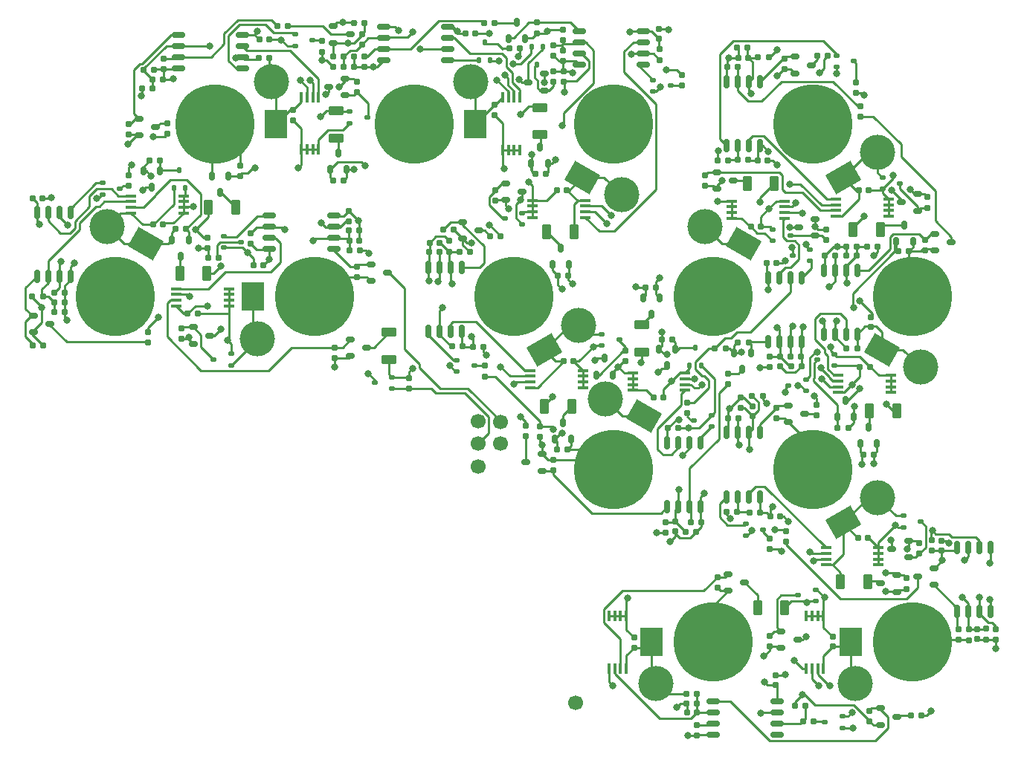
<source format=gtl>
%TF.GenerationSoftware,KiCad,Pcbnew,8.0.2*%
%TF.CreationDate,2024-05-22T08:13:53-07:00*%
%TF.ProjectId,cell string,63656c6c-2073-4747-9269-6e672e6b6963,rev?*%
%TF.SameCoordinates,Original*%
%TF.FileFunction,Copper,L1,Top*%
%TF.FilePolarity,Positive*%
%FSLAX46Y46*%
G04 Gerber Fmt 4.6, Leading zero omitted, Abs format (unit mm)*
G04 Created by KiCad (PCBNEW 8.0.2) date 2024-05-22 08:13:53*
%MOMM*%
%LPD*%
G01*
G04 APERTURE LIST*
G04 Aperture macros list*
%AMRoundRect*
0 Rectangle with rounded corners*
0 $1 Rounding radius*
0 $2 $3 $4 $5 $6 $7 $8 $9 X,Y pos of 4 corners*
0 Add a 4 corners polygon primitive as box body*
4,1,4,$2,$3,$4,$5,$6,$7,$8,$9,$2,$3,0*
0 Add four circle primitives for the rounded corners*
1,1,$1+$1,$2,$3*
1,1,$1+$1,$4,$5*
1,1,$1+$1,$6,$7*
1,1,$1+$1,$8,$9*
0 Add four rect primitives between the rounded corners*
20,1,$1+$1,$2,$3,$4,$5,0*
20,1,$1+$1,$4,$5,$6,$7,0*
20,1,$1+$1,$6,$7,$8,$9,0*
20,1,$1+$1,$8,$9,$2,$3,0*%
%AMRotRect*
0 Rectangle, with rotation*
0 The origin of the aperture is its center*
0 $1 length*
0 $2 width*
0 $3 Rotation angle, in degrees counterclockwise*
0 Add horizontal line*
21,1,$1,$2,0,0,$3*%
G04 Aperture macros list end*
%TA.AperFunction,SMDPad,CuDef*%
%ADD10RoundRect,0.160000X-0.197500X-0.160000X0.197500X-0.160000X0.197500X0.160000X-0.197500X0.160000X0*%
%TD*%
%TA.AperFunction,SMDPad,CuDef*%
%ADD11RoundRect,0.150000X-0.350000X-0.150000X0.350000X-0.150000X0.350000X0.150000X-0.350000X0.150000X0*%
%TD*%
%TA.AperFunction,SMDPad,CuDef*%
%ADD12RoundRect,0.160000X-0.160000X0.197500X-0.160000X-0.197500X0.160000X-0.197500X0.160000X0.197500X0*%
%TD*%
%TA.AperFunction,SMDPad,CuDef*%
%ADD13RoundRect,0.160000X0.197500X0.160000X-0.197500X0.160000X-0.197500X-0.160000X0.197500X-0.160000X0*%
%TD*%
%TA.AperFunction,SMDPad,CuDef*%
%ADD14RoundRect,0.192308X-0.682692X0.307692X-0.682692X-0.307692X0.682692X-0.307692X0.682692X0.307692X0*%
%TD*%
%TA.AperFunction,SMDPad,CuDef*%
%ADD15RoundRect,0.112500X-0.237500X0.112500X-0.237500X-0.112500X0.237500X-0.112500X0.237500X0.112500X0*%
%TD*%
%TA.AperFunction,SMDPad,CuDef*%
%ADD16RoundRect,0.155000X-0.212500X-0.155000X0.212500X-0.155000X0.212500X0.155000X-0.212500X0.155000X0*%
%TD*%
%TA.AperFunction,SMDPad,CuDef*%
%ADD17RoundRect,0.150000X0.350000X0.150000X-0.350000X0.150000X-0.350000X-0.150000X0.350000X-0.150000X0*%
%TD*%
%TA.AperFunction,SMDPad,CuDef*%
%ADD18RoundRect,0.160000X0.160000X-0.197500X0.160000X0.197500X-0.160000X0.197500X-0.160000X-0.197500X0*%
%TD*%
%TA.AperFunction,ComponentPad*%
%ADD19C,9.000000*%
%TD*%
%TA.AperFunction,ComponentPad*%
%ADD20C,4.000000*%
%TD*%
%TA.AperFunction,SMDPad,CuDef*%
%ADD21R,2.500000X3.300000*%
%TD*%
%TA.AperFunction,SMDPad,CuDef*%
%ADD22RoundRect,0.150000X0.150000X-0.350000X0.150000X0.350000X-0.150000X0.350000X-0.150000X-0.350000X0*%
%TD*%
%TA.AperFunction,SMDPad,CuDef*%
%ADD23RoundRect,0.192308X0.307692X0.682692X-0.307692X0.682692X-0.307692X-0.682692X0.307692X-0.682692X0*%
%TD*%
%TA.AperFunction,SMDPad,CuDef*%
%ADD24RoundRect,0.112500X0.237500X-0.112500X0.237500X0.112500X-0.237500X0.112500X-0.237500X-0.112500X0*%
%TD*%
%TA.AperFunction,SMDPad,CuDef*%
%ADD25RoundRect,0.150000X-0.150000X0.350000X-0.150000X-0.350000X0.150000X-0.350000X0.150000X0.350000X0*%
%TD*%
%TA.AperFunction,SMDPad,CuDef*%
%ADD26RoundRect,0.192308X-0.307692X-0.682692X0.307692X-0.682692X0.307692X0.682692X-0.307692X0.682692X0*%
%TD*%
%TA.AperFunction,SMDPad,CuDef*%
%ADD27RotRect,2.500000X3.300000X60.000000*%
%TD*%
%TA.AperFunction,SMDPad,CuDef*%
%ADD28RoundRect,0.155000X-0.155000X0.212500X-0.155000X-0.212500X0.155000X-0.212500X0.155000X0.212500X0*%
%TD*%
%TA.AperFunction,SMDPad,CuDef*%
%ADD29RoundRect,0.155000X0.212500X0.155000X-0.212500X0.155000X-0.212500X-0.155000X0.212500X-0.155000X0*%
%TD*%
%TA.AperFunction,SMDPad,CuDef*%
%ADD30RoundRect,0.162500X0.162500X-0.587500X0.162500X0.587500X-0.162500X0.587500X-0.162500X-0.587500X0*%
%TD*%
%TA.AperFunction,ComponentPad*%
%ADD31C,1.700000*%
%TD*%
%TA.AperFunction,SMDPad,CuDef*%
%ADD32RoundRect,0.093750X0.531250X0.093750X-0.531250X0.093750X-0.531250X-0.093750X0.531250X-0.093750X0*%
%TD*%
%TA.AperFunction,SMDPad,CuDef*%
%ADD33RoundRect,0.093750X-0.093750X0.531250X-0.093750X-0.531250X0.093750X-0.531250X0.093750X0.531250X0*%
%TD*%
%TA.AperFunction,SMDPad,CuDef*%
%ADD34RoundRect,0.162500X-0.587500X-0.162500X0.587500X-0.162500X0.587500X0.162500X-0.587500X0.162500X0*%
%TD*%
%TA.AperFunction,SMDPad,CuDef*%
%ADD35RoundRect,0.155000X0.155000X-0.212500X0.155000X0.212500X-0.155000X0.212500X-0.155000X-0.212500X0*%
%TD*%
%TA.AperFunction,SMDPad,CuDef*%
%ADD36RotRect,2.500000X3.300000X300.000000*%
%TD*%
%TA.AperFunction,SMDPad,CuDef*%
%ADD37RoundRect,0.192308X0.682692X-0.307692X0.682692X0.307692X-0.682692X0.307692X-0.682692X-0.307692X0*%
%TD*%
%TA.AperFunction,SMDPad,CuDef*%
%ADD38RoundRect,0.112500X-0.112500X-0.237500X0.112500X-0.237500X0.112500X0.237500X-0.112500X0.237500X0*%
%TD*%
%TA.AperFunction,SMDPad,CuDef*%
%ADD39RoundRect,0.162500X-0.162500X0.587500X-0.162500X-0.587500X0.162500X-0.587500X0.162500X0.587500X0*%
%TD*%
%TA.AperFunction,SMDPad,CuDef*%
%ADD40RoundRect,0.093750X-0.531250X-0.093750X0.531250X-0.093750X0.531250X0.093750X-0.531250X0.093750X0*%
%TD*%
%TA.AperFunction,SMDPad,CuDef*%
%ADD41RoundRect,0.093750X0.093750X-0.531250X0.093750X0.531250X-0.093750X0.531250X-0.093750X-0.531250X0*%
%TD*%
%TA.AperFunction,SMDPad,CuDef*%
%ADD42RotRect,2.500000X3.300000X240.000000*%
%TD*%
%TA.AperFunction,SMDPad,CuDef*%
%ADD43RoundRect,0.112500X0.112500X0.237500X-0.112500X0.237500X-0.112500X-0.237500X0.112500X-0.237500X0*%
%TD*%
%TA.AperFunction,SMDPad,CuDef*%
%ADD44RoundRect,0.162500X0.587500X0.162500X-0.587500X0.162500X-0.587500X-0.162500X0.587500X-0.162500X0*%
%TD*%
%TA.AperFunction,ViaPad*%
%ADD45C,0.800000*%
%TD*%
%TA.AperFunction,Conductor*%
%ADD46C,0.254000*%
%TD*%
G04 APERTURE END LIST*
D10*
%TO.P,R89,1*%
%TO.N,/cell circuit8/cell plus*%
X94452498Y-156230002D03*
%TO.P,R89,2*%
%TO.N,Net-(U18-Event)*%
X95647498Y-156230002D03*
%TD*%
D11*
%TO.P,Q15,1*%
%TO.N,Net-(U6-Event)*%
X60862500Y-162150000D03*
%TO.P,Q15,2*%
%TO.N,/FIRST CELL*%
X60862500Y-164050000D03*
%TO.P,Q15,3*%
%TO.N,Net-(Q15-Pad3)*%
X62737500Y-163100000D03*
%TD*%
D12*
%TO.P,R78,1*%
%TO.N,/cell circuit10/CMGND*%
X126550000Y-145942500D03*
%TO.P,R78,2*%
%TO.N,/cell circuit10/cell_en in*%
X126550000Y-147137500D03*
%TD*%
D13*
%TO.P,R32,1*%
%TO.N,/cell circuit4/cell plus*%
X62447500Y-126050000D03*
%TO.P,R32,2*%
%TO.N,/cell circuit4/DN TX{slash}RST*%
X61252500Y-126050000D03*
%TD*%
D10*
%TO.P,R37,1*%
%TO.N,/cell circuit4/SCL{slash}VCELL*%
X60102500Y-129900000D03*
%TO.P,R37,2*%
%TO.N,/cell circuit4/CMGND*%
X61297500Y-129900000D03*
%TD*%
D14*
%TO.P,R30,1*%
%TO.N,Net-(Q15-Pad3)*%
X65275000Y-161350000D03*
%TO.P,R30,2*%
%TO.N,/STRING NEG*%
X65275000Y-164450000D03*
%TD*%
D15*
%TO.P,Q34,1,G*%
%TO.N,/cell circuit10/cell minus*%
X121440000Y-143700000D03*
%TO.P,Q34,2,S*%
%TO.N,/cell circuit9/CMGND*%
X121440000Y-145000000D03*
%TO.P,Q34,3,D*%
%TO.N,/cell circuit10/cell_en in*%
X123440000Y-144350000D03*
%TD*%
D16*
%TO.P,C27,1*%
%TO.N,/cell circuit8/cell plus*%
X108222500Y-153480000D03*
%TO.P,C27,2*%
%TO.N,/cell circuit8/CMGND*%
X109357500Y-153480000D03*
%TD*%
D13*
%TO.P,R105,1*%
%TO.N,/cell circuit11/cell plus*%
X107507500Y-181890000D03*
%TO.P,R105,2*%
%TO.N,/cell circuit10/cell up tx*%
X106312500Y-181890000D03*
%TD*%
D11*
%TO.P,Q3,1*%
%TO.N,/cell circuit1/cell_en out*%
X42972500Y-160760000D03*
%TO.P,Q3,2*%
%TO.N,/cell circuit2/CMGND*%
X42972500Y-162660000D03*
%TO.P,Q3,3*%
%TO.N,/FIRST CELL*%
X44847500Y-161710000D03*
%TD*%
D17*
%TO.P,Q33,1*%
%TO.N,/cell circuit8/cell_en out*%
X113778750Y-150330000D03*
%TO.P,Q33,2*%
%TO.N,/cell circuit9/CMGND*%
X113778750Y-148430000D03*
%TO.P,Q33,3*%
%TO.N,/cell circuit8/cell plus*%
X111903750Y-149380000D03*
%TD*%
D18*
%TO.P,R62,1*%
%TO.N,/cell circuit10/cell minus*%
X110268750Y-131357500D03*
%TO.P,R62,2*%
%TO.N,/cell circuit9/DN TX{slash}RST*%
X110268750Y-130162500D03*
%TD*%
D19*
%TO.P,BT13,1,+*%
%TO.N,/STRING POS*%
X102150000Y-196600000D03*
D20*
X95650000Y-201400000D03*
D21*
X95150000Y-196600000D03*
%TD*%
D22*
%TO.P,Q30,1*%
%TO.N,Net-(U12-Event)*%
X81450000Y-142087500D03*
%TO.P,Q30,2*%
%TO.N,/cell circuit5/cell plus*%
X83350000Y-142087500D03*
%TO.P,Q30,3*%
%TO.N,Net-(Q30-Pad3)*%
X82400000Y-140212500D03*
%TD*%
D23*
%TO.P,R80,1*%
%TO.N,Net-(Q40-Pad3)*%
X121220000Y-149590000D03*
%TO.P,R80,2*%
%TO.N,/cell circuit10/cell minus*%
X118120000Y-149590000D03*
%TD*%
D12*
%TO.P,R13,1*%
%TO.N,Net-(Q6-Pad3)*%
X40050000Y-137502500D03*
%TO.P,R13,2*%
%TO.N,/cell circuit2/cell up rx*%
X40050000Y-138697500D03*
%TD*%
D13*
%TO.P,R26,1*%
%TO.N,/FIRST CELL*%
X61957500Y-151980000D03*
%TO.P,R26,2*%
%TO.N,/cell circuit1/SCL{slash}VCELL*%
X60762500Y-151980000D03*
%TD*%
D16*
%TO.P,C21,1*%
%TO.N,/cell circuit10/cell minus*%
X118732500Y-145110000D03*
%TO.P,C21,2*%
%TO.N,/cell circuit9/CMGND*%
X119867500Y-145110000D03*
%TD*%
D24*
%TO.P,Q59,1,G*%
%TO.N,/cell circuit12/cell plus*%
X113850000Y-191960000D03*
%TO.P,Q59,2,S*%
%TO.N,/cell circuit12/CMGND*%
X113850000Y-190660000D03*
%TO.P,Q59,3,D*%
%TO.N,/cell circuit12/cell_en out*%
X111850000Y-191310000D03*
%TD*%
D18*
%TO.P,R113,1*%
%TO.N,Net-(Q56-Pad3)*%
X110440000Y-185157500D03*
%TO.P,R113,2*%
%TO.N,/cell circuit11/cell up rx*%
X110440000Y-183962500D03*
%TD*%
D22*
%TO.P,Q53,1*%
%TO.N,/cell circuit10/cell_en out*%
X116270000Y-170967500D03*
%TO.P,Q53,2*%
%TO.N,/cell circuit11/CMGND*%
X118170000Y-170967500D03*
%TO.P,Q53,3*%
%TO.N,/cell circuit10/cell plus*%
X117220000Y-169092500D03*
%TD*%
D10*
%TO.P,R97,1*%
%TO.N,/cell circuit7/SCL{slash}VCELL*%
X99022500Y-184070000D03*
%TO.P,R97,2*%
%TO.N,/cell circuit7/CMGND*%
X100217500Y-184070000D03*
%TD*%
D25*
%TO.P,Q10,1*%
%TO.N,Net-(U4-Event)*%
X46980000Y-143492500D03*
%TO.P,Q10,2*%
%TO.N,/cell circuit3/cell plus*%
X45080000Y-143492500D03*
%TO.P,Q10,3*%
%TO.N,Net-(Q10-Pad3)*%
X46030000Y-145367500D03*
%TD*%
D26*
%TO.P,R50,1*%
%TO.N,Net-(Q25-Pad3)*%
X83220000Y-149920000D03*
%TO.P,R50,2*%
%TO.N,/cell circuit5/cell plus*%
X86320000Y-149920000D03*
%TD*%
D13*
%TO.P,R45,1*%
%TO.N,/cell circuit6/cell plus*%
X73627500Y-162950000D03*
%TO.P,R45,2*%
%TO.N,/cell circuit5/cell up tx*%
X72432500Y-162950000D03*
%TD*%
D18*
%TO.P,R104,1*%
%TO.N,/cell circuit11/cell up tx*%
X108600000Y-186027500D03*
%TO.P,R104,2*%
%TO.N,Net-(Q52-D)*%
X108600000Y-184832500D03*
%TD*%
D16*
%TO.P,C3,1*%
%TO.N,/cell circuit2/cell plus*%
X38402500Y-149070000D03*
%TO.P,C3,2*%
%TO.N,/cell circuit2/CMGND*%
X39537500Y-149070000D03*
%TD*%
D19*
%TO.P,BT8,1,+*%
%TO.N,/cell circuit8/cell plus*%
X102150000Y-157280000D03*
D20*
X101243078Y-149250835D03*
D27*
X105650000Y-151217822D03*
%TD*%
D10*
%TO.P,R123,1*%
%TO.N,/STRING POS*%
X99142500Y-202560000D03*
%TO.P,R123,2*%
%TO.N,/cell circuit13/SCL{slash}VCELL*%
X100337500Y-202560000D03*
%TD*%
D13*
%TO.P,R77,1*%
%TO.N,/cell circuit10/SCL{slash}VCELL*%
X118507500Y-152600000D03*
%TO.P,R77,2*%
%TO.N,/cell circuit10/CMGND*%
X117312500Y-152600000D03*
%TD*%
D16*
%TO.P,C30,1*%
%TO.N,/cell circuit7/cell plus*%
X97012500Y-172250000D03*
%TO.P,C30,2*%
%TO.N,/cell circuit7/CMGND*%
X98147500Y-172250000D03*
%TD*%
D12*
%TO.P,R55,1*%
%TO.N,/cell circuit5/cell plus*%
X96069884Y-129089533D03*
%TO.P,R55,2*%
%TO.N,/cell circuit4/cell up tx*%
X96069884Y-130284533D03*
%TD*%
D10*
%TO.P,R88,1*%
%TO.N,/cell circuit8/CMGND*%
X96342500Y-162170000D03*
%TO.P,R88,2*%
%TO.N,/cell circuit7/cell_en out*%
X97537500Y-162170000D03*
%TD*%
D12*
%TO.P,R111,1*%
%TO.N,/cell circuit12/cell up rx*%
X134370000Y-195172500D03*
%TO.P,R111,2*%
%TO.N,/cell circuit12/CMGND*%
X134370000Y-196367500D03*
%TD*%
D13*
%TO.P,R67,1*%
%TO.N,/cell circuit9/SCL{slash}VCELL*%
X106067500Y-128890000D03*
%TO.P,R67,2*%
%TO.N,/cell circuit9/CMGND*%
X104872500Y-128890000D03*
%TD*%
%TO.P,R74,1*%
%TO.N,/cell circuit10/cell up tx*%
X104857500Y-181760000D03*
%TO.P,R74,2*%
%TO.N,Net-(Q37-D)*%
X103662500Y-181760000D03*
%TD*%
%TO.P,R66,1*%
%TO.N,/cell circuit10/cell minus*%
X108477500Y-129990000D03*
%TO.P,R66,2*%
%TO.N,/cell circuit9/SCL{slash}VCELL*%
X107282500Y-129990000D03*
%TD*%
D18*
%TO.P,R21,1*%
%TO.N,/cell circuit1/cell up rx*%
X60680000Y-148697500D03*
%TO.P,R21,2*%
%TO.N,/cell circuit1/CMGND*%
X60680000Y-147502500D03*
%TD*%
D12*
%TO.P,R118,1*%
%TO.N,/cell circuit12/CMGND*%
X125620000Y-185342500D03*
%TO.P,R118,2*%
%TO.N,/cell circuit11/cell_en out*%
X125620000Y-186537500D03*
%TD*%
D15*
%TO.P,Q12,1,G*%
%TO.N,/cell circuit1/UP TX*%
X46430000Y-150400000D03*
%TO.P,Q12,2,S*%
%TO.N,/cell circuit1/CMGND*%
X46430000Y-151700000D03*
%TO.P,Q12,3,D*%
%TO.N,Net-(Q12-D)*%
X48430000Y-151050000D03*
%TD*%
D28*
%TO.P,C35,1*%
%TO.N,/cell circuit12/SCL{slash}VCELL*%
X132250000Y-195162500D03*
%TO.P,C35,2*%
%TO.N,/cell circuit12/CMGND*%
X132250000Y-196297500D03*
%TD*%
D16*
%TO.P,C11,1*%
%TO.N,/cell circuit4/SCL{slash}VCELL*%
X60122500Y-131060000D03*
%TO.P,C11,2*%
%TO.N,/cell circuit4/CMGND*%
X61257500Y-131060000D03*
%TD*%
D22*
%TO.P,Q25,1*%
%TO.N,Net-(U10-Event)*%
X83870000Y-153637500D03*
%TO.P,Q25,2*%
%TO.N,/cell circuit6/cell plus*%
X85770000Y-153637500D03*
%TO.P,Q25,3*%
%TO.N,Net-(Q25-Pad3)*%
X84820000Y-151762500D03*
%TD*%
D28*
%TO.P,C29,1*%
%TO.N,/cell circuit7/SCL{slash}VCELL*%
X97870000Y-182902500D03*
%TO.P,C29,2*%
%TO.N,/cell circuit7/CMGND*%
X97870000Y-184037500D03*
%TD*%
D18*
%TO.P,R96,1*%
%TO.N,/cell circuit7/cell plus*%
X96710000Y-184177500D03*
%TO.P,R96,2*%
%TO.N,/cell circuit7/SCL{slash}VCELL*%
X96710000Y-182982500D03*
%TD*%
D29*
%TO.P,C28,1*%
%TO.N,/cell circuit7/cell plus*%
X96507500Y-168800000D03*
%TO.P,C28,2*%
%TO.N,/cell circuit7/CMGND*%
X95372500Y-168800000D03*
%TD*%
D13*
%TO.P,R84,1*%
%TO.N,/cell circuit8/cell up tx*%
X103887500Y-141740000D03*
%TO.P,R84,2*%
%TO.N,Net-(Q42-D)*%
X102692500Y-141740000D03*
%TD*%
D30*
%TO.P,U1,1,~{RESET}/PB5*%
%TO.N,/cell circuit2/DN TX{slash}RST*%
X25190000Y-154941250D03*
%TO.P,U1,2,XTAL1/PB3*%
%TO.N,/cell circuit2/SCL{slash}VCELL*%
X26460000Y-154941250D03*
%TO.P,U1,3,XTAL2/PB4*%
%TO.N,/cell circuit2/cell up rx*%
X27730000Y-154941250D03*
%TO.P,U1,4,GND*%
%TO.N,/cell circuit2/CMGND*%
X29000000Y-154941250D03*
%TO.P,U1,5,AREF/PB0*%
%TO.N,/cell circuit2/UP TX*%
X29000000Y-147641250D03*
%TO.P,U1,6,PB1*%
%TO.N,/cell circuit1/cell up tx*%
X27730000Y-147641250D03*
%TO.P,U1,7,PB2*%
%TO.N,/cell circuit2/SDA*%
X26460000Y-147641250D03*
%TO.P,U1,8,VCC*%
%TO.N,/cell circuit2/cell plus*%
X25190000Y-147641250D03*
%TD*%
D12*
%TO.P,R38,1*%
%TO.N,/cell circuit4/CMGND*%
X61600000Y-132802500D03*
%TO.P,R38,2*%
%TO.N,/cell circuit3/cell_en out*%
X61600000Y-133997500D03*
%TD*%
D13*
%TO.P,R53,1*%
%TO.N,Net-(Q26-Pad3)*%
X77297500Y-126050000D03*
%TO.P,R53,2*%
%TO.N,/cell circuit4/cell up rx*%
X76102500Y-126050000D03*
%TD*%
D16*
%TO.P,C4,1*%
%TO.N,/cell circuit3/cell plus*%
X50482500Y-127950000D03*
%TO.P,C4,2*%
%TO.N,/cell circuit3/CMGND*%
X51617500Y-127950000D03*
%TD*%
D31*
%TO.P,J3,1,Pin_1*%
%TO.N,/MC TX*%
X77920000Y-174050000D03*
%TD*%
D10*
%TO.P,R18,1*%
%TO.N,/cell circuit3/CMGND*%
X37992500Y-141780000D03*
%TO.P,R18,2*%
%TO.N,/cell circuit2/cell_en out*%
X39187500Y-141780000D03*
%TD*%
D24*
%TO.P,Q39,1,G*%
%TO.N,/cell circuit10/cell plus*%
X115990000Y-165130000D03*
%TO.P,Q39,2,S*%
%TO.N,/cell circuit10/CMGND*%
X115990000Y-163830000D03*
%TO.P,Q39,3,D*%
%TO.N,/cell circuit10/cell_en out*%
X113990000Y-164480000D03*
%TD*%
D22*
%TO.P,Q55,1*%
%TO.N,Net-(U22-Event)*%
X118930000Y-173998750D03*
%TO.P,Q55,2*%
%TO.N,/cell circuit11/cell plus*%
X120830000Y-173998750D03*
%TO.P,Q55,3*%
%TO.N,Net-(Q55-Pad3)*%
X119880000Y-172123750D03*
%TD*%
D32*
%TO.P,U2,1,A0*%
%TO.N,/cell circuit2/CMGND*%
X41847000Y-147732500D03*
%TO.P,U2,2,A1*%
X41847000Y-147082500D03*
%TO.P,U2,3,A2*%
X41847000Y-146432500D03*
%TO.P,U2,4,GND*%
X41847000Y-145782500D03*
%TO.P,U2,5,SDA*%
%TO.N,/cell circuit2/SDA*%
X35847000Y-145782500D03*
%TO.P,U2,6,SCL*%
%TO.N,/cell circuit2/SCL{slash}VCELL*%
X35847000Y-146432500D03*
%TO.P,U2,7,Event*%
%TO.N,Net-(U2-Event)*%
X35847000Y-147082500D03*
%TO.P,U2,8,V_{DD}*%
%TO.N,/cell circuit2/cell plus*%
X35847000Y-147732500D03*
%TD*%
D18*
%TO.P,R116,1*%
%TO.N,/cell circuit12/cell plus*%
X131270000Y-196407500D03*
%TO.P,R116,2*%
%TO.N,/cell circuit12/SCL{slash}VCELL*%
X131270000Y-195212500D03*
%TD*%
D16*
%TO.P,C24,1*%
%TO.N,/cell circuit10/cell plus*%
X118882500Y-165270000D03*
%TO.P,C24,2*%
%TO.N,/cell circuit10/CMGND*%
X120017500Y-165270000D03*
%TD*%
D11*
%TO.P,Q36,1*%
%TO.N,/cell circuit10/DN TX{slash}RST*%
X127412500Y-150110000D03*
%TO.P,Q36,2*%
%TO.N,/cell circuit10/cell plus*%
X127412500Y-152010000D03*
%TO.P,Q36,3*%
%TO.N,Net-(Q36-Pad3)*%
X129287500Y-151060000D03*
%TD*%
D13*
%TO.P,R76,1*%
%TO.N,/cell circuit10/cell plus*%
X120847500Y-151600000D03*
%TO.P,R76,2*%
%TO.N,/cell circuit10/SCL{slash}VCELL*%
X119652500Y-151600000D03*
%TD*%
D26*
%TO.P,R70,1*%
%TO.N,Net-(Q35-Pad3)*%
X106040000Y-144400000D03*
%TO.P,R70,2*%
%TO.N,/cell circuit8/cell plus*%
X109140000Y-144400000D03*
%TD*%
D10*
%TO.P,R114,1*%
%TO.N,/cell circuit12/cell up tx*%
X112392500Y-205680000D03*
%TO.P,R114,2*%
%TO.N,Net-(Q57-D)*%
X113587500Y-205680000D03*
%TD*%
D12*
%TO.P,R31,1*%
%TO.N,/cell circuit4/cell up rx*%
X62460000Y-129872500D03*
%TO.P,R31,2*%
%TO.N,/cell circuit4/CMGND*%
X62460000Y-131067500D03*
%TD*%
D10*
%TO.P,R43,1*%
%TO.N,Net-(Q21-Pad3)*%
X76792500Y-150360000D03*
%TO.P,R43,2*%
%TO.N,/cell circuit5/cell up rx*%
X77987500Y-150360000D03*
%TD*%
D31*
%TO.P,J2,1,Pin_1*%
%TO.N,/STRING NEG*%
X75390000Y-176600000D03*
%TD*%
D24*
%TO.P,Q37,1,G*%
%TO.N,/cell circuit10/UP TX*%
X112750000Y-168030000D03*
%TO.P,Q37,2,S*%
%TO.N,/cell circuit10/CMGND*%
X112750000Y-166730000D03*
%TO.P,Q37,3,D*%
%TO.N,Net-(Q37-D)*%
X110750000Y-167380000D03*
%TD*%
D12*
%TO.P,R94,1*%
%TO.N,/cell circuit7/cell up tx*%
X99240000Y-169362500D03*
%TO.P,R94,2*%
%TO.N,Net-(Q47-D)*%
X99240000Y-170557500D03*
%TD*%
D33*
%TO.P,U26,1,A0*%
%TO.N,/cell circuit13/CMGND*%
X92255000Y-193650000D03*
%TO.P,U26,2,A1*%
X91605000Y-193650000D03*
%TO.P,U26,3,A2*%
X90955000Y-193650000D03*
%TO.P,U26,4,GND*%
X90305000Y-193650000D03*
%TO.P,U26,5,SDA*%
%TO.N,/cell circuit13/SDA*%
X90305000Y-199650000D03*
%TO.P,U26,6,SCL*%
%TO.N,/cell circuit13/SCL{slash}VCELL*%
X90955000Y-199650000D03*
%TO.P,U26,7,Event*%
%TO.N,Net-(U26-Event)*%
X91605000Y-199650000D03*
%TO.P,U26,8,V_{DD}*%
%TO.N,/STRING POS*%
X92255000Y-199650000D03*
%TD*%
D16*
%TO.P,C5,1*%
%TO.N,/cell circuit3/SCL{slash}VCELL*%
X37332500Y-131430000D03*
%TO.P,C5,2*%
%TO.N,/cell circuit3/CMGND*%
X38467500Y-131430000D03*
%TD*%
D32*
%TO.P,U14,1,A0*%
%TO.N,/cell circuit9/CMGND*%
X122150000Y-148105000D03*
%TO.P,U14,2,A1*%
X122150000Y-147455000D03*
%TO.P,U14,3,A2*%
X122150000Y-146805000D03*
%TO.P,U14,4,GND*%
X122150000Y-146155000D03*
%TO.P,U14,5,SDA*%
%TO.N,/cell circuit9/SDA*%
X116150000Y-146155000D03*
%TO.P,U14,6,SCL*%
%TO.N,/cell circuit9/SCL{slash}VCELL*%
X116150000Y-146805000D03*
%TO.P,U14,7,Event*%
%TO.N,Net-(U14-Event)*%
X116150000Y-147455000D03*
%TO.P,U14,8,V_{DD}*%
%TO.N,/cell circuit10/cell minus*%
X116150000Y-148105000D03*
%TD*%
D13*
%TO.P,R61,1*%
%TO.N,/cell circuit10/cell dn tx*%
X104927500Y-131060000D03*
%TO.P,R61,2*%
%TO.N,/cell circuit9/CMGND*%
X103732500Y-131060000D03*
%TD*%
D15*
%TO.P,Q7,1,G*%
%TO.N,/cell circuit3/UP TX*%
X54550000Y-127400000D03*
%TO.P,Q7,2,S*%
%TO.N,/cell circuit3/CMGND*%
X54550000Y-128700000D03*
%TO.P,Q7,3,D*%
%TO.N,Net-(Q7-D)*%
X56550000Y-128050000D03*
%TD*%
D16*
%TO.P,C8,1*%
%TO.N,/cell circuit1/SCL{slash}VCELL*%
X60732500Y-150900000D03*
%TO.P,C8,2*%
%TO.N,/cell circuit1/CMGND*%
X61867500Y-150900000D03*
%TD*%
D13*
%TO.P,R59,1*%
%TO.N,/cell circuit5/cell plus*%
X83117500Y-143320000D03*
%TO.P,R59,2*%
%TO.N,Net-(U12-Event)*%
X81922500Y-143320000D03*
%TD*%
%TO.P,R49,1*%
%TO.N,/cell circuit6/cell plus*%
X85687500Y-154880000D03*
%TO.P,R49,2*%
%TO.N,Net-(U10-Event)*%
X84492500Y-154880000D03*
%TD*%
D34*
%TO.P,U25,1,~{RESET}/PB5*%
%TO.N,/cell circuit13/DN TX{slash}RST*%
X102130000Y-203375000D03*
%TO.P,U25,2,XTAL1/PB3*%
%TO.N,/cell circuit13/SCL{slash}VCELL*%
X102130000Y-204645000D03*
%TO.P,U25,3,XTAL2/PB4*%
%TO.N,Net-(U25-XTAL2{slash}PB4)*%
X102130000Y-205915000D03*
%TO.P,U25,4,GND*%
%TO.N,/cell circuit13/CMGND*%
X102130000Y-207185000D03*
%TO.P,U25,5,AREF/PB0*%
%TO.N,unconnected-(U25-AREF{slash}PB0-Pad5)*%
X109430000Y-207185000D03*
%TO.P,U25,6,PB1*%
%TO.N,/cell circuit12/cell up tx*%
X109430000Y-205915000D03*
%TO.P,U25,7,PB2*%
%TO.N,/cell circuit13/SDA*%
X109430000Y-204645000D03*
%TO.P,U25,8,VCC*%
%TO.N,/STRING POS*%
X109430000Y-203375000D03*
%TD*%
D15*
%TO.P,Q22,1,G*%
%TO.N,/cell circuit6/UP TX*%
X72980000Y-164490000D03*
%TO.P,Q22,2,S*%
%TO.N,/cell circuit6/CMGND*%
X72980000Y-165790000D03*
%TO.P,Q22,3,D*%
%TO.N,Net-(Q22-D)*%
X74980000Y-165140000D03*
%TD*%
D11*
%TO.P,Q51,1*%
%TO.N,/cell circuit11/DN TX{slash}RST*%
X110732500Y-169670000D03*
%TO.P,Q51,2*%
%TO.N,/cell circuit11/cell plus*%
X110732500Y-171570000D03*
%TO.P,Q51,3*%
%TO.N,Net-(Q51-Pad3)*%
X112607500Y-170620000D03*
%TD*%
D35*
%TO.P,C32,1*%
%TO.N,/cell circuit11/SCL{slash}VCELL*%
X106620000Y-170917500D03*
%TO.P,C32,2*%
%TO.N,/cell circuit11/CMGND*%
X106620000Y-169782500D03*
%TD*%
D34*
%TO.P,U11,1,~{RESET}/PB5*%
%TO.N,/cell circuit5/DN TX{slash}RST*%
X86929884Y-127032033D03*
%TO.P,U11,2,XTAL1/PB3*%
%TO.N,/cell circuit5/SCL{slash}VCELL*%
X86929884Y-128302033D03*
%TO.P,U11,3,XTAL2/PB4*%
%TO.N,/cell circuit5/cell up rx*%
X86929884Y-129572033D03*
%TO.P,U11,4,GND*%
%TO.N,/cell circuit5/CMGND*%
X86929884Y-130842033D03*
%TO.P,U11,5,AREF/PB0*%
%TO.N,/cell circuit5/UP TX*%
X94229884Y-130842033D03*
%TO.P,U11,6,PB1*%
%TO.N,/cell circuit4/cell up tx*%
X94229884Y-129572033D03*
%TO.P,U11,7,PB2*%
%TO.N,/cell circuit5/SDA*%
X94229884Y-128302033D03*
%TO.P,U11,8,VCC*%
%TO.N,/cell circuit5/cell plus*%
X94229884Y-127032033D03*
%TD*%
D18*
%TO.P,R69,1*%
%TO.N,/cell circuit10/cell minus*%
X101238750Y-144607500D03*
%TO.P,R69,2*%
%TO.N,Net-(U14-Event)*%
X101238750Y-143412500D03*
%TD*%
D26*
%TO.P,R10,1*%
%TO.N,Net-(Q5-Pad3)*%
X41425000Y-154650000D03*
%TO.P,R10,2*%
%TO.N,/FIRST CELL*%
X44525000Y-154650000D03*
%TD*%
D19*
%TO.P,BT11,1,+*%
%TO.N,/cell circuit11/cell plus*%
X113500000Y-176940000D03*
D20*
X120906922Y-180169165D03*
D36*
X117000000Y-183002178D03*
%TD*%
D31*
%TO.P,J6,1,Pin_1*%
%TO.N,/CELL EN*%
X75390000Y-174050000D03*
%TD*%
D24*
%TO.P,Q57,1,G*%
%TO.N,/cell circuit12/UP TX*%
X116900000Y-206420000D03*
%TO.P,Q57,2,S*%
%TO.N,/cell circuit12/CMGND*%
X116900000Y-205120000D03*
%TO.P,Q57,3,D*%
%TO.N,Net-(Q57-D)*%
X114900000Y-205770000D03*
%TD*%
D15*
%TO.P,Q32,1,G*%
%TO.N,/cell circuit9/UP TX*%
X116200001Y-129800000D03*
%TO.P,Q32,2,S*%
%TO.N,/cell circuit9/CMGND*%
X116200000Y-131100001D03*
%TO.P,Q32,3,D*%
%TO.N,Net-(Q32-D)*%
X118200000Y-130450000D03*
%TD*%
D18*
%TO.P,R14,1*%
%TO.N,/cell circuit3/cell up tx*%
X57650000Y-129357500D03*
%TO.P,R14,2*%
%TO.N,Net-(Q7-D)*%
X57650000Y-128162500D03*
%TD*%
D12*
%TO.P,R35,1*%
%TO.N,/cell circuit4/cell plus*%
X58890000Y-129892500D03*
%TO.P,R35,2*%
%TO.N,/cell circuit3/cell up tx*%
X58890000Y-131087500D03*
%TD*%
D10*
%TO.P,R63,1*%
%TO.N,Net-(Q31-Pad3)*%
X113982500Y-129790000D03*
%TO.P,R63,2*%
%TO.N,/cell circuit8/cell up rx*%
X115177500Y-129790000D03*
%TD*%
D24*
%TO.P,Q47,1,G*%
%TO.N,/cell circuit7/UP TX*%
X102000000Y-172080000D03*
%TO.P,Q47,2,S*%
%TO.N,/cell circuit7/CMGND*%
X102000000Y-170780000D03*
%TO.P,Q47,3,D*%
%TO.N,Net-(Q47-D)*%
X100000000Y-171430000D03*
%TD*%
D13*
%TO.P,R75,1*%
%TO.N,/cell circuit10/cell plus*%
X118547500Y-163180000D03*
%TO.P,R75,2*%
%TO.N,/cell circuit10/cell dn rx*%
X117352500Y-163180000D03*
%TD*%
D19*
%TO.P,BT9,1,+*%
%TO.N,/cell circuit10/cell minus*%
X113500000Y-137620000D03*
D20*
X120906922Y-140849165D03*
D36*
X117000000Y-143682178D03*
%TD*%
D37*
%TO.P,R40,1*%
%TO.N,Net-(Q20-Pad3)*%
X59200000Y-139200000D03*
%TO.P,R40,2*%
%TO.N,/cell circuit3/cell plus*%
X59200000Y-136100000D03*
%TD*%
D12*
%TO.P,R68,1*%
%TO.N,/cell circuit9/CMGND*%
X115010000Y-149622500D03*
%TO.P,R68,2*%
%TO.N,/cell circuit8/cell_en out*%
X115010000Y-150817500D03*
%TD*%
D18*
%TO.P,R44,1*%
%TO.N,/cell circuit6/cell up tx*%
X76140000Y-166357500D03*
%TO.P,R44,2*%
%TO.N,Net-(Q22-D)*%
X76140000Y-165162500D03*
%TD*%
D22*
%TO.P,Q40,1*%
%TO.N,Net-(U16-Event)*%
X123000000Y-151007500D03*
%TO.P,Q40,2*%
%TO.N,/cell circuit10/cell plus*%
X124900000Y-151007500D03*
%TO.P,Q40,3*%
%TO.N,Net-(Q40-Pad3)*%
X123950000Y-149132500D03*
%TD*%
D16*
%TO.P,C2,1*%
%TO.N,/cell circuit2/SCL{slash}VCELL*%
X27177500Y-157941250D03*
%TO.P,C2,2*%
%TO.N,/cell circuit2/CMGND*%
X28312500Y-157941250D03*
%TD*%
D19*
%TO.P,BT6,1,+*%
%TO.N,/cell circuit6/cell plus*%
X79450000Y-157280000D03*
D20*
X86856922Y-160509165D03*
D36*
X82950000Y-163342178D03*
%TD*%
D25*
%TO.P,Q8,1*%
%TO.N,/cell circuit2/cell_en out*%
X39190000Y-142962500D03*
%TO.P,Q8,2*%
%TO.N,/cell circuit3/CMGND*%
X37290000Y-142962500D03*
%TO.P,Q8,3*%
%TO.N,/cell circuit2/cell plus*%
X38240000Y-144837500D03*
%TD*%
D11*
%TO.P,Q1,1*%
%TO.N,/cell circuit2/DN TX{slash}RST*%
X24782500Y-159410000D03*
%TO.P,Q1,2*%
%TO.N,/cell circuit2/cell plus*%
X24782500Y-161310000D03*
%TO.P,Q1,3*%
%TO.N,Net-(Q1-Pad3)*%
X26657500Y-160360000D03*
%TD*%
D12*
%TO.P,R92,1*%
%TO.N,/cell circuit7/cell plus*%
X84000000Y-175902502D03*
%TO.P,R92,2*%
%TO.N,/cell circuit7/DN TX{slash}RST*%
X84000000Y-177097502D03*
%TD*%
%TO.P,R23,1*%
%TO.N,Net-(U25-XTAL2{slash}PB4)*%
X100290000Y-206092500D03*
%TO.P,R23,2*%
%TO.N,/cell circuit13/CMGND*%
X100290000Y-207287500D03*
%TD*%
D38*
%TO.P,Q17,1,G*%
%TO.N,/cell circuit4/UP TX*%
X75500000Y-130310000D03*
%TO.P,Q17,2,S*%
%TO.N,/cell circuit4/CMGND*%
X76800000Y-130310000D03*
%TO.P,Q17,3,D*%
%TO.N,Net-(Q17-D)*%
X76150000Y-128310000D03*
%TD*%
D15*
%TO.P,Q27,1,G*%
%TO.N,/cell circuit5/UP TX*%
X95300000Y-132570000D03*
%TO.P,Q27,2,S*%
%TO.N,/cell circuit5/CMGND*%
X95300000Y-133870000D03*
%TO.P,Q27,3,D*%
%TO.N,Net-(Q27-D)*%
X97300000Y-133220000D03*
%TD*%
D23*
%TO.P,R100,1*%
%TO.N,Net-(Q50-Pad3)*%
X86040000Y-169790000D03*
%TO.P,R100,2*%
%TO.N,/cell circuit6/cell plus*%
X82940000Y-169790000D03*
%TD*%
D18*
%TO.P,R107,1*%
%TO.N,/cell circuit11/SCL{slash}VCELL*%
X105310000Y-169977500D03*
%TO.P,R107,2*%
%TO.N,/cell circuit11/CMGND*%
X105310000Y-168782500D03*
%TD*%
D15*
%TO.P,Q52,1,G*%
%TO.N,/cell circuit11/UP TX*%
X105850000Y-183180000D03*
%TO.P,Q52,2,S*%
%TO.N,/cell circuit11/CMGND*%
X105850000Y-184480000D03*
%TO.P,Q52,3,D*%
%TO.N,Net-(Q52-D)*%
X107850000Y-183830000D03*
%TD*%
D19*
%TO.P,BT12,1,+*%
%TO.N,/cell circuit12/cell plus*%
X124850000Y-196600000D03*
D20*
X118350000Y-201400000D03*
D21*
X117850000Y-196600000D03*
%TD*%
D23*
%TO.P,R20,1*%
%TO.N,Net-(Q10-Pad3)*%
X47800000Y-147070000D03*
%TO.P,R20,2*%
%TO.N,/cell circuit2/cell plus*%
X44700000Y-147070000D03*
%TD*%
D13*
%TO.P,R71,1*%
%TO.N,/cell circuit10/cell up rx*%
X116087500Y-152580000D03*
%TO.P,R71,2*%
%TO.N,/cell circuit10/CMGND*%
X114892500Y-152580000D03*
%TD*%
D28*
%TO.P,C12,1*%
%TO.N,/cell circuit4/cell plus*%
X77250000Y-135442500D03*
%TO.P,C12,2*%
%TO.N,/cell circuit4/CMGND*%
X77250000Y-136577500D03*
%TD*%
D13*
%TO.P,R108,1*%
%TO.N,/cell circuit11/CMGND*%
X117537500Y-172250000D03*
%TO.P,R108,2*%
%TO.N,/cell circuit10/cell_en out*%
X116342500Y-172250000D03*
%TD*%
%TO.P,R101,1*%
%TO.N,/cell circuit11/cell up rx*%
X105027500Y-171150000D03*
%TO.P,R101,2*%
%TO.N,/cell circuit11/CMGND*%
X103832500Y-171150000D03*
%TD*%
D18*
%TO.P,R102,1*%
%TO.N,/cell circuit11/cell plus*%
X109370000Y-171157500D03*
%TO.P,R102,2*%
%TO.N,/cell circuit11/DN TX{slash}RST*%
X109370000Y-169962500D03*
%TD*%
D11*
%TO.P,Q6,1*%
%TO.N,/cell circuit3/DN TX{slash}RST*%
X36782500Y-137010000D03*
%TO.P,Q6,2*%
%TO.N,/cell circuit3/cell plus*%
X36782500Y-138910000D03*
%TO.P,Q6,3*%
%TO.N,Net-(Q6-Pad3)*%
X38657500Y-137960000D03*
%TD*%
D13*
%TO.P,R33,1*%
%TO.N,Net-(Q16-Pad3)*%
X53727500Y-126440000D03*
%TO.P,R33,2*%
%TO.N,/cell circuit3/cell up rx*%
X52532500Y-126440000D03*
%TD*%
D10*
%TO.P,R91,1*%
%TO.N,/cell circuit7/cell up rx*%
X99602500Y-182950000D03*
%TO.P,R91,2*%
%TO.N,/cell circuit7/CMGND*%
X100797500Y-182950000D03*
%TD*%
D19*
%TO.P,BT7,1,+*%
%TO.N,/cell circuit7/cell plus*%
X90800000Y-176940000D03*
D20*
X89893078Y-168910835D03*
D27*
X94300000Y-170877822D03*
%TD*%
D25*
%TO.P,Q5,1*%
%TO.N,Net-(U2-Event)*%
X42450000Y-150802500D03*
%TO.P,Q5,2*%
%TO.N,/cell circuit2/cell plus*%
X40550000Y-150802500D03*
%TO.P,Q5,3*%
%TO.N,Net-(Q5-Pad3)*%
X41500000Y-152677500D03*
%TD*%
D16*
%TO.P,C10,1*%
%TO.N,/cell circuit4/cell plus*%
X73952500Y-127250000D03*
%TO.P,C10,2*%
%TO.N,/cell circuit4/CMGND*%
X75087500Y-127250000D03*
%TD*%
D18*
%TO.P,R12,1*%
%TO.N,/cell circuit3/cell plus*%
X35600000Y-138797500D03*
%TO.P,R12,2*%
%TO.N,/cell circuit3/DN TX{slash}RST*%
X35600000Y-137602500D03*
%TD*%
D13*
%TO.P,R2,1*%
%TO.N,/cell circuit2/cell plus*%
X25901250Y-162841250D03*
%TO.P,R2,2*%
%TO.N,/cell circuit2/DN TX{slash}RST*%
X24706250Y-162841250D03*
%TD*%
D18*
%TO.P,R103,1*%
%TO.N,Net-(Q51-Pad3)*%
X113930000Y-170807500D03*
%TO.P,R103,2*%
%TO.N,/cell circuit10/cell up rx*%
X113930000Y-169612500D03*
%TD*%
D16*
%TO.P,C19,1*%
%TO.N,/cell circuit10/cell minus*%
X107232500Y-141750000D03*
%TO.P,C19,2*%
%TO.N,/cell circuit9/CMGND*%
X108367500Y-141750000D03*
%TD*%
D10*
%TO.P,R87,1*%
%TO.N,/cell circuit8/SCL{slash}VCELL*%
X111012500Y-165170000D03*
%TO.P,R87,2*%
%TO.N,/cell circuit8/CMGND*%
X112207500Y-165170000D03*
%TD*%
D16*
%TO.P,C9,1*%
%TO.N,/FIRST CELL*%
X42322500Y-159220000D03*
%TO.P,C9,2*%
%TO.N,/cell circuit1/CMGND*%
X43457500Y-159220000D03*
%TD*%
D18*
%TO.P,R98,1*%
%TO.N,/cell circuit7/CMGND*%
X92190000Y-164617500D03*
%TO.P,R98,2*%
%TO.N,/cell circuit6/cell_en out*%
X92190000Y-163422500D03*
%TD*%
D32*
%TO.P,U10,1,A0*%
%TO.N,/cell circuit6/CMGND*%
X87330000Y-167635000D03*
%TO.P,U10,2,A1*%
X87330000Y-166985000D03*
%TO.P,U10,3,A2*%
X87330000Y-166335000D03*
%TO.P,U10,4,GND*%
X87330000Y-165685000D03*
%TO.P,U10,5,SDA*%
%TO.N,/cell circuit6/SDA*%
X81330000Y-165685000D03*
%TO.P,U10,6,SCL*%
%TO.N,/cell circuit6/SCL{slash}VCELL*%
X81330000Y-166335000D03*
%TO.P,U10,7,Event*%
%TO.N,Net-(U10-Event)*%
X81330000Y-166985000D03*
%TO.P,U10,8,V_{DD}*%
%TO.N,/cell circuit6/cell plus*%
X81330000Y-167635000D03*
%TD*%
D39*
%TO.P,U21,1,~{RESET}/PB5*%
%TO.N,/cell circuit11/DN TX{slash}RST*%
X107525000Y-172770000D03*
%TO.P,U21,2,XTAL1/PB3*%
%TO.N,/cell circuit11/SCL{slash}VCELL*%
X106255000Y-172770000D03*
%TO.P,U21,3,XTAL2/PB4*%
%TO.N,/cell circuit11/cell up rx*%
X104985000Y-172770000D03*
%TO.P,U21,4,GND*%
%TO.N,/cell circuit11/CMGND*%
X103715000Y-172770000D03*
%TO.P,U21,5,AREF/PB0*%
%TO.N,/cell circuit11/UP TX*%
X103715000Y-180070000D03*
%TO.P,U21,6,PB1*%
%TO.N,/cell circuit10/cell up tx*%
X104985000Y-180070000D03*
%TO.P,U21,7,PB2*%
%TO.N,/cell circuit11/SDA*%
X106255000Y-180070000D03*
%TO.P,U21,8,VCC*%
%TO.N,/cell circuit11/cell plus*%
X107525000Y-180070000D03*
%TD*%
D11*
%TO.P,Q16,1*%
%TO.N,/cell circuit4/DN TX{slash}RST*%
X58932500Y-126440000D03*
%TO.P,Q16,2*%
%TO.N,/cell circuit4/cell plus*%
X58932500Y-128340000D03*
%TO.P,Q16,3*%
%TO.N,Net-(Q16-Pad3)*%
X60807500Y-127390000D03*
%TD*%
D18*
%TO.P,R47,1*%
%TO.N,/cell circuit6/SCL{slash}VCELL*%
X72120000Y-152127500D03*
%TO.P,R47,2*%
%TO.N,/cell circuit6/CMGND*%
X72120000Y-150932500D03*
%TD*%
D17*
%TO.P,Q28,1*%
%TO.N,/cell circuit4/cell_en out*%
X82967500Y-133790000D03*
%TO.P,Q28,2*%
%TO.N,/cell circuit5/CMGND*%
X82967500Y-131890000D03*
%TO.P,Q28,3*%
%TO.N,/cell circuit4/cell plus*%
X81092500Y-132840000D03*
%TD*%
D18*
%TO.P,R126,1*%
%TO.N,/STRING POS*%
X102630000Y-190417500D03*
%TO.P,R126,2*%
%TO.N,Net-(U26-Event)*%
X102630000Y-189222500D03*
%TD*%
D40*
%TO.P,U12,1,A0*%
%TO.N,/cell circuit5/CMGND*%
X81600000Y-146285000D03*
%TO.P,U12,2,A1*%
X81600000Y-146935000D03*
%TO.P,U12,3,A2*%
X81600000Y-147585000D03*
%TO.P,U12,4,GND*%
X81600000Y-148235000D03*
%TO.P,U12,5,SDA*%
%TO.N,/cell circuit5/SDA*%
X87600000Y-148235000D03*
%TO.P,U12,6,SCL*%
%TO.N,/cell circuit5/SCL{slash}VCELL*%
X87600000Y-147585000D03*
%TO.P,U12,7,Event*%
%TO.N,Net-(U12-Event)*%
X87600000Y-146935000D03*
%TO.P,U12,8,V_{DD}*%
%TO.N,/cell circuit5/cell plus*%
X87600000Y-146285000D03*
%TD*%
D19*
%TO.P,BT3,1,+*%
%TO.N,/cell circuit3/cell plus*%
X45400000Y-137620000D03*
D20*
X51900000Y-132820000D03*
D21*
X52400000Y-137620000D03*
%TD*%
D17*
%TO.P,Q58,1*%
%TO.N,/cell circuit11/cell_en out*%
X124397500Y-186990000D03*
%TO.P,Q58,2*%
%TO.N,/cell circuit12/CMGND*%
X124397500Y-185090000D03*
%TO.P,Q58,3*%
%TO.N,/cell circuit11/cell plus*%
X122522500Y-186040000D03*
%TD*%
D10*
%TO.P,R121,1*%
%TO.N,Net-(Q13-Pad3)*%
X124662500Y-204990000D03*
%TO.P,R121,2*%
%TO.N,/cell circuit12/cell up rx*%
X125857500Y-204990000D03*
%TD*%
D28*
%TO.P,C6,1*%
%TO.N,/cell circuit3/cell plus*%
X54320000Y-136012500D03*
%TO.P,C6,2*%
%TO.N,/cell circuit3/CMGND*%
X54320000Y-137147500D03*
%TD*%
D39*
%TO.P,U9,1,~{RESET}/PB5*%
%TO.N,/cell circuit6/DN TX{slash}RST*%
X73575000Y-153930000D03*
%TO.P,U9,2,XTAL1/PB3*%
%TO.N,/cell circuit6/SCL{slash}VCELL*%
X72305000Y-153930000D03*
%TO.P,U9,3,XTAL2/PB4*%
%TO.N,/cell circuit6/cell up rx*%
X71035000Y-153930000D03*
%TO.P,U9,4,GND*%
%TO.N,/cell circuit6/CMGND*%
X69765000Y-153930000D03*
%TO.P,U9,5,AREF/PB0*%
%TO.N,/cell circuit6/UP TX*%
X69765000Y-161230000D03*
%TO.P,U9,6,PB1*%
%TO.N,/cell circuit5/cell up tx*%
X71035000Y-161230000D03*
%TO.P,U9,7,PB2*%
%TO.N,/cell circuit6/SDA*%
X72305000Y-161230000D03*
%TO.P,U9,8,VCC*%
%TO.N,/cell circuit6/cell plus*%
X73575000Y-161230000D03*
%TD*%
D17*
%TO.P,Q18,1*%
%TO.N,/cell circuit3/cell_en out*%
X60237500Y-134300000D03*
%TO.P,Q18,2*%
%TO.N,/cell circuit4/CMGND*%
X60237500Y-132400000D03*
%TO.P,Q18,3*%
%TO.N,/cell circuit3/cell plus*%
X58362500Y-133350000D03*
%TD*%
D22*
%TO.P,Q48,1*%
%TO.N,/cell circuit6/cell_en out*%
X88850000Y-166187500D03*
%TO.P,Q48,2*%
%TO.N,/cell circuit7/CMGND*%
X90750000Y-166187500D03*
%TO.P,Q48,3*%
%TO.N,/cell circuit6/cell plus*%
X89800000Y-164312500D03*
%TD*%
D10*
%TO.P,R24,1*%
%TO.N,/cell circuit1/cell up tx*%
X44632500Y-152810000D03*
%TO.P,R24,2*%
%TO.N,Net-(Q12-D)*%
X45827500Y-152810000D03*
%TD*%
D13*
%TO.P,R124,1*%
%TO.N,/cell circuit13/SCL{slash}VCELL*%
X100337500Y-203620000D03*
%TO.P,R124,2*%
%TO.N,/cell circuit13/CMGND*%
X99142500Y-203620000D03*
%TD*%
D29*
%TO.P,C14,1*%
%TO.N,/cell circuit6/SCL{slash}VCELL*%
X70997500Y-151120000D03*
%TO.P,C14,2*%
%TO.N,/cell circuit6/CMGND*%
X69862500Y-151120000D03*
%TD*%
D18*
%TO.P,R73,1*%
%TO.N,Net-(Q36-Pad3)*%
X118950000Y-136747500D03*
%TO.P,R73,2*%
%TO.N,/cell circuit10/cell dn tx*%
X118950000Y-135552500D03*
%TD*%
D11*
%TO.P,Q23,1*%
%TO.N,/cell circuit5/cell_en out*%
X78552500Y-144380000D03*
%TO.P,Q23,2*%
%TO.N,/cell circuit6/CMGND*%
X78552500Y-146280000D03*
%TO.P,Q23,3*%
%TO.N,/cell circuit5/cell plus*%
X80427500Y-145330000D03*
%TD*%
D18*
%TO.P,R93,1*%
%TO.N,Net-(Q46-Pad3)*%
X80790000Y-173187500D03*
%TO.P,R93,2*%
%TO.N,/cell circuit6/cell up rx*%
X80790000Y-171992500D03*
%TD*%
%TO.P,R72,1*%
%TO.N,/cell circuit10/cell plus*%
X126260000Y-151977500D03*
%TO.P,R72,2*%
%TO.N,/cell circuit10/DN TX{slash}RST*%
X126260000Y-150782500D03*
%TD*%
D12*
%TO.P,R58,1*%
%TO.N,/cell circuit5/CMGND*%
X84000000Y-131572500D03*
%TO.P,R58,2*%
%TO.N,/cell circuit4/cell_en out*%
X84000000Y-132767500D03*
%TD*%
D22*
%TO.P,Q50,1*%
%TO.N,Net-(U20-Event)*%
X84100000Y-173528750D03*
%TO.P,Q50,2*%
%TO.N,/cell circuit7/cell plus*%
X86000000Y-173528750D03*
%TO.P,Q50,3*%
%TO.N,Net-(Q50-Pad3)*%
X85050000Y-171653750D03*
%TD*%
D41*
%TO.P,U8,1,A0*%
%TO.N,/cell circuit4/CMGND*%
X78195000Y-140590000D03*
%TO.P,U8,2,A1*%
X78845000Y-140590000D03*
%TO.P,U8,3,A2*%
X79495000Y-140590000D03*
%TO.P,U8,4,GND*%
X80145000Y-140590000D03*
%TO.P,U8,5,SDA*%
%TO.N,/cell circuit4/SDA*%
X80145000Y-134590000D03*
%TO.P,U8,6,SCL*%
%TO.N,/cell circuit4/SCL{slash}VCELL*%
X79495000Y-134590000D03*
%TO.P,U8,7,Event*%
%TO.N,Net-(U8-Event)*%
X78845000Y-134590000D03*
%TO.P,U8,8,V_{DD}*%
%TO.N,/cell circuit4/cell plus*%
X78195000Y-134590000D03*
%TD*%
D18*
%TO.P,R112,1*%
%TO.N,/cell circuit12/cell plus*%
X130140000Y-196347500D03*
%TO.P,R112,2*%
%TO.N,/cell circuit12/DN TX{slash}RST*%
X130140000Y-195152500D03*
%TD*%
D11*
%TO.P,Q31,1*%
%TO.N,/cell circuit9/DN TX{slash}RST*%
X111491250Y-129940000D03*
%TO.P,Q31,2*%
%TO.N,/cell circuit10/cell minus*%
X111491250Y-131840000D03*
%TO.P,Q31,3*%
%TO.N,Net-(Q31-Pad3)*%
X113366250Y-130890000D03*
%TD*%
D10*
%TO.P,R7,1*%
%TO.N,/cell circuit2/SCL{slash}VCELL*%
X27177500Y-159061250D03*
%TO.P,R7,2*%
%TO.N,/cell circuit2/CMGND*%
X28372500Y-159061250D03*
%TD*%
D18*
%TO.P,R28,1*%
%TO.N,/STRING POS*%
X119970000Y-205647500D03*
%TO.P,R28,2*%
%TO.N,/cell circuit13/DN TX{slash}RST*%
X119970000Y-204452500D03*
%TD*%
D10*
%TO.P,R6,1*%
%TO.N,/cell circuit2/cell plus*%
X24642500Y-157251250D03*
%TO.P,R6,2*%
%TO.N,/cell circuit2/SCL{slash}VCELL*%
X25837500Y-157251250D03*
%TD*%
D12*
%TO.P,R19,1*%
%TO.N,/cell circuit3/cell plus*%
X48290000Y-142332500D03*
%TO.P,R19,2*%
%TO.N,Net-(U4-Event)*%
X48290000Y-143527500D03*
%TD*%
D18*
%TO.P,R115,1*%
%TO.N,/cell circuit12/cell plus*%
X127060000Y-186227500D03*
%TO.P,R115,2*%
%TO.N,/cell circuit11/cell up tx*%
X127060000Y-185032500D03*
%TD*%
D35*
%TO.P,C34,1*%
%TO.N,/cell circuit12/cell plus*%
X128120000Y-186217500D03*
%TO.P,C34,2*%
%TO.N,/cell circuit12/CMGND*%
X128120000Y-185082500D03*
%TD*%
D37*
%TO.P,R60,1*%
%TO.N,Net-(Q30-Pad3)*%
X82430000Y-138810000D03*
%TO.P,R60,2*%
%TO.N,/cell circuit4/cell plus*%
X82430000Y-135710000D03*
%TD*%
D18*
%TO.P,R51,1*%
%TO.N,/cell circuit5/cell up rx*%
X85130000Y-132747500D03*
%TO.P,R51,2*%
%TO.N,/cell circuit5/CMGND*%
X85130000Y-131552500D03*
%TD*%
D29*
%TO.P,C20,1*%
%TO.N,/cell circuit9/SCL{slash}VCELL*%
X106147500Y-130030000D03*
%TO.P,C20,2*%
%TO.N,/cell circuit9/CMGND*%
X105012500Y-130030000D03*
%TD*%
D39*
%TO.P,U15,1,~{RESET}/PB5*%
%TO.N,/cell circuit10/DN TX{slash}RST*%
X118565000Y-154260000D03*
%TO.P,U15,2,XTAL1/PB3*%
%TO.N,/cell circuit10/SCL{slash}VCELL*%
X117295000Y-154260000D03*
%TO.P,U15,3,XTAL2/PB4*%
%TO.N,/cell circuit10/cell up rx*%
X116025000Y-154260000D03*
%TO.P,U15,4,GND*%
%TO.N,/cell circuit10/CMGND*%
X114755000Y-154260000D03*
%TO.P,U15,5,AREF/PB0*%
%TO.N,/cell circuit10/UP TX*%
X114755000Y-161560000D03*
%TO.P,U15,6,PB1*%
%TO.N,/cell circuit10/cell dn rx*%
X116025000Y-161560000D03*
%TO.P,U15,7,PB2*%
%TO.N,/cell circuit10/SDA*%
X117295000Y-161560000D03*
%TO.P,U15,8,VCC*%
%TO.N,/cell circuit10/cell plus*%
X118565000Y-161560000D03*
%TD*%
D29*
%TO.P,C25,1*%
%TO.N,/cell circuit8/cell plus*%
X107587500Y-149330000D03*
%TO.P,C25,2*%
%TO.N,/cell circuit8/CMGND*%
X106452500Y-149330000D03*
%TD*%
D17*
%TO.P,Q60,1*%
%TO.N,Net-(U24-Event)*%
X123047500Y-190920000D03*
%TO.P,Q60,2*%
%TO.N,/cell circuit12/cell plus*%
X123047500Y-189020000D03*
%TO.P,Q60,3*%
%TO.N,Net-(Q60-Pad3)*%
X121172500Y-189970000D03*
%TD*%
D31*
%TO.P,J1,1,Pin_1*%
%TO.N,/STRING POS*%
X86460000Y-203540000D03*
%TD*%
D12*
%TO.P,R57,1*%
%TO.N,/cell circuit5/SCL{slash}VCELL*%
X85030000Y-129212500D03*
%TO.P,R57,2*%
%TO.N,/cell circuit5/CMGND*%
X85030000Y-130407500D03*
%TD*%
D26*
%TO.P,R127,1*%
%TO.N,Net-(Q62-Pad3)*%
X107210000Y-192700000D03*
%TO.P,R127,2*%
%TO.N,/cell circuit12/cell plus*%
X110310000Y-192700000D03*
%TD*%
D19*
%TO.P,BT4,1,+*%
%TO.N,/cell circuit4/cell plus*%
X68100000Y-137620000D03*
D20*
X74600000Y-132820000D03*
D21*
X75100000Y-137620000D03*
%TD*%
D13*
%TO.P,R34,1*%
%TO.N,/cell circuit4/cell up tx*%
X80167500Y-129000000D03*
%TO.P,R34,2*%
%TO.N,Net-(Q17-D)*%
X78972500Y-129000000D03*
%TD*%
%TO.P,R109,1*%
%TO.N,/cell circuit11/cell plus*%
X120427500Y-175290000D03*
%TO.P,R109,2*%
%TO.N,Net-(U22-Event)*%
X119232500Y-175290000D03*
%TD*%
D12*
%TO.P,R119,1*%
%TO.N,/cell circuit12/cell plus*%
X124170000Y-189372500D03*
%TO.P,R119,2*%
%TO.N,Net-(U24-Event)*%
X124170000Y-190567500D03*
%TD*%
D19*
%TO.P,BT5,1,+*%
%TO.N,/cell circuit5/cell plus*%
X90800000Y-137620000D03*
D20*
X91706922Y-145649165D03*
D42*
X87300000Y-143682178D03*
%TD*%
D25*
%TO.P,Q41,1*%
%TO.N,/cell circuit8/DN TX{slash}RST*%
X106440001Y-163682499D03*
%TO.P,Q41,2*%
%TO.N,/cell circuit8/cell plus*%
X104540001Y-163682499D03*
%TO.P,Q41,3*%
%TO.N,Net-(Q41-Pad3)*%
X105490001Y-165557499D03*
%TD*%
D19*
%TO.P,BT2,1,+*%
%TO.N,/cell circuit2/cell plus*%
X34050000Y-157280000D03*
D20*
X33143078Y-149250835D03*
D27*
X37550000Y-151217822D03*
%TD*%
D17*
%TO.P,Q56,1*%
%TO.N,/cell circuit12/DN TX{slash}RST*%
X127297500Y-190120000D03*
%TO.P,Q56,2*%
%TO.N,/cell circuit12/cell plus*%
X127297500Y-188220000D03*
%TO.P,Q56,3*%
%TO.N,Net-(Q56-Pad3)*%
X125422500Y-189170000D03*
%TD*%
D16*
%TO.P,C13,1*%
%TO.N,/cell circuit6/cell plus*%
X74832500Y-163000000D03*
%TO.P,C13,2*%
%TO.N,/cell circuit6/CMGND*%
X75967500Y-163000000D03*
%TD*%
D30*
%TO.P,U19,1,~{RESET}/PB5*%
%TO.N,/cell circuit7/DN TX{slash}RST*%
X96945000Y-181230000D03*
%TO.P,U19,2,XTAL1/PB3*%
%TO.N,/cell circuit7/SCL{slash}VCELL*%
X98215000Y-181230000D03*
%TO.P,U19,3,XTAL2/PB4*%
%TO.N,/cell circuit7/cell up rx*%
X99485000Y-181230000D03*
%TO.P,U19,4,GND*%
%TO.N,/cell circuit7/CMGND*%
X100755000Y-181230000D03*
%TO.P,U19,5,AREF/PB0*%
%TO.N,/cell circuit7/UP TX*%
X100755000Y-173930000D03*
%TO.P,U19,6,PB1*%
%TO.N,/cell circuit6/cell up tx*%
X99485000Y-173930000D03*
%TO.P,U19,7,PB2*%
%TO.N,/cell circuit7/SDA*%
X98215000Y-173930000D03*
%TO.P,U19,8,VCC*%
%TO.N,/cell circuit7/cell plus*%
X96945000Y-173930000D03*
%TD*%
D32*
%TO.P,U22,1,A0*%
%TO.N,/cell circuit11/CMGND*%
X121000000Y-187845000D03*
%TO.P,U22,2,A1*%
X121000000Y-187195000D03*
%TO.P,U22,3,A2*%
X121000000Y-186545000D03*
%TO.P,U22,4,GND*%
X121000000Y-185895000D03*
%TO.P,U22,5,SDA*%
%TO.N,/cell circuit11/SDA*%
X115000000Y-185895000D03*
%TO.P,U22,6,SCL*%
%TO.N,/cell circuit11/SCL{slash}VCELL*%
X115000000Y-186545000D03*
%TO.P,U22,7,Event*%
%TO.N,Net-(U22-Event)*%
X115000000Y-187195000D03*
%TO.P,U22,8,V_{DD}*%
%TO.N,/cell circuit11/cell plus*%
X115000000Y-187845000D03*
%TD*%
D34*
%TO.P,U7,1,~{RESET}/PB5*%
%TO.N,/cell circuit4/DN TX{slash}RST*%
X64620000Y-126535000D03*
%TO.P,U7,2,XTAL1/PB3*%
%TO.N,/cell circuit4/SCL{slash}VCELL*%
X64620000Y-127805000D03*
%TO.P,U7,3,XTAL2/PB4*%
%TO.N,/cell circuit4/cell up rx*%
X64620000Y-129075000D03*
%TO.P,U7,4,GND*%
%TO.N,/cell circuit4/CMGND*%
X64620000Y-130345000D03*
%TO.P,U7,5,AREF/PB0*%
%TO.N,/cell circuit4/UP TX*%
X71920000Y-130345000D03*
%TO.P,U7,6,PB1*%
%TO.N,/cell circuit3/cell up tx*%
X71920000Y-129075000D03*
%TO.P,U7,7,PB2*%
%TO.N,/cell circuit4/SDA*%
X71920000Y-127805000D03*
%TO.P,U7,8,VCC*%
%TO.N,/cell circuit4/cell plus*%
X71920000Y-126535000D03*
%TD*%
D10*
%TO.P,R17,1*%
%TO.N,/cell circuit3/SCL{slash}VCELL*%
X38332500Y-132510000D03*
%TO.P,R17,2*%
%TO.N,/cell circuit3/CMGND*%
X39527500Y-132510000D03*
%TD*%
D26*
%TO.P,R110,1*%
%TO.N,Net-(Q55-Pad3)*%
X119950000Y-170270000D03*
%TO.P,R110,2*%
%TO.N,/cell circuit10/cell plus*%
X123050000Y-170270000D03*
%TD*%
D12*
%TO.P,R83,1*%
%TO.N,Net-(Q41-Pad3)*%
X103830000Y-166032500D03*
%TO.P,R83,2*%
%TO.N,/cell circuit7/cell up rx*%
X103830000Y-167227500D03*
%TD*%
D15*
%TO.P,Q2,1,G*%
%TO.N,/cell circuit2/UP TX*%
X32640000Y-144320000D03*
%TO.P,Q2,2,S*%
%TO.N,/cell circuit2/CMGND*%
X32640000Y-145620000D03*
%TO.P,Q2,3,D*%
%TO.N,Net-(Q2-D)*%
X34640000Y-144970000D03*
%TD*%
D40*
%TO.P,U20,1,A0*%
%TO.N,/cell circuit7/CMGND*%
X92983000Y-165987500D03*
%TO.P,U20,2,A1*%
X92983000Y-166637500D03*
%TO.P,U20,3,A2*%
X92983000Y-167287500D03*
%TO.P,U20,4,GND*%
X92983000Y-167937500D03*
%TO.P,U20,5,SDA*%
%TO.N,/cell circuit7/SDA*%
X98983000Y-167937500D03*
%TO.P,U20,6,SCL*%
%TO.N,/cell circuit7/SCL{slash}VCELL*%
X98983000Y-167287500D03*
%TO.P,U20,7,Event*%
%TO.N,Net-(U20-Event)*%
X98983000Y-166637500D03*
%TO.P,U20,8,V_{DD}*%
%TO.N,/cell circuit7/cell plus*%
X98983000Y-165987500D03*
%TD*%
D12*
%TO.P,R5,1*%
%TO.N,/cell circuit2/cell plus*%
X44600000Y-150552500D03*
%TO.P,R5,2*%
%TO.N,/cell circuit1/cell up tx*%
X44600000Y-151747500D03*
%TD*%
D32*
%TO.P,U6,1,A0*%
%TO.N,/cell circuit1/CMGND*%
X47025000Y-158325000D03*
%TO.P,U6,2,A1*%
X47025000Y-157675000D03*
%TO.P,U6,3,A2*%
X47025000Y-157025000D03*
%TO.P,U6,4,GND*%
X47025000Y-156375000D03*
%TO.P,U6,5,SDA*%
%TO.N,/cell circuit1/SDA*%
X41025000Y-156375000D03*
%TO.P,U6,6,SCL*%
%TO.N,/cell circuit1/SCL{slash}VCELL*%
X41025000Y-157025000D03*
%TO.P,U6,7,Event*%
%TO.N,Net-(U6-Event)*%
X41025000Y-157675000D03*
%TO.P,U6,8,V_{DD}*%
%TO.N,/FIRST CELL*%
X41025000Y-158325000D03*
%TD*%
D17*
%TO.P,Q38,1*%
%TO.N,/cell circuit10/cell_en in*%
X125447500Y-147470000D03*
%TO.P,Q38,2*%
%TO.N,/cell circuit10/CMGND*%
X125447500Y-145570000D03*
%TO.P,Q38,3*%
%TO.N,/cell circuit10/cell minus*%
X123572500Y-146520000D03*
%TD*%
D16*
%TO.P,C15,1*%
%TO.N,/cell circuit6/cell plus*%
X85142500Y-164630000D03*
%TO.P,C15,2*%
%TO.N,/cell circuit6/CMGND*%
X86277500Y-164630000D03*
%TD*%
D12*
%TO.P,R36,1*%
%TO.N,/cell circuit4/cell plus*%
X62160000Y-127352500D03*
%TO.P,R36,2*%
%TO.N,/cell circuit4/SCL{slash}VCELL*%
X62160000Y-128547500D03*
%TD*%
D38*
%TO.P,Q49,1,G*%
%TO.N,/cell circuit7/cell plus*%
X99480000Y-165129999D03*
%TO.P,Q49,2,S*%
%TO.N,/cell circuit7/CMGND*%
X100780001Y-165130000D03*
%TO.P,Q49,3,D*%
%TO.N,/cell circuit7/cell_en out*%
X100130000Y-163130000D03*
%TD*%
D18*
%TO.P,R25,1*%
%TO.N,/FIRST CELL*%
X49475000Y-151247500D03*
%TO.P,R25,2*%
%TO.N,/MC TX*%
X49475000Y-150052500D03*
%TD*%
D29*
%TO.P,C23,1*%
%TO.N,/cell circuit10/SCL{slash}VCELL*%
X118487500Y-151590000D03*
%TO.P,C23,2*%
%TO.N,/cell circuit10/CMGND*%
X117352500Y-151590000D03*
%TD*%
D34*
%TO.P,U3,1,~{RESET}/PB5*%
%TO.N,/cell circuit3/DN TX{slash}RST*%
X41300000Y-127465000D03*
%TO.P,U3,2,XTAL1/PB3*%
%TO.N,/cell circuit3/SCL{slash}VCELL*%
X41300000Y-128735000D03*
%TO.P,U3,3,XTAL2/PB4*%
%TO.N,/cell circuit3/cell up rx*%
X41300000Y-130005000D03*
%TO.P,U3,4,GND*%
%TO.N,/cell circuit3/CMGND*%
X41300000Y-131275000D03*
%TO.P,U3,5,AREF/PB0*%
%TO.N,/cell circuit3/UP TX*%
X48600000Y-131275000D03*
%TO.P,U3,6,PB1*%
%TO.N,/cell circuit2/cell up tx*%
X48600000Y-130005000D03*
%TO.P,U3,7,PB2*%
%TO.N,/cell circuit3/SDA*%
X48600000Y-128735000D03*
%TO.P,U3,8,VCC*%
%TO.N,/cell circuit3/cell plus*%
X48600000Y-127465000D03*
%TD*%
D15*
%TO.P,Q54,1,G*%
%TO.N,/cell circuit11/cell plus*%
X123810000Y-182260000D03*
%TO.P,Q54,2,S*%
%TO.N,/cell circuit11/CMGND*%
X123810000Y-183560000D03*
%TO.P,Q54,3,D*%
%TO.N,/cell circuit11/cell_en out*%
X125810000Y-182910000D03*
%TD*%
D13*
%TO.P,R39,1*%
%TO.N,/cell circuit4/cell plus*%
X60087500Y-144060000D03*
%TO.P,R39,2*%
%TO.N,Net-(U8-Event)*%
X58892500Y-144060000D03*
%TD*%
D23*
%TO.P,R120,1*%
%TO.N,Net-(Q60-Pad3)*%
X119760000Y-189770000D03*
%TO.P,R120,2*%
%TO.N,/cell circuit11/cell plus*%
X116660000Y-189770000D03*
%TD*%
D43*
%TO.P,Q19,1,G*%
%TO.N,/cell circuit4/cell plus*%
X82770000Y-128810000D03*
%TO.P,Q19,2,S*%
%TO.N,/cell circuit4/CMGND*%
X81470000Y-128810000D03*
%TO.P,Q19,3,D*%
%TO.N,/cell circuit4/cell_en out*%
X82120000Y-130810000D03*
%TD*%
D33*
%TO.P,U24,1,A0*%
%TO.N,/cell circuit12/CMGND*%
X114715000Y-193660000D03*
%TO.P,U24,2,A1*%
X114065000Y-193660000D03*
%TO.P,U24,3,A2*%
X113415000Y-193660000D03*
%TO.P,U24,4,GND*%
X112765000Y-193660000D03*
%TO.P,U24,5,SDA*%
%TO.N,/cell circuit12/SDA*%
X112765000Y-199660000D03*
%TO.P,U24,6,SCL*%
%TO.N,/cell circuit12/SCL{slash}VCELL*%
X113415000Y-199660000D03*
%TO.P,U24,7,Event*%
%TO.N,Net-(U24-Event)*%
X114065000Y-199660000D03*
%TO.P,U24,8,V_{DD}*%
%TO.N,/cell circuit12/cell plus*%
X114715000Y-199660000D03*
%TD*%
D29*
%TO.P,C18,1*%
%TO.N,/cell circuit5/cell plus*%
X85497500Y-145120000D03*
%TO.P,C18,2*%
%TO.N,/cell circuit5/CMGND*%
X84362500Y-145120000D03*
%TD*%
D16*
%TO.P,C1,1*%
%TO.N,/cell circuit2/cell plus*%
X24676250Y-146051250D03*
%TO.P,C1,2*%
%TO.N,/cell circuit2/CMGND*%
X25811250Y-146051250D03*
%TD*%
D18*
%TO.P,R8,1*%
%TO.N,/cell circuit2/CMGND*%
X41620000Y-162107500D03*
%TO.P,R8,2*%
%TO.N,/cell circuit1/cell_en out*%
X41620000Y-160912500D03*
%TD*%
D16*
%TO.P,C33,1*%
%TO.N,/cell circuit11/cell plus*%
X118642500Y-184780000D03*
%TO.P,C33,2*%
%TO.N,/cell circuit11/CMGND*%
X119777500Y-184780000D03*
%TD*%
D29*
%TO.P,C7,1*%
%TO.N,/FIRST CELL*%
X50942500Y-153725000D03*
%TO.P,C7,2*%
%TO.N,/cell circuit1/CMGND*%
X49807500Y-153725000D03*
%TD*%
D18*
%TO.P,R48,1*%
%TO.N,/cell circuit6/CMGND*%
X77350000Y-146357500D03*
%TO.P,R48,2*%
%TO.N,/cell circuit5/cell_en out*%
X77350000Y-145162500D03*
%TD*%
D30*
%TO.P,U17,1,~{RESET}/PB5*%
%TO.N,/cell circuit8/DN TX{slash}RST*%
X108415000Y-162400000D03*
%TO.P,U17,2,XTAL1/PB3*%
%TO.N,/cell circuit8/SCL{slash}VCELL*%
X109685000Y-162400000D03*
%TO.P,U17,3,XTAL2/PB4*%
%TO.N,/cell circuit8/cell up rx*%
X110955000Y-162400000D03*
%TO.P,U17,4,GND*%
%TO.N,/cell circuit8/CMGND*%
X112225000Y-162400000D03*
%TO.P,U17,5,AREF/PB0*%
%TO.N,/cell circuit8/UP TX*%
X112225000Y-155100000D03*
%TO.P,U17,6,PB1*%
%TO.N,/cell circuit7/cell up tx*%
X110955000Y-155100000D03*
%TO.P,U17,7,PB2*%
%TO.N,/cell circuit8/SDA*%
X109685000Y-155100000D03*
%TO.P,U17,8,VCC*%
%TO.N,/cell circuit8/cell plus*%
X108415000Y-155100000D03*
%TD*%
D11*
%TO.P,Q21,1*%
%TO.N,/cell circuit6/DN TX{slash}RST*%
X73652500Y-148760000D03*
%TO.P,Q21,2*%
%TO.N,/cell circuit6/cell plus*%
X73652500Y-150660000D03*
%TO.P,Q21,3*%
%TO.N,Net-(Q21-Pad3)*%
X75527500Y-149710000D03*
%TD*%
D18*
%TO.P,R125,1*%
%TO.N,/cell circuit13/CMGND*%
X108600000Y-197147500D03*
%TO.P,R125,2*%
%TO.N,/cell circuit12/cell_en out*%
X108600000Y-195952500D03*
%TD*%
D12*
%TO.P,R11,1*%
%TO.N,/cell circuit3/cell up rx*%
X39600000Y-130152500D03*
%TO.P,R11,2*%
%TO.N,/cell circuit3/CMGND*%
X39600000Y-131347500D03*
%TD*%
D35*
%TO.P,C22,1*%
%TO.N,/cell circuit10/cell plus*%
X120140000Y-160747500D03*
%TO.P,C22,2*%
%TO.N,/cell circuit10/CMGND*%
X120140000Y-159612500D03*
%TD*%
D28*
%TO.P,C17,1*%
%TO.N,/cell circuit5/SCL{slash}VCELL*%
X83969884Y-128639533D03*
%TO.P,C17,2*%
%TO.N,/cell circuit5/CMGND*%
X83969884Y-129774533D03*
%TD*%
D24*
%TO.P,Q29,1,G*%
%TO.N,/cell circuit5/cell plus*%
X80429999Y-149030000D03*
%TO.P,Q29,2,S*%
%TO.N,/cell circuit5/CMGND*%
X80430000Y-147729999D03*
%TO.P,Q29,3,D*%
%TO.N,/cell circuit5/cell_en out*%
X78430000Y-148380000D03*
%TD*%
D10*
%TO.P,R9,1*%
%TO.N,/cell circuit2/cell plus*%
X40942500Y-149580000D03*
%TO.P,R9,2*%
%TO.N,Net-(U2-Event)*%
X42137500Y-149580000D03*
%TD*%
D18*
%TO.P,R3,1*%
%TO.N,Net-(Q1-Pad3)*%
X37800000Y-162497500D03*
%TO.P,R3,2*%
%TO.N,/cell circuit1/cell up rx*%
X37800000Y-161302500D03*
%TD*%
D14*
%TO.P,R90,1*%
%TO.N,Net-(Q45-Pad3)*%
X94020000Y-160490000D03*
%TO.P,R90,2*%
%TO.N,/cell circuit7/cell plus*%
X94020000Y-163590000D03*
%TD*%
D13*
%TO.P,R106,1*%
%TO.N,/cell circuit11/cell plus*%
X107797500Y-168560000D03*
%TO.P,R106,2*%
%TO.N,/cell circuit11/SCL{slash}VCELL*%
X106602500Y-168560000D03*
%TD*%
D22*
%TO.P,Q26,1*%
%TO.N,/cell circuit5/DN TX{slash}RST*%
X78840000Y-127907500D03*
%TO.P,Q26,2*%
%TO.N,/cell circuit5/cell plus*%
X80740000Y-127907500D03*
%TO.P,Q26,3*%
%TO.N,Net-(Q26-Pad3)*%
X79790000Y-126032500D03*
%TD*%
D30*
%TO.P,U23,1,~{RESET}/PB5*%
%TO.N,/cell circuit12/DN TX{slash}RST*%
X129955000Y-193150000D03*
%TO.P,U23,2,XTAL1/PB3*%
%TO.N,/cell circuit12/SCL{slash}VCELL*%
X131225000Y-193150000D03*
%TO.P,U23,3,XTAL2/PB4*%
%TO.N,/cell circuit12/cell up rx*%
X132495000Y-193150000D03*
%TO.P,U23,4,GND*%
%TO.N,/cell circuit12/CMGND*%
X133765000Y-193150000D03*
%TO.P,U23,5,AREF/PB0*%
%TO.N,/cell circuit12/UP TX*%
X133765000Y-185850000D03*
%TO.P,U23,6,PB1*%
%TO.N,/cell circuit11/cell up tx*%
X132495000Y-185850000D03*
%TO.P,U23,7,PB2*%
%TO.N,/cell circuit12/SDA*%
X131225000Y-185850000D03*
%TO.P,U23,8,VCC*%
%TO.N,/cell circuit12/cell plus*%
X129955000Y-185850000D03*
%TD*%
D18*
%TO.P,R22,1*%
%TO.N,/FIRST CELL*%
X61610000Y-155017500D03*
%TO.P,R22,2*%
%TO.N,/cell circuit1/DN TX{slash}RST*%
X61610000Y-153822500D03*
%TD*%
D10*
%TO.P,R27,1*%
%TO.N,/cell circuit1/SCL{slash}VCELL*%
X60682500Y-149730000D03*
%TO.P,R27,2*%
%TO.N,/cell circuit1/CMGND*%
X61877500Y-149730000D03*
%TD*%
D19*
%TO.P,BT1,1,+*%
%TO.N,/FIRST CELL*%
X56750000Y-157280000D03*
D20*
X50250000Y-162080000D03*
D21*
X49750000Y-157280000D03*
%TD*%
D18*
%TO.P,R131,1*%
%TO.N,/CELL EN*%
X67575000Y-167722500D03*
%TO.P,R131,2*%
%TO.N,/STRING NEG*%
X67575000Y-166527500D03*
%TD*%
D24*
%TO.P,Q42,1,G*%
%TO.N,/cell circuit8/UP TX*%
X113200000Y-153200000D03*
%TO.P,Q42,2,S*%
%TO.N,/cell circuit8/CMGND*%
X113200000Y-151900000D03*
%TO.P,Q42,3,D*%
%TO.N,Net-(Q42-D)*%
X111200000Y-152550000D03*
%TD*%
D16*
%TO.P,C31,1*%
%TO.N,/cell circuit11/cell plus*%
X108682500Y-182350000D03*
%TO.P,C31,2*%
%TO.N,/cell circuit11/CMGND*%
X109817500Y-182350000D03*
%TD*%
D11*
%TO.P,Q11,1*%
%TO.N,/cell circuit1/DN TX{slash}RST*%
X63202500Y-153600000D03*
%TO.P,Q11,2*%
%TO.N,/FIRST CELL*%
X63202500Y-155500000D03*
%TO.P,Q11,3*%
%TO.N,/MC RX*%
X65077500Y-154550000D03*
%TD*%
D35*
%TO.P,C37,1*%
%TO.N,/STRING POS*%
X109270000Y-201547500D03*
%TO.P,C37,2*%
%TO.N,/cell circuit13/CMGND*%
X109270000Y-200412500D03*
%TD*%
D31*
%TO.P,J4,1,Pin_1*%
%TO.N,/MC RX*%
X77930000Y-171520000D03*
%TD*%
D12*
%TO.P,R4,1*%
%TO.N,/cell circuit2/cell up tx*%
X35650000Y-143432500D03*
%TO.P,R4,2*%
%TO.N,Net-(Q2-D)*%
X35650000Y-144627500D03*
%TD*%
D18*
%TO.P,R95,1*%
%TO.N,/cell circuit7/cell plus*%
X82430000Y-173267500D03*
%TO.P,R95,2*%
%TO.N,/cell circuit6/cell up tx*%
X82430000Y-172072500D03*
%TD*%
D40*
%TO.P,U18,1,A0*%
%TO.N,/cell circuit8/CMGND*%
X104310000Y-146375000D03*
%TO.P,U18,2,A1*%
X104310000Y-147025000D03*
%TO.P,U18,3,A2*%
X104310000Y-147675000D03*
%TO.P,U18,4,GND*%
X104310000Y-148325000D03*
%TO.P,U18,5,SDA*%
%TO.N,/cell circuit8/SDA*%
X110310000Y-148325000D03*
%TO.P,U18,6,SCL*%
%TO.N,/cell circuit8/SCL{slash}VCELL*%
X110310000Y-147675000D03*
%TO.P,U18,7,Event*%
%TO.N,Net-(U18-Event)*%
X110310000Y-147025000D03*
%TO.P,U18,8,V_{DD}*%
%TO.N,/cell circuit8/cell plus*%
X110310000Y-146375000D03*
%TD*%
D31*
%TO.P,J5,1,Pin_1*%
%TO.N,/FIRST CELL*%
X75390000Y-171510000D03*
%TD*%
D10*
%TO.P,R1,1*%
%TO.N,/cell circuit2/cell up rx*%
X27177500Y-156811250D03*
%TO.P,R1,2*%
%TO.N,/cell circuit2/CMGND*%
X28372500Y-156811250D03*
%TD*%
D38*
%TO.P,Q4,1,G*%
%TO.N,/cell circuit2/cell plus*%
X40750000Y-144859999D03*
%TO.P,Q4,2,S*%
%TO.N,/cell circuit2/CMGND*%
X42050001Y-144860000D03*
%TO.P,Q4,3,D*%
%TO.N,/cell circuit2/cell_en out*%
X41400000Y-142860000D03*
%TD*%
D15*
%TO.P,Q9,1,G*%
%TO.N,/cell circuit3/cell plus*%
X60790000Y-136200000D03*
%TO.P,Q9,2,S*%
%TO.N,/cell circuit3/CMGND*%
X60790000Y-137500000D03*
%TO.P,Q9,3,D*%
%TO.N,/cell circuit3/cell_en out*%
X62790000Y-136850000D03*
%TD*%
D25*
%TO.P,Q43,1*%
%TO.N,/cell circuit7/cell_en out*%
X97870000Y-163232500D03*
%TO.P,Q43,2*%
%TO.N,/cell circuit8/CMGND*%
X95970000Y-163232500D03*
%TO.P,Q43,3*%
%TO.N,/cell circuit7/cell plus*%
X96920000Y-165107500D03*
%TD*%
D17*
%TO.P,Q46,1*%
%TO.N,/cell circuit7/DN TX{slash}RST*%
X82658750Y-177120000D03*
%TO.P,Q46,2*%
%TO.N,/cell circuit7/cell plus*%
X82658750Y-175220000D03*
%TO.P,Q46,3*%
%TO.N,Net-(Q46-Pad3)*%
X80783750Y-176170000D03*
%TD*%
D13*
%TO.P,R85,1*%
%TO.N,/cell circuit8/cell plus*%
X103567500Y-163170000D03*
%TO.P,R85,2*%
%TO.N,/cell circuit7/cell up tx*%
X102372500Y-163170000D03*
%TD*%
D12*
%TO.P,R54,1*%
%TO.N,/cell circuit5/cell up tx*%
X98570000Y-132002500D03*
%TO.P,R54,2*%
%TO.N,Net-(Q27-D)*%
X98570000Y-133197500D03*
%TD*%
D18*
%TO.P,R52,1*%
%TO.N,/cell circuit5/cell plus*%
X82080000Y-127237500D03*
%TO.P,R52,2*%
%TO.N,/cell circuit5/DN TX{slash}RST*%
X82080000Y-126042500D03*
%TD*%
D41*
%TO.P,U4,1,A0*%
%TO.N,/cell circuit3/CMGND*%
X55275000Y-140520000D03*
%TO.P,U4,2,A1*%
X55925000Y-140520000D03*
%TO.P,U4,3,A2*%
X56575000Y-140520000D03*
%TO.P,U4,4,GND*%
X57225000Y-140520000D03*
%TO.P,U4,5,SDA*%
%TO.N,/cell circuit3/SDA*%
X57225000Y-134520000D03*
%TO.P,U4,6,SCL*%
%TO.N,/cell circuit3/SCL{slash}VCELL*%
X56575000Y-134520000D03*
%TO.P,U4,7,Event*%
%TO.N,Net-(U4-Event)*%
X55925000Y-134520000D03*
%TO.P,U4,8,V_{DD}*%
%TO.N,/cell circuit3/cell plus*%
X55275000Y-134520000D03*
%TD*%
D15*
%TO.P,Q44,1,G*%
%TO.N,/cell circuit8/cell plus*%
X108970000Y-149630000D03*
%TO.P,Q44,2,S*%
%TO.N,/cell circuit8/CMGND*%
X108970000Y-150930000D03*
%TO.P,Q44,3,D*%
%TO.N,/cell circuit8/cell_en out*%
X110970000Y-150280000D03*
%TD*%
D35*
%TO.P,C36,1*%
%TO.N,/cell circuit12/cell plus*%
X115760000Y-197167500D03*
%TO.P,C36,2*%
%TO.N,/cell circuit12/CMGND*%
X115760000Y-196032500D03*
%TD*%
D18*
%TO.P,R64,1*%
%TO.N,/cell circuit10/cell dn rx*%
X118440000Y-134057500D03*
%TO.P,R64,2*%
%TO.N,Net-(Q32-D)*%
X118440000Y-132862500D03*
%TD*%
D13*
%TO.P,R65,1*%
%TO.N,/cell circuit10/cell minus*%
X106147500Y-141700000D03*
%TO.P,R65,2*%
%TO.N,/cell circuit8/cell up tx*%
X104952500Y-141700000D03*
%TD*%
D24*
%TO.P,Q14,1,G*%
%TO.N,/FIRST CELL*%
X47289999Y-165090000D03*
%TO.P,Q14,2,S*%
%TO.N,/cell circuit1/CMGND*%
X47290000Y-163789999D03*
%TO.P,Q14,3,D*%
%TO.N,/cell circuit1/cell_en out*%
X45290000Y-164440000D03*
%TD*%
D35*
%TO.P,C16,1*%
%TO.N,/cell circuit5/cell plus*%
X96019884Y-127894533D03*
%TO.P,C16,2*%
%TO.N,/cell circuit5/CMGND*%
X96019884Y-126759533D03*
%TD*%
D10*
%TO.P,R122,1*%
%TO.N,/STRING POS*%
X111492500Y-203870000D03*
%TO.P,R122,2*%
%TO.N,/cell circuit12/cell up tx*%
X112687500Y-203870000D03*
%TD*%
D39*
%TO.P,U13,1,~{RESET}/PB5*%
%TO.N,/cell circuit9/DN TX{slash}RST*%
X107525000Y-132800000D03*
%TO.P,U13,2,XTAL1/PB3*%
%TO.N,/cell circuit9/SCL{slash}VCELL*%
X106255000Y-132800000D03*
%TO.P,U13,3,XTAL2/PB4*%
%TO.N,/cell circuit10/cell dn tx*%
X104985000Y-132800000D03*
%TO.P,U13,4,GND*%
%TO.N,/cell circuit9/CMGND*%
X103715000Y-132800000D03*
%TO.P,U13,5,AREF/PB0*%
%TO.N,/cell circuit9/UP TX*%
X103715000Y-140100000D03*
%TO.P,U13,6,PB1*%
%TO.N,/cell circuit8/cell up tx*%
X104985000Y-140100000D03*
%TO.P,U13,7,PB2*%
%TO.N,/cell circuit9/SDA*%
X106255000Y-140100000D03*
%TO.P,U13,8,VCC*%
%TO.N,/cell circuit10/cell minus*%
X107525000Y-140100000D03*
%TD*%
D13*
%TO.P,R79,1*%
%TO.N,/cell circuit10/cell plus*%
X124417500Y-152120000D03*
%TO.P,R79,2*%
%TO.N,Net-(U16-Event)*%
X123222500Y-152120000D03*
%TD*%
%TO.P,R42,1*%
%TO.N,/cell circuit6/cell plus*%
X72637500Y-149630000D03*
%TO.P,R42,2*%
%TO.N,/cell circuit6/DN TX{slash}RST*%
X71442500Y-149630000D03*
%TD*%
D11*
%TO.P,Q62,1*%
%TO.N,Net-(U26-Event)*%
X103882500Y-188890000D03*
%TO.P,Q62,2*%
%TO.N,/STRING POS*%
X103882500Y-190790000D03*
%TO.P,Q62,3*%
%TO.N,Net-(Q62-Pad3)*%
X105757500Y-189840000D03*
%TD*%
D10*
%TO.P,R82,1*%
%TO.N,/cell circuit8/cell plus*%
X104992500Y-162520000D03*
%TO.P,R82,2*%
%TO.N,/cell circuit8/DN TX{slash}RST*%
X106187500Y-162520000D03*
%TD*%
%TO.P,R16,1*%
%TO.N,/cell circuit3/cell plus*%
X37112500Y-133560000D03*
%TO.P,R16,2*%
%TO.N,/cell circuit3/SCL{slash}VCELL*%
X38307500Y-133560000D03*
%TD*%
D11*
%TO.P,Q13,1*%
%TO.N,/cell circuit13/DN TX{slash}RST*%
X121202500Y-204190000D03*
%TO.P,Q13,2*%
%TO.N,/STRING POS*%
X121202500Y-206090000D03*
%TO.P,Q13,3*%
%TO.N,Net-(Q13-Pad3)*%
X123077500Y-205140000D03*
%TD*%
D13*
%TO.P,R41,1*%
%TO.N,/cell circuit6/cell up rx*%
X70997500Y-152180000D03*
%TO.P,R41,2*%
%TO.N,/cell circuit6/CMGND*%
X69802500Y-152180000D03*
%TD*%
D19*
%TO.P,BT10,1,+*%
%TO.N,/cell circuit10/cell plus*%
X124850000Y-157280000D03*
D20*
X125756922Y-165309165D03*
D42*
X121350000Y-163342178D03*
%TD*%
D13*
%TO.P,R99,1*%
%TO.N,/cell circuit7/cell plus*%
X85577501Y-174670000D03*
%TO.P,R99,2*%
%TO.N,Net-(U20-Event)*%
X84382501Y-174670000D03*
%TD*%
D28*
%TO.P,C26,1*%
%TO.N,/cell circuit8/SCL{slash}VCELL*%
X109800000Y-164082500D03*
%TO.P,C26,2*%
%TO.N,/cell circuit8/CMGND*%
X109800000Y-165217500D03*
%TD*%
D11*
%TO.P,Q61,1*%
%TO.N,/cell circuit12/cell_en out*%
X109902500Y-195410000D03*
%TO.P,Q61,2*%
%TO.N,/cell circuit13/CMGND*%
X109902500Y-197310000D03*
%TO.P,Q61,3*%
%TO.N,/cell circuit12/cell plus*%
X111777500Y-196360000D03*
%TD*%
D18*
%TO.P,R29,1*%
%TO.N,/FIRST CELL*%
X59050000Y-164247500D03*
%TO.P,R29,2*%
%TO.N,Net-(U6-Event)*%
X59050000Y-163052500D03*
%TD*%
D13*
%TO.P,R46,1*%
%TO.N,/cell circuit6/cell plus*%
X74477500Y-152200000D03*
%TO.P,R46,2*%
%TO.N,/cell circuit6/SCL{slash}VCELL*%
X73282500Y-152200000D03*
%TD*%
D35*
%TO.P,C39,1*%
%TO.N,/STRING POS*%
X93160000Y-197277500D03*
%TO.P,C39,2*%
%TO.N,/cell circuit13/CMGND*%
X93160000Y-196142500D03*
%TD*%
D24*
%TO.P,Q66,1,G*%
%TO.N,/CELL EN*%
X65600000Y-167750000D03*
%TO.P,Q66,2,S*%
%TO.N,/STRING NEG*%
X65600000Y-166450000D03*
%TO.P,Q66,3,D*%
%TO.N,/cell circuit1/CMGND*%
X63600000Y-167100000D03*
%TD*%
D18*
%TO.P,R86,1*%
%TO.N,/cell circuit8/cell plus*%
X108570000Y-165267500D03*
%TO.P,R86,2*%
%TO.N,/cell circuit8/SCL{slash}VCELL*%
X108570000Y-164072500D03*
%TD*%
D44*
%TO.P,U5,1,~{RESET}/PB5*%
%TO.N,/cell circuit1/DN TX{slash}RST*%
X58950000Y-151815000D03*
%TO.P,U5,2,XTAL1/PB3*%
%TO.N,/cell circuit1/SCL{slash}VCELL*%
X58950000Y-150545000D03*
%TO.P,U5,3,XTAL2/PB4*%
%TO.N,/cell circuit1/cell up rx*%
X58950000Y-149275000D03*
%TO.P,U5,4,GND*%
%TO.N,/cell circuit1/CMGND*%
X58950000Y-148005000D03*
%TO.P,U5,5,AREF/PB0*%
%TO.N,/cell circuit1/UP TX*%
X51650000Y-148005000D03*
%TO.P,U5,6,PB1*%
%TO.N,/MC TX*%
X51650000Y-149275000D03*
%TO.P,U5,7,PB2*%
%TO.N,/cell circuit1/SDA*%
X51650000Y-150545000D03*
%TO.P,U5,8,VCC*%
%TO.N,/FIRST CELL*%
X51650000Y-151815000D03*
%TD*%
D29*
%TO.P,C38,1*%
%TO.N,/cell circuit13/SCL{slash}VCELL*%
X100337500Y-204690000D03*
%TO.P,C38,2*%
%TO.N,/cell circuit13/CMGND*%
X99202500Y-204690000D03*
%TD*%
D13*
%TO.P,R15,1*%
%TO.N,/cell circuit3/cell plus*%
X51597500Y-130100000D03*
%TO.P,R15,2*%
%TO.N,/cell circuit2/cell up tx*%
X50402500Y-130100000D03*
%TD*%
D11*
%TO.P,Q35,1*%
%TO.N,Net-(U14-Event)*%
X102571250Y-143100000D03*
%TO.P,Q35,2*%
%TO.N,/cell circuit10/cell minus*%
X102571250Y-145000000D03*
%TO.P,Q35,3*%
%TO.N,Net-(Q35-Pad3)*%
X104446250Y-144050000D03*
%TD*%
D32*
%TO.P,U16,1,A0*%
%TO.N,/cell circuit10/CMGND*%
X122427000Y-168212500D03*
%TO.P,U16,2,A1*%
X122427000Y-167562500D03*
%TO.P,U16,3,A2*%
X122427000Y-166912500D03*
%TO.P,U16,4,GND*%
X122427000Y-166262500D03*
%TO.P,U16,5,SDA*%
%TO.N,/cell circuit10/SDA*%
X116427000Y-166262500D03*
%TO.P,U16,6,SCL*%
%TO.N,/cell circuit10/SCL{slash}VCELL*%
X116427000Y-166912500D03*
%TO.P,U16,7,Event*%
%TO.N,Net-(U16-Event)*%
X116427000Y-167562500D03*
%TO.P,U16,8,V_{DD}*%
%TO.N,/cell circuit10/cell plus*%
X116427000Y-168212500D03*
%TD*%
D25*
%TO.P,Q45,1*%
%TO.N,Net-(U18-Event)*%
X96080000Y-157402500D03*
%TO.P,Q45,2*%
%TO.N,/cell circuit8/cell plus*%
X94180000Y-157402500D03*
%TO.P,Q45,3*%
%TO.N,Net-(Q45-Pad3)*%
X95130000Y-159277500D03*
%TD*%
D22*
%TO.P,Q20,1*%
%TO.N,Net-(U8-Event)*%
X58530000Y-142808750D03*
%TO.P,Q20,2*%
%TO.N,/cell circuit4/cell plus*%
X60430000Y-142808750D03*
%TO.P,Q20,3*%
%TO.N,Net-(Q20-Pad3)*%
X59480000Y-140933750D03*
%TD*%
D15*
%TO.P,Q24,1,G*%
%TO.N,/cell circuit6/cell plus*%
X89490000Y-161540000D03*
%TO.P,Q24,2,S*%
%TO.N,/cell circuit6/CMGND*%
X89490000Y-162840000D03*
%TO.P,Q24,3,D*%
%TO.N,/cell circuit6/cell_en out*%
X91490000Y-162190000D03*
%TD*%
D10*
%TO.P,R81,1*%
%TO.N,/cell circuit8/cell up rx*%
X110992500Y-164070000D03*
%TO.P,R81,2*%
%TO.N,/cell circuit8/CMGND*%
X112187500Y-164070000D03*
%TD*%
D12*
%TO.P,R56,1*%
%TO.N,/cell circuit5/cell plus*%
X85070000Y-126882500D03*
%TO.P,R56,2*%
%TO.N,/cell circuit5/SCL{slash}VCELL*%
X85070000Y-128077500D03*
%TD*%
%TO.P,R117,1*%
%TO.N,/cell circuit12/SCL{slash}VCELL*%
X133250000Y-195132500D03*
%TO.P,R117,2*%
%TO.N,/cell circuit12/CMGND*%
X133250000Y-196327500D03*
%TD*%
D45*
%TO.N,/FIRST CELL*%
X51625000Y-152990006D03*
X62990000Y-152370000D03*
X46152438Y-153774394D03*
X44570000Y-158340000D03*
X46080000Y-161000000D03*
X59050000Y-165300000D03*
%TO.N,/STRING NEG*%
X67950000Y-165430000D03*
%TO.N,/MC TX*%
X53370000Y-149670000D03*
%TO.N,/cell circuit2/cell plus*%
X43270000Y-149640000D03*
X25450000Y-149050000D03*
X37260000Y-145130000D03*
X25690000Y-158530000D03*
%TO.N,/STRING POS*%
X112320000Y-202640000D03*
X108000000Y-201210000D03*
%TO.N,Net-(U8-Event)*%
X62550000Y-142350000D03*
X77550000Y-132619998D03*
%TO.N,Net-(U10-Event)*%
X84950000Y-156400000D03*
X79431699Y-167248301D03*
%TO.N,Net-(U12-Event)*%
X90556128Y-148042394D03*
X81500002Y-141060000D03*
%TO.N,/cell circuit2/cell up rx*%
X27930000Y-153290000D03*
X38417199Y-139020000D03*
%TO.N,/cell circuit2/cell up tx*%
X35920000Y-142250000D03*
X47781000Y-130039710D03*
%TO.N,Net-(U4-Event)*%
X50000000Y-142620002D03*
X55208203Y-132599334D03*
%TO.N,Net-(Q37-D)*%
X110370000Y-168130000D03*
X104135006Y-182541422D03*
%TO.N,Net-(U16-Event)*%
X114552976Y-166682977D03*
X118136397Y-158525297D03*
%TO.N,Net-(Q42-D)*%
X111150931Y-151689931D03*
X102736001Y-140687012D03*
%TO.N,Net-(U18-Event)*%
X96090000Y-155091250D03*
X111574075Y-146617434D03*
%TO.N,Net-(U20-Event)*%
X84972251Y-172819000D03*
X100085784Y-166625295D03*
%TO.N,Net-(U22-Event)*%
X113610000Y-187400000D03*
X119120000Y-176410000D03*
%TO.N,Net-(U24-Event)*%
X115450000Y-201600002D03*
X121767550Y-190888135D03*
%TO.N,/cell circuit2/CMGND*%
X31987692Y-146089000D03*
X43011550Y-146980966D03*
X28550000Y-160000000D03*
X42450000Y-161900000D03*
X29400000Y-153450000D03*
X26850000Y-146000000D03*
%TO.N,/cell circuit3/cell plus*%
X50300000Y-127050000D03*
X57450000Y-136800000D03*
X37070000Y-134420000D03*
X35550000Y-139900000D03*
X58066499Y-134255194D03*
%TO.N,/cell circuit12/cell plus*%
X112710000Y-196010000D03*
X121820000Y-188780000D03*
X128260000Y-187330000D03*
X112790000Y-192150000D03*
%TO.N,/cell circuit3/CMGND*%
X54900000Y-142620002D03*
X53000000Y-128000000D03*
X38190000Y-143520000D03*
X40700000Y-132400000D03*
%TO.N,/cell circuit3/SCL{slash}VCELL*%
X44850000Y-128735000D03*
X56262072Y-132616132D03*
%TO.N,/cell circuit12/CMGND*%
X117959971Y-204673997D03*
X128976000Y-185370000D03*
X124250000Y-186036001D03*
X134370000Y-197350000D03*
X133640000Y-191770000D03*
X114830000Y-191520000D03*
%TO.N,/cell circuit12/SCL{slash}VCELL*%
X130490000Y-191500000D03*
X114160000Y-201600002D03*
%TO.N,/cell circuit13/CMGND*%
X110390000Y-200310000D03*
X107960000Y-198260000D03*
X99310000Y-207280000D03*
X92420000Y-191599998D03*
X98000000Y-204030000D03*
%TO.N,/cell circuit12/UP TX*%
X133700000Y-187650000D03*
X118100000Y-206460000D03*
%TO.N,/cell circuit3/cell up tx*%
X68799672Y-129066772D03*
X57610002Y-130300000D03*
%TO.N,/cell circuit12/cell up rx*%
X132440000Y-191560000D03*
X126960000Y-204520000D03*
%TO.N,/cell circuit12/SDA*%
X111370000Y-198720000D03*
X130780000Y-187290000D03*
%TO.N,/cell circuit13/SDA*%
X107570000Y-204760000D03*
X90750000Y-201600002D03*
%TO.N,/cell circuit4/cell plus*%
X80070000Y-132500000D03*
X60600000Y-128344000D03*
X73065973Y-127042689D03*
X80200000Y-136500000D03*
X61250000Y-142800000D03*
%TO.N,/cell circuit5/cell plus*%
X92650000Y-127070000D03*
X84180000Y-141660000D03*
X80240000Y-146230000D03*
X83270000Y-126990000D03*
%TO.N,/cell circuit6/cell plus*%
X83840000Y-168700000D03*
X88740000Y-164560000D03*
X74633199Y-151172299D03*
X74650000Y-161850000D03*
X86140000Y-155800000D03*
%TO.N,/cell circuit7/cell plus*%
X97425752Y-166895752D03*
X82700000Y-174220000D03*
X95860000Y-165880000D03*
X98230000Y-171286000D03*
X95690000Y-184170000D03*
X93970000Y-164770000D03*
%TO.N,/cell circuit8/cell plus*%
X93395000Y-156135000D03*
X108410000Y-156500000D03*
X105380000Y-163620000D03*
X108535250Y-147225250D03*
X110862749Y-149392749D03*
X107470000Y-165340000D03*
X107530000Y-146520000D03*
%TO.N,/cell circuit10/cell minus*%
X109450000Y-132100000D03*
X108450000Y-140750000D03*
X119360000Y-148130000D03*
X122490000Y-145120000D03*
X103187162Y-144011545D03*
X109450000Y-129100000D03*
%TO.N,/cell circuit10/cell plus*%
X121920000Y-169510000D03*
X118850000Y-167770000D03*
X120450000Y-152600000D03*
X117989248Y-167299248D03*
%TO.N,/cell circuit11/cell plus*%
X108220000Y-169420000D03*
X122430000Y-185040000D03*
X120450000Y-176290000D03*
X108950000Y-181250000D03*
%TO.N,/cell circuit1/CMGND*%
X49170000Y-152279998D03*
X61808750Y-148631250D03*
X62860000Y-166020000D03*
X46880000Y-162280002D03*
%TO.N,/cell circuit1/SCL{slash}VCELL*%
X56630000Y-150920000D03*
X42520000Y-157220000D03*
%TO.N,/cell circuit4/CMGND*%
X59600000Y-133350000D03*
X63450000Y-131067500D03*
X77760000Y-130440000D03*
X78349000Y-142658130D03*
X76650000Y-127250000D03*
X79390000Y-130750197D03*
%TO.N,/cell circuit4/SCL{slash}VCELL*%
X67950000Y-127085289D03*
X78424182Y-132031163D03*
%TO.N,/cell circuit6/CMGND*%
X88512091Y-162976002D03*
X69800000Y-155480000D03*
X76332251Y-163917749D03*
X78870000Y-147220000D03*
X72180000Y-165160000D03*
%TO.N,/cell circuit6/SCL{slash}VCELL*%
X72410380Y-155780000D03*
X77980000Y-165270000D03*
%TO.N,/cell circuit5/CMGND*%
X82930000Y-132836001D03*
X96110000Y-133410000D03*
X97110000Y-126820000D03*
X81201187Y-144245630D03*
X86160000Y-131780000D03*
%TO.N,/cell circuit5/SCL{slash}VCELL*%
X84934789Y-137778842D03*
X90029129Y-148955188D03*
%TO.N,/cell circuit9/CMGND*%
X122656242Y-143479075D03*
X103950000Y-130070000D03*
X116200000Y-131850000D03*
X109475354Y-142274646D03*
X113760000Y-149320000D03*
%TO.N,/cell circuit9/SCL{slash}VCELL*%
X110911766Y-144429480D03*
X106514024Y-134119000D03*
%TO.N,/cell circuit10/CMGND*%
X124640000Y-145070000D03*
X116340000Y-151590000D03*
X118820472Y-157723448D03*
X115558145Y-162992504D03*
X114050000Y-163601000D03*
%TO.N,/cell circuit10/SCL{slash}VCELL*%
X117410000Y-155740000D03*
X114419000Y-165383825D03*
%TO.N,/cell circuit8/CMGND*%
X102657260Y-146401401D03*
X112709160Y-151289768D03*
X110385999Y-153170577D03*
X96880000Y-163890000D03*
X112380000Y-160760000D03*
X96340000Y-161310000D03*
%TO.N,/cell circuit8/SCL{slash}VCELL*%
X109460000Y-160790000D03*
X112344145Y-147792571D03*
%TO.N,/cell circuit7/CMGND*%
X91350000Y-165290000D03*
X97270000Y-185190000D03*
X101110000Y-179720000D03*
X99388288Y-172212926D03*
%TO.N,/cell circuit7/SCL{slash}VCELL*%
X100899660Y-167295016D03*
X98250000Y-179280000D03*
%TO.N,/cell circuit11/CMGND*%
X122944351Y-183298095D03*
X118260000Y-169740000D03*
X106550000Y-183960000D03*
X110750000Y-182900000D03*
X104050000Y-170050000D03*
%TO.N,/cell circuit11/SCL{slash}VCELL*%
X106340000Y-174680000D03*
X113170000Y-186390000D03*
%TO.N,/cell circuit4/DN TX{slash}RST*%
X60040000Y-126010000D03*
X66324089Y-126919000D03*
%TO.N,/cell circuit10/UP TX*%
X111790000Y-167380000D03*
X114598388Y-160076113D03*
%TO.N,/cell circuit1/cell up rx*%
X57508500Y-148870020D03*
X38977952Y-159595529D03*
%TO.N,/cell circuit1/cell up tx*%
X43550000Y-151760000D03*
X28677968Y-149152032D03*
%TO.N,/cell circuit4/cell up tx*%
X80007413Y-129882587D03*
X92860000Y-129670000D03*
%TO.N,/cell circuit6/cell up rx*%
X70848380Y-155588722D03*
X80229235Y-170973341D03*
%TO.N,/cell circuit5/cell up rx*%
X76684177Y-149121321D03*
X85260000Y-134000000D03*
%TO.N,/cell circuit6/cell up tx*%
X83982845Y-172374751D03*
X98680000Y-175350000D03*
%TO.N,/cell circuit5/cell up tx*%
X96800000Y-131460000D03*
X71360000Y-158500000D03*
%TO.N,/cell circuit8/cell up rx*%
X114229994Y-131760500D03*
X111260000Y-160640000D03*
%TO.N,/cell circuit10/cell dn rx*%
X119330000Y-134310000D03*
X116200000Y-160010000D03*
%TO.N,/cell circuit10/cell up rx*%
X115390000Y-156170000D03*
X113680000Y-168610000D03*
%TO.N,/cell circuit11/cell up rx*%
X109230000Y-183820000D03*
X105110000Y-174190000D03*
%TO.N,/cell circuit11/cell up tx*%
X109960000Y-186250000D03*
X127122000Y-183927209D03*
%TD*%
D46*
%TO.N,Net-(Q1-Pad3)*%
X26481250Y-160341250D02*
X28590000Y-162450000D01*
X28590000Y-162450000D02*
X37752500Y-162450000D01*
%TO.N,Net-(Q2-D)*%
X34982500Y-144627500D02*
X35650000Y-144627500D01*
X34640000Y-144970000D02*
X34982500Y-144627500D01*
%TO.N,/FIRST CELL*%
X51625000Y-151930000D02*
X51625000Y-152990000D01*
X62600000Y-151980000D02*
X62990000Y-152370000D01*
X47289999Y-165090000D02*
X50250000Y-162129999D01*
X51625000Y-153042500D02*
X50942500Y-153725000D01*
X44847500Y-161710000D02*
X45370000Y-161710000D01*
X43202500Y-158340000D02*
X44570000Y-158340000D01*
X51625000Y-152990000D02*
X51625000Y-152990006D01*
X62720000Y-155017500D02*
X63202500Y-155500000D01*
X42322500Y-159220000D02*
X41920000Y-159220000D01*
X45370000Y-161710000D02*
X46080000Y-161000000D01*
X61610000Y-155017500D02*
X59012500Y-155017500D01*
X44525000Y-154650000D02*
X45276832Y-154650000D01*
X42322500Y-159220000D02*
X43202500Y-158340000D01*
X51625000Y-151930000D02*
X50157500Y-151930000D01*
X60665000Y-164247500D02*
X60862500Y-164050000D01*
X41920000Y-159220000D02*
X41025000Y-158325000D01*
X50157500Y-151930000D02*
X49475000Y-151247500D01*
X49750000Y-157280000D02*
X49750000Y-161580000D01*
X61957500Y-151980000D02*
X62600000Y-151980000D01*
X61610000Y-155017500D02*
X62720000Y-155017500D01*
X51625000Y-152990000D02*
X51625000Y-153042500D01*
X59050000Y-164247500D02*
X60665000Y-164247500D01*
X45276832Y-154650000D02*
X46152438Y-153774394D01*
X59050000Y-164247500D02*
X59050000Y-165300000D01*
%TO.N,/STRING NEG*%
X67575000Y-165805000D02*
X67950000Y-165430000D01*
X65275000Y-166125000D02*
X65600000Y-166450000D01*
X65600000Y-166450000D02*
X67497500Y-166450000D01*
X67575000Y-166527500D02*
X67575000Y-165805000D01*
X65275000Y-164450000D02*
X65275000Y-166125000D01*
%TO.N,/MC RX*%
X67038501Y-163244000D02*
X67038501Y-156308501D01*
X68731000Y-165337580D02*
X68731000Y-164936499D01*
X74242000Y-167717000D02*
X71110420Y-167717000D01*
X67038501Y-156308501D02*
X65280000Y-154550000D01*
X77930000Y-171405000D02*
X74242000Y-167717000D01*
X71110420Y-167717000D02*
X68731000Y-165337580D01*
X68731000Y-164936499D02*
X67038501Y-163244000D01*
%TO.N,/MC TX*%
X51625000Y-149390000D02*
X53090000Y-149390000D01*
X53090000Y-149390000D02*
X53370000Y-149670000D01*
X50137500Y-149390000D02*
X49475000Y-150052500D01*
X51625000Y-149390000D02*
X50137500Y-149390000D01*
%TO.N,/cell circuit2/cell plus*%
X40750000Y-144859999D02*
X40750000Y-146722500D01*
X44182500Y-150552500D02*
X43270000Y-149640000D01*
X37184500Y-149070000D02*
X35847000Y-147732500D01*
X37552500Y-144837500D02*
X37260000Y-145130000D01*
X25190000Y-147641250D02*
X25190000Y-148790000D01*
X25190000Y-146565000D02*
X24676250Y-146051250D01*
X44700000Y-147070000D02*
X44700000Y-148210000D01*
X44600000Y-150552500D02*
X44182500Y-150552500D01*
X25690000Y-158393750D02*
X25690000Y-160207500D01*
X24547500Y-157251250D02*
X25690000Y-158393750D01*
X38402500Y-149070000D02*
X37184500Y-149070000D01*
X37550000Y-151217822D02*
X35110065Y-151217822D01*
X38240000Y-144837500D02*
X37552500Y-144837500D01*
X40550000Y-150802500D02*
X40550000Y-149972500D01*
X25190000Y-147641250D02*
X25190000Y-146565000D01*
X35110065Y-151217822D02*
X33143078Y-149250835D01*
X34661413Y-147732500D02*
X33143078Y-149250835D01*
X40550000Y-149972500D02*
X40942500Y-149580000D01*
X25690000Y-160207500D02*
X24606250Y-161291250D01*
X37550000Y-151217822D02*
X40134678Y-151217822D01*
X40134678Y-151217822D02*
X40550000Y-150802500D01*
X25190000Y-148790000D02*
X25450000Y-149050000D01*
X24606250Y-161546250D02*
X25901250Y-162841250D01*
X40750000Y-146722500D02*
X38402500Y-149070000D01*
X24606250Y-161291250D02*
X24606250Y-161546250D01*
X35847000Y-147732500D02*
X34661413Y-147732500D01*
X44700000Y-148210000D02*
X43270000Y-149640000D01*
%TO.N,/STRING POS*%
X113741000Y-203781000D02*
X112600000Y-202640000D01*
X118171476Y-203781000D02*
X113741000Y-203781000D01*
X103002500Y-190790000D02*
X102630000Y-190417500D01*
X108337500Y-201547500D02*
X108000000Y-201210000D01*
X111492500Y-203870000D02*
X111492500Y-203467500D01*
X92255000Y-198182500D02*
X93160000Y-197277500D01*
X119970000Y-205579524D02*
X118171476Y-203781000D01*
X109270000Y-201547500D02*
X108337500Y-201547500D01*
X93160000Y-197277500D02*
X94472500Y-197277500D01*
X111492500Y-203467500D02*
X112320000Y-202640000D01*
X99142500Y-202560000D02*
X96810000Y-202560000D01*
X95150000Y-196600000D02*
X95150000Y-200900000D01*
X112600000Y-202640000D02*
X112320000Y-202640000D01*
X120412500Y-206090000D02*
X119970000Y-205647500D01*
X121202500Y-206090000D02*
X120412500Y-206090000D01*
X103882500Y-190790000D02*
X103002500Y-190790000D01*
X109430000Y-203375000D02*
X109430000Y-201707500D01*
X103882500Y-190790000D02*
X102150000Y-192522500D01*
X92255000Y-199650000D02*
X92255000Y-198182500D01*
%TO.N,/cell circuit2/cell_en out*%
X39190000Y-142962500D02*
X39190000Y-141782500D01*
X41400000Y-142860000D02*
X39292500Y-142860000D01*
%TO.N,/cell circuit2/SCL{slash}VCELL*%
X31923770Y-146966230D02*
X29999000Y-148891000D01*
X29999000Y-148891000D02*
X29999000Y-149653921D01*
X35847000Y-146432500D02*
X32844923Y-146432500D01*
X26487500Y-157251250D02*
X27177500Y-157941250D01*
X32844923Y-146432500D02*
X32311193Y-146966230D01*
X26460000Y-153192921D02*
X26460000Y-154941250D01*
X32311193Y-146966230D02*
X31923770Y-146966230D01*
X26460000Y-154941250D02*
X26460000Y-155691249D01*
X25742500Y-157251250D02*
X26487500Y-157251250D01*
X25742500Y-156408749D02*
X25742500Y-157251250D01*
X27177500Y-157941250D02*
X27177500Y-159061250D01*
X26460000Y-155691249D02*
X25742500Y-156408749D01*
X29999000Y-149653921D02*
X26460000Y-153192921D01*
%TO.N,Net-(Q5-Pad3)*%
X41425000Y-152752500D02*
X41425000Y-154650000D01*
%TO.N,Net-(Q6-Pad3)*%
X39220000Y-137502500D02*
X40050000Y-137502500D01*
X38762500Y-137960000D02*
X39220000Y-137502500D01*
%TO.N,/cell circuit2/DN TX{slash}RST*%
X23870000Y-161805947D02*
X23870000Y-160127500D01*
X23880000Y-158665000D02*
X23880000Y-156251250D01*
X24606250Y-159391250D02*
X23880000Y-158665000D01*
X23870000Y-160127500D02*
X24606250Y-159391250D01*
X23880000Y-156251250D02*
X25190000Y-154941250D01*
X24706250Y-162841250D02*
X24706250Y-162642197D01*
X24706250Y-162642197D02*
X23870000Y-161805947D01*
%TO.N,Net-(Q7-D)*%
X56550000Y-128050000D02*
X57537500Y-128050000D01*
%TO.N,/cell circuit2/UP TX*%
X32640000Y-144320000D02*
X31920000Y-144320000D01*
X31920000Y-144320000D02*
X29000000Y-147240000D01*
%TO.N,Net-(Q10-Pad3)*%
X46097500Y-145367500D02*
X47800000Y-147070000D01*
%TO.N,/CELL EN*%
X76621000Y-172819000D02*
X76621000Y-170955669D01*
X76621000Y-170955669D02*
X73915331Y-168250000D01*
X65600000Y-167750000D02*
X67547500Y-167750000D01*
X75390000Y-174050000D02*
X76621000Y-172819000D01*
X70570000Y-168250000D02*
X70042500Y-167722500D01*
X70042500Y-167722500D02*
X67575000Y-167722500D01*
X73915331Y-168250000D02*
X70570000Y-168250000D01*
%TO.N,Net-(Q12-D)*%
X48430000Y-151050000D02*
X46028968Y-151050000D01*
X46028968Y-151050000D02*
X45660000Y-151418968D01*
X45660000Y-151418968D02*
X45660000Y-152642500D01*
%TO.N,Net-(Q15-Pad3)*%
X62737500Y-163100000D02*
X63525000Y-163100000D01*
X63525000Y-163100000D02*
X65275000Y-161350000D01*
%TO.N,Net-(Q16-Pad3)*%
X57677396Y-126440000D02*
X58627396Y-127390000D01*
X58627396Y-127390000D02*
X60807500Y-127390000D01*
X53727500Y-126440000D02*
X57677396Y-126440000D01*
%TO.N,Net-(Q17-D)*%
X78972500Y-129000000D02*
X78220000Y-129000000D01*
X77600000Y-128420000D02*
X76130000Y-128420000D01*
X78220000Y-129000000D02*
X78200000Y-129020000D01*
X78200000Y-129020000D02*
X77600000Y-128420000D01*
%TO.N,Net-(Q20-Pad3)*%
X59480000Y-140933750D02*
X59480000Y-139480000D01*
%TO.N,Net-(U8-Event)*%
X62127750Y-141927750D02*
X62550000Y-142350000D01*
X58530000Y-142808750D02*
X58530000Y-143697500D01*
X78845000Y-134590000D02*
X78845000Y-133914998D01*
X78845000Y-133914998D02*
X77550000Y-132619998D01*
X58530000Y-142808750D02*
X59411000Y-141927750D01*
X58530000Y-143697500D02*
X58892500Y-144060000D01*
X59411000Y-141927750D02*
X62127750Y-141927750D01*
%TO.N,Net-(Q21-Pad3)*%
X76142500Y-149710000D02*
X76792500Y-150360000D01*
X75527500Y-149710000D02*
X76142500Y-149710000D01*
%TO.N,Net-(Q22-D)*%
X74980000Y-165140000D02*
X76117500Y-165140000D01*
%TO.N,Net-(U10-Event)*%
X84492500Y-154880000D02*
X84492500Y-155942500D01*
X84492500Y-155942500D02*
X84950000Y-156400000D01*
X79695000Y-166985000D02*
X79431699Y-167248301D01*
X83870000Y-154257500D02*
X84492500Y-154880000D01*
X81330000Y-166985000D02*
X79695000Y-166985000D01*
X83870000Y-153637500D02*
X83870000Y-154257500D01*
%TO.N,Net-(Q25-Pad3)*%
X84820000Y-151520000D02*
X83220000Y-149920000D01*
%TO.N,Net-(Q26-Pad3)*%
X77297500Y-126050000D02*
X79642500Y-126050000D01*
%TO.N,Net-(Q27-D)*%
X98570000Y-133197500D02*
X97322500Y-133197500D01*
%TO.N,Net-(Q30-Pad3)*%
X82510000Y-138640000D02*
X82510000Y-140102500D01*
%TO.N,Net-(U12-Event)*%
X89448734Y-146935000D02*
X90556128Y-148042394D01*
X81450000Y-142847500D02*
X81922500Y-143320000D01*
X81500002Y-141060000D02*
X81500002Y-143025970D01*
X81500002Y-143025970D02*
X81922500Y-143448468D01*
X87600000Y-146935000D02*
X89448734Y-146935000D01*
X81450000Y-142087500D02*
X81450000Y-142847500D01*
%TO.N,Net-(Q31-Pad3)*%
X113982500Y-129790000D02*
X113982500Y-130273750D01*
X113982500Y-130273750D02*
X113366250Y-130890000D01*
%TO.N,Net-(Q32-D)*%
X118440000Y-130690000D02*
X118440000Y-132862500D01*
X118200000Y-130450000D02*
X118440000Y-130690000D01*
%TO.N,Net-(Q35-Pad3)*%
X104446250Y-144050000D02*
X105690000Y-144050000D01*
%TO.N,Net-(U14-Event)*%
X108057669Y-143100000D02*
X102593758Y-143100000D01*
X109657748Y-143111254D02*
X108068923Y-143111254D01*
X101551250Y-143100000D02*
X101238750Y-143412500D01*
X102571250Y-143100000D02*
X101551250Y-143100000D01*
X110360000Y-145389538D02*
X110021000Y-145050538D01*
X108068923Y-143111254D02*
X108057669Y-143100000D01*
X110021000Y-143474506D02*
X109657748Y-143111254D01*
X116150000Y-147455000D02*
X114347286Y-147455000D01*
X114347286Y-147455000D02*
X112281824Y-145389538D01*
X110021000Y-145050538D02*
X110021000Y-143474506D01*
X112281824Y-145389538D02*
X110360000Y-145389538D01*
%TO.N,Net-(Q36-Pad3)*%
X129287500Y-151060000D02*
X129287500Y-150467500D01*
X120397500Y-136747500D02*
X118950000Y-136747500D01*
X129287500Y-150467500D02*
X127441000Y-148621000D01*
X127441000Y-148621000D02*
X127441000Y-145221000D01*
X127441000Y-145221000D02*
X123560000Y-141340000D01*
X123560000Y-139910000D02*
X120397500Y-136747500D01*
X123560000Y-141340000D02*
X123560000Y-139910000D01*
%TO.N,/cell circuit2/cell up rx*%
X27730000Y-153490000D02*
X27930000Y-153290000D01*
X39727500Y-139020000D02*
X38417199Y-139020000D01*
X27730000Y-156258750D02*
X27177500Y-156811250D01*
X27730000Y-154941250D02*
X27730000Y-156258750D01*
X40050000Y-138697500D02*
X39727500Y-139020000D01*
X27730000Y-154941250D02*
X27730000Y-153490000D01*
%TO.N,/cell circuit2/cell up tx*%
X50400000Y-130227500D02*
X48822500Y-130227500D01*
X48822500Y-130227500D02*
X48600000Y-130005000D01*
X47815710Y-130005000D02*
X47781000Y-130039710D01*
X35650000Y-142520000D02*
X35920000Y-142250000D01*
X35650000Y-143432500D02*
X35650000Y-142520000D01*
X48600000Y-130005000D02*
X47815710Y-130005000D01*
%TO.N,/cell circuit2/SDA*%
X33632968Y-145014000D02*
X31958191Y-145014000D01*
X31145144Y-147026436D02*
X29491000Y-148680580D01*
X31958191Y-145014000D02*
X31145144Y-145827047D01*
X28893501Y-150041000D02*
X27855750Y-150041000D01*
X35847000Y-145782500D02*
X34401468Y-145782500D01*
X29491000Y-149443501D02*
X28893501Y-150041000D01*
X29491000Y-148680580D02*
X29491000Y-149443501D01*
X31145144Y-145827047D02*
X31145144Y-147026436D01*
X27855750Y-150041000D02*
X26460000Y-148645250D01*
X34401468Y-145782500D02*
X33632968Y-145014000D01*
X26460000Y-148645250D02*
X26460000Y-147641250D01*
%TO.N,Net-(U4-Event)*%
X50000000Y-142620002D02*
X49991498Y-142611500D01*
X49991498Y-142611500D02*
X49738500Y-142611500D01*
X55925000Y-133383561D02*
X55208203Y-132666764D01*
X49738500Y-142611500D02*
X49132500Y-143217500D01*
X46980000Y-143492500D02*
X48255000Y-143492500D01*
X55208203Y-132666764D02*
X55208203Y-132599334D01*
X49132500Y-143217500D02*
X48380000Y-143217500D01*
X55925000Y-134520000D02*
X55925000Y-133383561D01*
%TO.N,Net-(Q37-D)*%
X103662500Y-181760000D02*
X103662500Y-182068916D01*
X110370000Y-167760000D02*
X110370000Y-168130000D01*
X103662500Y-182068916D02*
X104135006Y-182541422D01*
X110750000Y-167380000D02*
X110370000Y-167760000D01*
%TO.N,Net-(U6-Event)*%
X59960000Y-163052500D02*
X60862500Y-162150000D01*
X40376004Y-157675000D02*
X40000000Y-158051004D01*
X51504000Y-165696000D02*
X54147500Y-163052500D01*
X54147500Y-163052500D02*
X59050000Y-163052500D01*
X43846000Y-165696000D02*
X51504000Y-165696000D01*
X59050000Y-163052500D02*
X59960000Y-163052500D01*
X41025000Y-157675000D02*
X40376004Y-157675000D01*
X40000000Y-158051004D02*
X40000000Y-161850000D01*
X40000000Y-161850000D02*
X43846000Y-165696000D01*
%TO.N,Net-(U16-Event)*%
X118039472Y-156910528D02*
X118039472Y-158428372D01*
X122862500Y-151007500D02*
X122862500Y-152087500D01*
X123000000Y-151897500D02*
X123222500Y-152120000D01*
X118039472Y-158428372D02*
X118136397Y-158525297D01*
X123000000Y-151007500D02*
X123000000Y-151897500D01*
X114552976Y-166682977D02*
X115432499Y-167562500D01*
X115432499Y-167562500D02*
X116427000Y-167562500D01*
X122862500Y-152087500D02*
X118039472Y-156910528D01*
%TO.N,Net-(U2-Event)*%
X42450000Y-149892500D02*
X42137500Y-149580000D01*
X40376104Y-143956500D02*
X42226500Y-143956500D01*
X42450000Y-150802500D02*
X42450000Y-149892500D01*
X38651000Y-145681604D02*
X40376104Y-143956500D01*
X43792550Y-145522550D02*
X43792550Y-147924950D01*
X35847000Y-147082500D02*
X37272001Y-147082500D01*
X37272001Y-147082500D02*
X38651000Y-145703501D01*
X38651000Y-145703501D02*
X38651000Y-145681604D01*
X43792550Y-147924950D02*
X42137500Y-149580000D01*
X42226500Y-143956500D02*
X43792550Y-145522550D01*
%TO.N,Net-(Q40-Pad3)*%
X121556250Y-149143750D02*
X123938750Y-149143750D01*
%TO.N,Net-(Q41-Pad3)*%
X105015000Y-166032500D02*
X105490001Y-165557499D01*
X103830000Y-166032500D02*
X105015000Y-166032500D01*
%TO.N,Net-(Q42-D)*%
X102692500Y-140730513D02*
X102692500Y-141740000D01*
X111200000Y-151739000D02*
X111150931Y-151689931D01*
X111200000Y-152550000D02*
X111200000Y-151739000D01*
X102736001Y-140687012D02*
X102692500Y-140730513D01*
%TO.N,Net-(U18-Event)*%
X111166509Y-147025000D02*
X111574075Y-146617434D01*
X95647498Y-156230002D02*
X95647498Y-156969998D01*
X110310000Y-147025000D02*
X111166509Y-147025000D01*
X95647498Y-156969998D02*
X96080000Y-157402500D01*
X95647498Y-155533752D02*
X96090000Y-155091250D01*
X95647498Y-156230002D02*
X95647498Y-155533752D01*
%TO.N,Net-(Q45-Pad3)*%
X95130000Y-159380000D02*
X94020000Y-160490000D01*
%TO.N,Net-(Q46-Pad3)*%
X80790000Y-173187500D02*
X80790000Y-176163750D01*
%TO.N,Net-(Q47-D)*%
X99680000Y-171430000D02*
X99190000Y-170940000D01*
X100000000Y-171430000D02*
X99680000Y-171430000D01*
%TO.N,Net-(Q50-Pad3)*%
X85050000Y-170780000D02*
X86040000Y-169790000D01*
X85050000Y-171653750D02*
X85050000Y-170780000D01*
%TO.N,Net-(U20-Event)*%
X84382501Y-174670000D02*
X84382501Y-173811251D01*
X84100000Y-173528750D02*
X84809750Y-172819000D01*
X84382501Y-173811251D02*
X84100000Y-173528750D01*
X98983000Y-166637500D02*
X100073579Y-166637500D01*
X100073579Y-166637500D02*
X100085784Y-166625295D01*
X84809750Y-172819000D02*
X84972251Y-172819000D01*
%TO.N,Net-(Q51-Pad3)*%
X113742500Y-170620000D02*
X112607500Y-170620000D01*
%TO.N,Net-(Q52-D)*%
X107850000Y-184082500D02*
X108600000Y-184832500D01*
X107850000Y-183830000D02*
X107850000Y-184082500D01*
%TO.N,Net-(U22-Event)*%
X115000000Y-187195000D02*
X113815000Y-187195000D01*
X119120000Y-176410000D02*
X119120000Y-175402500D01*
X118930000Y-173998750D02*
X118930000Y-174987500D01*
X113815000Y-187195000D02*
X113610000Y-187400000D01*
X118930000Y-174987500D02*
X119232500Y-175290000D01*
%TO.N,Net-(Q55-Pad3)*%
X119950000Y-170270000D02*
X119950000Y-172053750D01*
%TO.N,Net-(Q56-Pad3)*%
X110440000Y-185157500D02*
X110440000Y-185514999D01*
X116644001Y-191719000D02*
X124145524Y-191719000D01*
X124145524Y-191719000D02*
X125422500Y-190442024D01*
X110440000Y-185514999D02*
X116644001Y-191719000D01*
X125422500Y-190442024D02*
X125422500Y-189170000D01*
%TO.N,Net-(Q57-D)*%
X113587500Y-205680000D02*
X114810000Y-205680000D01*
%TO.N,Net-(Q60-Pad3)*%
X121172500Y-189970000D02*
X120902500Y-189700000D01*
X120902500Y-189700000D02*
X119830000Y-189700000D01*
%TO.N,Net-(U24-Event)*%
X123877500Y-190650000D02*
X123317500Y-190650000D01*
X114065000Y-199660000D02*
X114065000Y-200308996D01*
X123317500Y-190650000D02*
X123047500Y-190920000D01*
X114065000Y-200308996D02*
X115356006Y-201600002D01*
X121767550Y-190888135D02*
X123015635Y-190888135D01*
X115356006Y-201600002D02*
X115450000Y-201600002D01*
%TO.N,/cell circuit2/CMGND*%
X41847000Y-147732500D02*
X41847000Y-146432500D01*
X28372500Y-156811250D02*
X28372500Y-157881250D01*
X41620000Y-162107500D02*
X42420000Y-162107500D01*
X28372500Y-159061250D02*
X28372500Y-158001250D01*
X25811250Y-146051250D02*
X26798750Y-146051250D01*
X42050001Y-145579499D02*
X42050001Y-144860000D01*
X28372500Y-155993750D02*
X28372500Y-156811250D01*
X41847000Y-145782500D02*
X42050001Y-145579499D01*
X43011550Y-146980966D02*
X41847000Y-146980966D01*
X29000000Y-155366250D02*
X28372500Y-155993750D01*
X29000000Y-153850000D02*
X29400000Y-153450000D01*
X28372500Y-159061250D02*
X28372500Y-159822500D01*
X41847000Y-145782500D02*
X41847000Y-146432500D01*
X42450000Y-162077500D02*
X42450000Y-161900000D01*
X42420000Y-162107500D02*
X42450000Y-162077500D01*
X42420000Y-162107500D02*
X42972500Y-162660000D01*
X26798750Y-146051250D02*
X26850000Y-146000000D01*
X28372500Y-159822500D02*
X28550000Y-160000000D01*
X32171000Y-146089000D02*
X31987692Y-146089000D01*
X40700500Y-148879000D02*
X41847000Y-147732500D01*
X32640000Y-145620000D02*
X32171000Y-146089000D01*
X29000000Y-154941250D02*
X29000000Y-153850000D01*
X39537500Y-149070000D02*
X39728500Y-148879000D01*
X39728500Y-148879000D02*
X40700500Y-148879000D01*
X41847000Y-146980966D02*
X41847000Y-145782500D01*
%TO.N,/cell circuit3/cell plus*%
X49957500Y-127392500D02*
X50300000Y-127050000D01*
X49957500Y-127465000D02*
X50390000Y-127897500D01*
X55275000Y-134520000D02*
X55275000Y-135057500D01*
X45080000Y-143492500D02*
X45080000Y-137940000D01*
X58362500Y-133350000D02*
X58362500Y-133959193D01*
X59300000Y-136200000D02*
X60790000Y-136200000D01*
X36540000Y-138910000D02*
X35550000Y-139900000D01*
X35600000Y-138797500D02*
X36670000Y-138797500D01*
X54320000Y-136012500D02*
X54007500Y-136012500D01*
X52400000Y-137620000D02*
X52400000Y-133320000D01*
X37112500Y-134377500D02*
X37070000Y-134420000D01*
X58150000Y-136100000D02*
X57450000Y-136800000D01*
X48600000Y-127465000D02*
X49957500Y-127465000D01*
X58362500Y-133959193D02*
X58066499Y-134255194D01*
X49957500Y-127465000D02*
X49957500Y-127392500D01*
X55275000Y-135057500D02*
X54320000Y-136012500D01*
X59200000Y-136100000D02*
X58150000Y-136100000D01*
X37112500Y-133560000D02*
X37112500Y-134377500D01*
X54007500Y-136012500D02*
X52400000Y-137620000D01*
X51597500Y-130100000D02*
X51597500Y-132517500D01*
X48290000Y-142332500D02*
X48290000Y-140510000D01*
%TO.N,/cell circuit12/cell plus*%
X111050000Y-191960000D02*
X112790000Y-191960000D01*
X112790000Y-191960000D02*
X113850000Y-191960000D01*
X115760000Y-197167500D02*
X117282500Y-197167500D01*
X128120000Y-186217500D02*
X129587500Y-186217500D01*
X114715000Y-199660000D02*
X114715000Y-198212500D01*
X117850000Y-196600000D02*
X117850000Y-200900000D01*
X112360000Y-196360000D02*
X112710000Y-196010000D01*
X123817500Y-189020000D02*
X124170000Y-189372500D01*
X123047500Y-189020000D02*
X123817500Y-189020000D01*
X130140000Y-196347500D02*
X131210000Y-196347500D01*
X114715000Y-198212500D02*
X115760000Y-197167500D01*
X127370000Y-188220000D02*
X128260000Y-187330000D01*
X127010000Y-186227500D02*
X128110000Y-186227500D01*
X122807500Y-188780000D02*
X121820000Y-188780000D01*
X123047500Y-189020000D02*
X122807500Y-188780000D01*
X110310000Y-192700000D02*
X111050000Y-191960000D01*
X130140000Y-196347500D02*
X125102500Y-196347500D01*
X112790000Y-191960000D02*
X112790000Y-192150000D01*
X128120000Y-187190000D02*
X128260000Y-187330000D01*
X129587500Y-186217500D02*
X129955000Y-185850000D01*
X128120000Y-186217500D02*
X128120000Y-187190000D01*
X111777500Y-196360000D02*
X112360000Y-196360000D01*
%TO.N,/cell circuit3/CMGND*%
X37290000Y-142962500D02*
X37632500Y-142962500D01*
X40590000Y-132510000D02*
X40700000Y-132400000D01*
X55275000Y-140520000D02*
X55275000Y-142245002D01*
X37290000Y-142962500D02*
X37290000Y-142482500D01*
X58279836Y-138319000D02*
X57225000Y-139373836D01*
X51617500Y-127950000D02*
X52950000Y-127950000D01*
X52950000Y-127950000D02*
X53000000Y-128000000D01*
X39600000Y-131347500D02*
X41227500Y-131347500D01*
X53700000Y-128700000D02*
X53000000Y-128000000D01*
X55275000Y-140520000D02*
X55275000Y-138102500D01*
X37290000Y-142482500D02*
X37992500Y-141780000D01*
X55275000Y-138102500D02*
X54320000Y-137147500D01*
X39600000Y-131347500D02*
X39600000Y-132437500D01*
X37632500Y-142962500D02*
X38190000Y-143520000D01*
X60790000Y-137500000D02*
X59971000Y-138319000D01*
X54550000Y-128700000D02*
X53700000Y-128700000D01*
X39527500Y-132510000D02*
X40590000Y-132510000D01*
X55275000Y-142245002D02*
X54900000Y-142620002D01*
X55925000Y-140520000D02*
X55275000Y-140520000D01*
X39600000Y-131347500D02*
X38550000Y-131347500D01*
X59971000Y-138319000D02*
X58279836Y-138319000D01*
X56575000Y-140520000D02*
X55925000Y-140520000D01*
X57225000Y-139373836D02*
X57225000Y-140520000D01*
X57225000Y-140520000D02*
X56575000Y-140520000D01*
%TO.N,/cell circuit3/SCL{slash}VCELL*%
X37332500Y-131510000D02*
X38332500Y-132510000D01*
X41300000Y-128735000D02*
X44850000Y-128735000D01*
X56575000Y-132929060D02*
X56262072Y-132616132D01*
X38332500Y-132510000D02*
X38332500Y-133535000D01*
X37332500Y-131297410D02*
X39894910Y-128735000D01*
X39894910Y-128735000D02*
X41300000Y-128735000D01*
X56575000Y-134520000D02*
X56575000Y-132929060D01*
%TO.N,/cell circuit12/CMGND*%
X124397500Y-185090000D02*
X124397500Y-185888501D01*
X114715000Y-193660000D02*
X114715000Y-191635000D01*
X114065000Y-193660000D02*
X114715000Y-193660000D01*
X124397500Y-185090000D02*
X125387500Y-185090000D01*
X115760000Y-196032500D02*
X114715000Y-194987500D01*
X116900000Y-205120000D02*
X117513968Y-205120000D01*
X117513968Y-205120000D02*
X117959971Y-204673997D01*
X133250000Y-196327500D02*
X132280000Y-196327500D01*
X114715000Y-194987500D02*
X114715000Y-193660000D01*
X113970000Y-190660000D02*
X114830000Y-191520000D01*
X133765000Y-191895000D02*
X133640000Y-191770000D01*
X114715000Y-191635000D02*
X114830000Y-191520000D01*
X133765000Y-193150000D02*
X133765000Y-191895000D01*
X124397500Y-185888501D02*
X124250000Y-186036001D01*
X134370000Y-196367500D02*
X133290000Y-196367500D01*
X125387500Y-185090000D02*
X125640000Y-185342500D01*
X128120000Y-185082500D02*
X128688500Y-185082500D01*
X134370000Y-196367500D02*
X134370000Y-197350000D01*
X134250000Y-197470000D02*
X134370000Y-197350000D01*
X128688500Y-185082500D02*
X128976000Y-185370000D01*
X113415000Y-193660000D02*
X112765000Y-193660000D01*
X114065000Y-193660000D02*
X113415000Y-193660000D01*
%TO.N,/cell circuit12/SCL{slash}VCELL*%
X132250000Y-195162500D02*
X133220000Y-195162500D01*
X113415000Y-200855002D02*
X113415000Y-199660000D01*
X114160000Y-201600002D02*
X113415000Y-200855002D01*
X131270000Y-195212500D02*
X132200000Y-195212500D01*
X131225000Y-192235000D02*
X130490000Y-191500000D01*
X131225000Y-193150000D02*
X131225000Y-192235000D01*
X131225000Y-193150000D02*
X131225000Y-195167500D01*
%TO.N,/cell circuit13/CMGND*%
X99202500Y-204690000D02*
X99202500Y-203680000D01*
X98410000Y-203620000D02*
X98000000Y-204030000D01*
X110287500Y-200412500D02*
X110390000Y-200310000D01*
X109270000Y-200412500D02*
X110287500Y-200412500D01*
X92255000Y-191764998D02*
X92420000Y-191599998D01*
X92255000Y-193650000D02*
X92255000Y-191764998D01*
X99317500Y-207287500D02*
X99310000Y-207280000D01*
X92255000Y-195237500D02*
X93160000Y-196142500D01*
X108600000Y-197147500D02*
X108600000Y-197620000D01*
X91605000Y-193650000D02*
X92255000Y-193650000D01*
X100290000Y-207287500D02*
X99317500Y-207287500D01*
X99142500Y-203620000D02*
X98410000Y-203620000D01*
X90955000Y-193650000D02*
X91605000Y-193650000D01*
X102130000Y-207185000D02*
X100392500Y-207185000D01*
X108600000Y-197620000D02*
X107960000Y-198260000D01*
X108600000Y-197147500D02*
X109740000Y-197147500D01*
X92255000Y-193650000D02*
X92255000Y-195237500D01*
X90305000Y-193650000D02*
X90955000Y-193650000D01*
%TO.N,/cell circuit13/SCL{slash}VCELL*%
X100337500Y-204690000D02*
X100337500Y-203620000D01*
X90955000Y-199650000D02*
X90955000Y-200298996D01*
X99646500Y-205381000D02*
X100337500Y-204690000D01*
X100337500Y-204690000D02*
X102085000Y-204690000D01*
X100337500Y-203620000D02*
X100337500Y-202560000D01*
X96037004Y-205381000D02*
X99646500Y-205381000D01*
X90955000Y-200298996D02*
X96037004Y-205381000D01*
%TO.N,/cell circuit3/DN TX{slash}RST*%
X41300000Y-127465000D02*
X40446490Y-127465000D01*
X37172490Y-130739000D02*
X36897982Y-130739000D01*
X35758750Y-137602500D02*
X36381250Y-136980000D01*
X36190000Y-136417500D02*
X36782500Y-137010000D01*
X36897982Y-130739000D02*
X36190000Y-131446982D01*
X36190000Y-131446982D02*
X36190000Y-136417500D01*
X40446490Y-127465000D02*
X37172490Y-130739000D01*
%TO.N,/cell circuit3/UP TX*%
X54325001Y-127175001D02*
X54550000Y-127400000D01*
X48231000Y-126269000D02*
X51219000Y-126269000D01*
X47000000Y-130424999D02*
X47000000Y-127500000D01*
X51219000Y-126269000D02*
X52125001Y-127175001D01*
X52125001Y-127175001D02*
X54325001Y-127175001D01*
X47000000Y-127500000D02*
X48231000Y-126269000D01*
X48600000Y-131275000D02*
X47850001Y-131275000D01*
X47850001Y-131275000D02*
X47000000Y-130424999D01*
%TO.N,/cell circuit3/cell_en out*%
X61600000Y-133997500D02*
X62860000Y-135257500D01*
X60237500Y-134300000D02*
X61297500Y-134300000D01*
X62860000Y-135257500D02*
X62860000Y-136780000D01*
X61297500Y-134300000D02*
X61600000Y-133997500D01*
%TO.N,/cell circuit12/DN TX{slash}RST*%
X127297500Y-190120000D02*
X129955000Y-192777500D01*
X129955000Y-193150000D02*
X129955000Y-194967500D01*
%TO.N,/cell circuit12/UP TX*%
X133765000Y-187585000D02*
X133700000Y-187650000D01*
X116900000Y-206420000D02*
X118060000Y-206420000D01*
X133765000Y-185850000D02*
X133765000Y-187585000D01*
X118060000Y-206420000D02*
X118100000Y-206460000D01*
%TO.N,/cell circuit12/cell_en out*%
X109429000Y-194936500D02*
X109902500Y-195410000D01*
X109429000Y-191774506D02*
X109429000Y-194936500D01*
X109893506Y-191310000D02*
X109429000Y-191774506D01*
X109142500Y-195410000D02*
X108600000Y-195952500D01*
X111850000Y-191310000D02*
X109893506Y-191310000D01*
X109902500Y-195410000D02*
X109142500Y-195410000D01*
%TO.N,/cell circuit13/DN TX{slash}RST*%
X120232500Y-204190000D02*
X119970000Y-204452500D01*
X121202500Y-204190000D02*
X120232500Y-204190000D01*
X122083500Y-205163500D02*
X122083500Y-206464104D01*
X122083500Y-206464104D02*
X120656604Y-207891000D01*
X121202500Y-204282500D02*
X122083500Y-205163500D01*
X104075000Y-203375000D02*
X102130000Y-203375000D01*
X120656604Y-207891000D02*
X108591000Y-207891000D01*
X108591000Y-207891000D02*
X104075000Y-203375000D01*
%TO.N,/cell circuit3/cell up rx*%
X46492000Y-127289580D02*
X48020580Y-125761000D01*
X39600000Y-130152500D02*
X41152500Y-130152500D01*
X46492000Y-128503499D02*
X46492000Y-127289580D01*
X48020580Y-125761000D02*
X51853500Y-125761000D01*
X44990499Y-130005000D02*
X46492000Y-128503499D01*
X51853500Y-125761000D02*
X52532500Y-126440000D01*
X41300000Y-130005000D02*
X44990499Y-130005000D01*
%TO.N,/cell circuit3/cell up tx*%
X68807900Y-129075000D02*
X68799672Y-129066772D01*
X57610002Y-130300000D02*
X58102500Y-130300000D01*
X57650000Y-129357500D02*
X57650000Y-130260002D01*
X71920000Y-129075000D02*
X68807900Y-129075000D01*
X57650000Y-130260002D02*
X57610002Y-130300000D01*
X58102500Y-130300000D02*
X58890000Y-131087500D01*
%TO.N,/cell circuit12/cell up rx*%
X133948999Y-194394000D02*
X134370000Y-194815001D01*
X132495000Y-193403128D02*
X133485872Y-194394000D01*
X132495000Y-193150000D02*
X132495000Y-191615000D01*
X125857500Y-204990000D02*
X126490000Y-204990000D01*
X132495000Y-191615000D02*
X132440000Y-191560000D01*
X133485872Y-194394000D02*
X133948999Y-194394000D01*
X134370000Y-194815001D02*
X134370000Y-195172500D01*
X126490000Y-204990000D02*
X126960000Y-204520000D01*
%TO.N,/cell circuit12/cell up tx*%
X112095000Y-205915000D02*
X109430000Y-205915000D01*
X112330000Y-205680000D02*
X112095000Y-205915000D01*
X112687500Y-203870000D02*
X112687500Y-205385000D01*
X112687500Y-205385000D02*
X112392500Y-205680000D01*
%TO.N,/cell circuit3/SDA*%
X53958441Y-129208000D02*
X57225000Y-132474559D01*
X57225000Y-132474559D02*
X57225000Y-134520000D01*
X49073000Y-129208000D02*
X53958441Y-129208000D01*
X48600000Y-128735000D02*
X49073000Y-129208000D01*
%TO.N,/cell circuit12/SDA*%
X131225000Y-186845000D02*
X130780000Y-187290000D01*
X131225000Y-185850000D02*
X131225000Y-186845000D01*
X112310000Y-199660000D02*
X111370000Y-198720000D01*
X112765000Y-199660000D02*
X112310000Y-199660000D01*
%TO.N,/cell circuit13/SDA*%
X90305000Y-199650000D02*
X90305000Y-201155002D01*
X109430000Y-204645000D02*
X107685000Y-204645000D01*
X107685000Y-204645000D02*
X107570000Y-204760000D01*
X90305000Y-201155002D02*
X90750000Y-201600002D01*
%TO.N,Net-(Q13-Pad3)*%
X124662500Y-204990000D02*
X123227500Y-204990000D01*
%TO.N,Net-(U26-Event)*%
X91605000Y-199650000D02*
X91605000Y-196248996D01*
X89736500Y-194380496D02*
X89736500Y-192893500D01*
X89736500Y-192893500D02*
X91870000Y-190760000D01*
X101092500Y-190760000D02*
X102630000Y-189222500D01*
X91605000Y-196248996D02*
X89736500Y-194380496D01*
X102630000Y-189222500D02*
X103550000Y-189222500D01*
X91870000Y-190760000D02*
X101092500Y-190760000D01*
X103550000Y-189222500D02*
X103882500Y-188890000D01*
%TO.N,Net-(Q62-Pad3)*%
X105757500Y-189840000D02*
X107210000Y-191292500D01*
X107210000Y-191292500D02*
X107210000Y-192700000D01*
%TO.N,Net-(U25-XTAL2{slash}PB4)*%
X100290000Y-206092500D02*
X101952500Y-206092500D01*
%TO.N,/cell circuit4/cell plus*%
X58932500Y-128340000D02*
X60850000Y-128340000D01*
X60430000Y-142808750D02*
X60430000Y-143717500D01*
X62160000Y-127352500D02*
X62447500Y-127065000D01*
X81092500Y-132840000D02*
X80410000Y-132840000D01*
X80410000Y-132840000D02*
X80070000Y-132500000D01*
X82740000Y-128770000D02*
X82740000Y-129028420D01*
X60850000Y-128340000D02*
X60604000Y-128340000D01*
X72345000Y-126535000D02*
X73060000Y-127250000D01*
X81160000Y-135540000D02*
X80200000Y-136500000D01*
X60430000Y-142808750D02*
X61241250Y-142808750D01*
X60604000Y-128340000D02*
X60600000Y-128344000D01*
X62447500Y-126050000D02*
X62447500Y-127065000D01*
X60430000Y-143717500D02*
X60087500Y-144060000D01*
X73060000Y-127250000D02*
X73952500Y-127250000D01*
X75100000Y-137620000D02*
X75100000Y-133320000D01*
X81092500Y-130675920D02*
X81092500Y-132840000D01*
X58890000Y-129892500D02*
X58890000Y-128382500D01*
X61244910Y-128340000D02*
X62160000Y-127424910D01*
X60850000Y-128340000D02*
X61244910Y-128340000D01*
X82740000Y-129028420D02*
X81092500Y-130675920D01*
X73040088Y-127042689D02*
X73065973Y-127042689D01*
X77250000Y-135442500D02*
X75100000Y-137592500D01*
X72532399Y-126535000D02*
X73040088Y-127042689D01*
X77342500Y-135442500D02*
X78195000Y-134590000D01*
X61241250Y-142808750D02*
X61250000Y-142800000D01*
X82510000Y-135540000D02*
X81160000Y-135540000D01*
%TO.N,/cell circuit5/cell plus*%
X85070000Y-126882500D02*
X83377500Y-126882500D01*
X85793090Y-145120000D02*
X86349000Y-144564090D01*
X85497500Y-145120000D02*
X86744000Y-146366500D01*
X86320000Y-149920000D02*
X86320000Y-146790500D01*
X80427500Y-146042500D02*
X80240000Y-146230000D01*
X83752500Y-142087500D02*
X84180000Y-141660000D01*
X80427500Y-145330000D02*
X80427500Y-146042500D01*
X94229884Y-127032033D02*
X95157384Y-127032033D01*
X94229884Y-127032033D02*
X92687967Y-127032033D01*
X79699000Y-148299001D02*
X79699000Y-146771000D01*
X83377500Y-126882500D02*
X83270000Y-126990000D01*
X86320000Y-146790500D02*
X86744000Y-146366500D01*
X96019884Y-127894533D02*
X96019884Y-129039533D01*
X87518500Y-146366500D02*
X87600000Y-146285000D01*
X82080000Y-127237500D02*
X83022500Y-127237500D01*
X83350000Y-142087500D02*
X83350000Y-143087500D01*
X92687967Y-127032033D02*
X92650000Y-127070000D01*
X87300000Y-143682178D02*
X89739935Y-143682178D01*
X86744000Y-146366500D02*
X87518500Y-146366500D01*
X80429999Y-149030000D02*
X79699000Y-148299001D01*
X79699000Y-146771000D02*
X80240000Y-146230000D01*
X83350000Y-143087500D02*
X83117500Y-143320000D01*
X83350000Y-142087500D02*
X83752500Y-142087500D01*
X85497500Y-145120000D02*
X85793090Y-145120000D01*
X82080000Y-127237500D02*
X81550000Y-127767500D01*
X86349000Y-144564090D02*
X86349000Y-143720910D01*
X89739935Y-143682178D02*
X91706922Y-145649165D01*
X95157384Y-127032033D02*
X96019884Y-127894533D01*
X83022500Y-127237500D02*
X83270000Y-126990000D01*
X81550000Y-127767500D02*
X80750000Y-127767500D01*
%TO.N,/cell circuit6/cell plus*%
X84237822Y-164630000D02*
X82950000Y-163342178D01*
X73652500Y-150660000D02*
X73652500Y-151375000D01*
X89800000Y-164312500D02*
X88987500Y-164312500D01*
X74832500Y-163000000D02*
X73677500Y-163000000D01*
X74832500Y-163000000D02*
X74832500Y-162032500D01*
X85687500Y-154880000D02*
X85687500Y-155347500D01*
X74164799Y-151172299D02*
X74633199Y-151172299D01*
X89360000Y-161540000D02*
X87887757Y-161540000D01*
X73652500Y-151375000D02*
X74477500Y-152200000D01*
X73652500Y-150660000D02*
X74164799Y-151172299D01*
X85687500Y-155347500D02*
X86140000Y-155800000D01*
X82940000Y-169600000D02*
X83840000Y-168700000D01*
X74832500Y-162032500D02*
X74650000Y-161850000D01*
X82950000Y-163342178D02*
X85783013Y-160509165D01*
X82150000Y-167640000D02*
X82145000Y-167635000D01*
X73575000Y-161230000D02*
X73575000Y-162897500D01*
X88987500Y-164312500D02*
X88740000Y-164560000D01*
X85142500Y-164630000D02*
X84237822Y-164630000D01*
X85142500Y-164647500D02*
X82150000Y-167640000D01*
X82145000Y-167635000D02*
X81330000Y-167635000D01*
X72637500Y-149645000D02*
X73652500Y-150660000D01*
X85770000Y-153637500D02*
X85770000Y-154797500D01*
%TO.N,/cell circuit7/cell plus*%
X98334004Y-165987500D02*
X97520752Y-166800752D01*
X96945000Y-173930000D02*
X96945000Y-172317500D01*
X86000000Y-174247501D02*
X85577501Y-174670000D01*
X96930000Y-165437500D02*
X96302500Y-165437500D01*
X84000000Y-175902502D02*
X83341252Y-175902502D01*
X84000000Y-175902502D02*
X89762502Y-175902502D01*
X95697500Y-184177500D02*
X95690000Y-184170000D01*
X98983000Y-165987500D02*
X98334004Y-165987500D01*
X97012500Y-172250000D02*
X97976500Y-171286000D01*
X83341252Y-175902502D02*
X82658750Y-175220000D01*
X97976500Y-171286000D02*
X98230000Y-171286000D01*
X99480000Y-165129999D02*
X99480000Y-165490500D01*
X91860065Y-170877822D02*
X89893078Y-168910835D01*
X82658750Y-175220000D02*
X82658750Y-174261250D01*
X96507500Y-167814004D02*
X96507500Y-168800000D01*
X86000000Y-173528750D02*
X86000000Y-174247501D01*
X82430000Y-173267500D02*
X82430000Y-173950000D01*
X96302500Y-165437500D02*
X95860000Y-165880000D01*
X85577501Y-174670000D02*
X88530000Y-174670000D01*
X94300000Y-170877822D02*
X91860065Y-170877822D01*
X82658750Y-174261250D02*
X82700000Y-174220000D01*
X94020000Y-163590000D02*
X94020000Y-164720000D01*
X94020000Y-164720000D02*
X93970000Y-164770000D01*
X96710000Y-184177500D02*
X95697500Y-184177500D01*
X99480000Y-165490500D02*
X98983000Y-165987500D01*
X97520752Y-166800752D02*
X96507500Y-167814004D01*
X82430000Y-173950000D02*
X82700000Y-174220000D01*
X97520752Y-166800752D02*
X97425752Y-166895752D01*
%TO.N,/cell circuit8/cell plus*%
X104027502Y-163170000D02*
X104540001Y-163682499D01*
X109140000Y-144400000D02*
X107530000Y-146010000D01*
X94452498Y-156230002D02*
X93490002Y-156230002D01*
X107587500Y-149330000D02*
X108670000Y-149330000D01*
X105317501Y-163682499D02*
X105380000Y-163620000D01*
X105650000Y-151217822D02*
X103210065Y-151217822D01*
X107542500Y-165267500D02*
X107470000Y-165340000D01*
X108670000Y-149330000D02*
X108970000Y-149630000D01*
X104540001Y-162812499D02*
X104962500Y-162390000D01*
X107587500Y-148173000D02*
X108635250Y-147125250D01*
X103567500Y-163170000D02*
X104027502Y-163170000D01*
X111903750Y-149380000D02*
X110875498Y-149380000D01*
X108415000Y-156495000D02*
X108410000Y-156500000D01*
X94452498Y-157130002D02*
X94180000Y-157402500D01*
X104540001Y-163682499D02*
X104540001Y-162812499D01*
X108415000Y-155100000D02*
X108415000Y-156495000D01*
X107530000Y-146010000D02*
X107530000Y-146520000D01*
X103210065Y-151217822D02*
X101243078Y-149250835D01*
X108222500Y-153480000D02*
X108222500Y-154907500D01*
X108635250Y-147125250D02*
X109385500Y-146375000D01*
X109385500Y-146375000D02*
X110310000Y-146375000D01*
X104540001Y-163682499D02*
X105317501Y-163682499D01*
X93490002Y-156230002D02*
X93395000Y-156135000D01*
X110875498Y-149380000D02*
X110862749Y-149392749D01*
X108635250Y-147125250D02*
X108535250Y-147225250D01*
X94452498Y-156230002D02*
X94452498Y-157130002D01*
X107587500Y-149330000D02*
X107587500Y-148173000D01*
X108570000Y-165267500D02*
X107542500Y-165267500D01*
%TO.N,/cell circuit10/cell minus*%
X123572500Y-146520000D02*
X123572500Y-146202500D01*
X110268750Y-131357500D02*
X111008750Y-131357500D01*
X107232500Y-140392500D02*
X107525000Y-140100000D01*
X118427822Y-145110000D02*
X117000000Y-143682178D01*
X101238750Y-144607500D02*
X102178750Y-144607500D01*
X118732500Y-146171496D02*
X116798996Y-148105000D01*
X107800000Y-140100000D02*
X108450000Y-140750000D01*
X120906922Y-143166922D02*
X120906922Y-140849165D01*
X110192500Y-131357500D02*
X109450000Y-132100000D01*
X118732500Y-145110000D02*
X118732500Y-146171496D01*
X102571250Y-144627457D02*
X103187162Y-144011545D01*
X107232500Y-141750000D02*
X106197500Y-141750000D01*
X108560000Y-129990000D02*
X109450000Y-129100000D01*
X117000000Y-143682178D02*
X119833013Y-140849165D01*
X116798996Y-148105000D02*
X116150000Y-148105000D01*
X102571250Y-145000000D02*
X102571250Y-144627457D01*
X123572500Y-146202500D02*
X122490000Y-145120000D01*
X111008750Y-131357500D02*
X111491250Y-131840000D01*
X107525000Y-140100000D02*
X107800000Y-140100000D01*
X107232500Y-141750000D02*
X107232500Y-140392500D01*
X118120000Y-149370000D02*
X119360000Y-148130000D01*
X118732500Y-145110000D02*
X118427822Y-145110000D01*
X121440000Y-143700000D02*
X120906922Y-143166922D01*
X102178750Y-144607500D02*
X102571250Y-145000000D01*
%TO.N,/cell circuit10/cell plus*%
X122680000Y-170270000D02*
X121920000Y-169510000D01*
X118882500Y-166405996D02*
X117075996Y-168212500D01*
X118742500Y-165130000D02*
X115990000Y-165130000D01*
X120697500Y-160677500D02*
X121350000Y-161330000D01*
X117220000Y-169092500D02*
X117527500Y-169092500D01*
X118547500Y-163180000D02*
X118547500Y-161577500D01*
X120290000Y-160677500D02*
X120697500Y-160677500D01*
X124417500Y-152120000D02*
X124417500Y-156847500D01*
X120847500Y-152202500D02*
X120450000Y-152600000D01*
X123789935Y-163342178D02*
X125756922Y-165309165D01*
X117075996Y-168212500D02*
X116427000Y-168212500D01*
X119447500Y-160677500D02*
X118565000Y-161560000D01*
X126958750Y-151867500D02*
X127191250Y-152100000D01*
X124900000Y-151007500D02*
X124900000Y-151637500D01*
X118882500Y-165270000D02*
X118882500Y-166405996D01*
X120290000Y-160677500D02*
X119447500Y-160677500D01*
X124900000Y-151637500D02*
X124417500Y-152120000D01*
X117527500Y-169092500D02*
X118850000Y-167770000D01*
X120847500Y-151600000D02*
X120847500Y-152202500D01*
X121350000Y-163342178D02*
X123789935Y-163342178D01*
X121350000Y-161330000D02*
X121350000Y-163342178D01*
X125787500Y-152120000D02*
X126040000Y-151867500D01*
X126040000Y-151867500D02*
X126958750Y-151867500D01*
X124417500Y-152120000D02*
X125787500Y-152120000D01*
%TO.N,/cell circuit11/cell plus*%
X115785000Y-187845000D02*
X117000000Y-186630000D01*
X110732500Y-171570000D02*
X113500000Y-174337500D01*
X107797500Y-168997500D02*
X108220000Y-169420000D01*
X109370000Y-171157500D02*
X110320000Y-171157500D01*
X120830000Y-174887500D02*
X120427500Y-175290000D01*
X122997757Y-182260000D02*
X120906922Y-180169165D01*
X108682500Y-182350000D02*
X108222500Y-181890000D01*
X110320000Y-171157500D02*
X110732500Y-171570000D01*
X120427500Y-176267500D02*
X120450000Y-176290000D01*
X108222500Y-181890000D02*
X107507500Y-181890000D01*
X107525000Y-180070000D02*
X107525000Y-181872500D01*
X116660000Y-188720000D02*
X115785000Y-187845000D01*
X122522500Y-186040000D02*
X122522500Y-185132500D01*
X122522500Y-185132500D02*
X122430000Y-185040000D01*
X123810000Y-182260000D02*
X122997757Y-182260000D01*
X120830000Y-173998750D02*
X120830000Y-174887500D01*
X108682500Y-182350000D02*
X108682500Y-181517500D01*
X108682500Y-181517500D02*
X108950000Y-181250000D01*
X107797500Y-168560000D02*
X107797500Y-168997500D01*
X115785000Y-187845000D02*
X115000000Y-187845000D01*
X117000000Y-183002178D02*
X119833013Y-180169165D01*
X116660000Y-189770000D02*
X116660000Y-188720000D01*
X117000000Y-186630000D02*
X117000000Y-183002178D01*
X117000000Y-183137500D02*
X118642500Y-184780000D01*
X120427500Y-175290000D02*
X120427500Y-176267500D01*
%TO.N,/cell circuit1/CMGND*%
X61877500Y-149730000D02*
X61877500Y-150890000D01*
X61877500Y-148700000D02*
X61877500Y-149730000D01*
X63600000Y-166760000D02*
X62860000Y-166020000D01*
X58925000Y-148120000D02*
X60062500Y-148120000D01*
X46430000Y-151700000D02*
X48590002Y-151700000D01*
X60680000Y-147502500D02*
X61877500Y-148700000D01*
X49807500Y-153725000D02*
X49807500Y-152917498D01*
X47025000Y-162135002D02*
X46880000Y-162280002D01*
X47290000Y-162690002D02*
X46880000Y-162280002D01*
X47025000Y-158325000D02*
X47025000Y-162135002D01*
X47025000Y-156375000D02*
X47025000Y-158325000D01*
X49807500Y-152917498D02*
X49170000Y-152279998D01*
X43457500Y-159220000D02*
X47005000Y-159220000D01*
X47290000Y-163789999D02*
X47290000Y-162690002D01*
X48590002Y-151700000D02*
X49170000Y-152279998D01*
X60062500Y-148120000D02*
X60680000Y-147502500D01*
X63600000Y-167100000D02*
X63600000Y-166760000D01*
%TO.N,/cell circuit1/SCL{slash}VCELL*%
X58925000Y-150660000D02*
X60492500Y-150660000D01*
X58925000Y-150660000D02*
X56890000Y-150660000D01*
X60762500Y-151980000D02*
X60762500Y-150930000D01*
X42325000Y-157025000D02*
X42520000Y-157220000D01*
X41025000Y-157025000D02*
X42325000Y-157025000D01*
X56890000Y-150660000D02*
X56630000Y-150920000D01*
X60682500Y-149730000D02*
X60682500Y-150850000D01*
X60492500Y-150660000D02*
X60582500Y-150750000D01*
%TO.N,/cell circuit4/CMGND*%
X81440000Y-129554501D02*
X80244304Y-130750197D01*
X78845000Y-140590000D02*
X79495000Y-140590000D01*
X77740000Y-130420000D02*
X77760000Y-130440000D01*
X61197500Y-132400000D02*
X61600000Y-132802500D01*
X78195000Y-142504130D02*
X78349000Y-142658130D01*
X60237500Y-132400000D02*
X60237500Y-132712500D01*
X63450000Y-131067500D02*
X63897500Y-131067500D01*
X75087500Y-127250000D02*
X76650000Y-127250000D01*
X60237500Y-132400000D02*
X61197500Y-132400000D01*
X80244304Y-130750197D02*
X79390000Y-130750197D01*
X61257500Y-131060000D02*
X62452500Y-131060000D01*
X77250000Y-136577500D02*
X78195000Y-137522500D01*
X78195000Y-140590000D02*
X78845000Y-140590000D01*
X60237500Y-132712500D02*
X59600000Y-133350000D01*
X63897500Y-131067500D02*
X64620000Y-130345000D01*
X78195000Y-140590000D02*
X78195000Y-142504130D01*
X78195000Y-137522500D02*
X78195000Y-140590000D01*
X79495000Y-140590000D02*
X80145000Y-140590000D01*
X76780000Y-130420000D02*
X77740000Y-130420000D01*
X81440000Y-128770000D02*
X81440000Y-129554501D01*
X62460000Y-131067500D02*
X63450000Y-131067500D01*
X61297500Y-129900000D02*
X61297500Y-131020000D01*
%TO.N,/cell circuit4/SCL{slash}VCELL*%
X60102500Y-129900000D02*
X60803500Y-129199000D01*
X60803500Y-129199000D02*
X61508500Y-129199000D01*
X62160000Y-128547500D02*
X62902500Y-127805000D01*
X64725500Y-127699500D02*
X67335789Y-127699500D01*
X62902500Y-127805000D02*
X64620000Y-127805000D01*
X79495000Y-134590000D02*
X79495000Y-133845000D01*
X61508500Y-129199000D02*
X62160000Y-128547500D01*
X78781000Y-132387981D02*
X78424182Y-132031163D01*
X78781000Y-133131000D02*
X78781000Y-132387981D01*
X60102500Y-129900000D02*
X60102500Y-131040000D01*
X79495000Y-133845000D02*
X78781000Y-133131000D01*
X67335789Y-127699500D02*
X67950000Y-127085289D01*
%TO.N,/cell circuit6/CMGND*%
X72810000Y-165790000D02*
X72180000Y-165160000D01*
X69862500Y-151120000D02*
X69862500Y-152120000D01*
X75967500Y-163000000D02*
X75967500Y-163552998D01*
X71616500Y-150429000D02*
X70553500Y-150429000D01*
X69765000Y-155445000D02*
X69800000Y-155480000D01*
X87330000Y-166985000D02*
X87330000Y-167635000D01*
X87330000Y-166335000D02*
X87330000Y-166985000D01*
X75967500Y-163552998D02*
X76332251Y-163917749D01*
X89490000Y-162840000D02*
X88648093Y-162840000D01*
X88648093Y-162840000D02*
X88512091Y-162976002D01*
X72120000Y-150932500D02*
X71616500Y-150429000D01*
X69765000Y-153930000D02*
X69765000Y-155445000D01*
X87330000Y-165685000D02*
X87330000Y-166335000D01*
X78552500Y-146280000D02*
X78552500Y-146902500D01*
X70553500Y-150429000D02*
X69862500Y-151120000D01*
X86858093Y-164630000D02*
X88512091Y-162976002D01*
X69802500Y-152180000D02*
X69802500Y-153892500D01*
X86277500Y-164630000D02*
X86858093Y-164630000D01*
X86277500Y-164632500D02*
X87330000Y-165685000D01*
X78552500Y-146280000D02*
X77427500Y-146280000D01*
X78552500Y-146902500D02*
X78870000Y-147220000D01*
%TO.N,/cell circuit6/SCL{slash}VCELL*%
X81330000Y-166335000D02*
X79045000Y-166335000D01*
X72305000Y-155674620D02*
X72410380Y-155780000D01*
X72120000Y-152127500D02*
X71112500Y-151120000D01*
X72305000Y-153930000D02*
X72305000Y-155674620D01*
X72120000Y-152127500D02*
X72120000Y-153745000D01*
X72120000Y-152127500D02*
X73210000Y-152127500D01*
X79045000Y-166335000D02*
X77980000Y-165270000D01*
%TO.N,/cell circuit5/CMGND*%
X85030000Y-130407500D02*
X86495351Y-130407500D01*
X82930000Y-132836001D02*
X82967500Y-132798501D01*
X85932500Y-131552500D02*
X86160000Y-131780000D01*
X96019884Y-126759533D02*
X97049533Y-126759533D01*
X85130000Y-131552500D02*
X85932500Y-131552500D01*
X86495351Y-130407500D02*
X86929884Y-130842033D01*
X80550001Y-147729999D02*
X80695000Y-147585000D01*
X80695000Y-147585000D02*
X81600000Y-147585000D01*
X85030000Y-130407500D02*
X84602851Y-130407500D01*
X85130000Y-131552500D02*
X84020000Y-131552500D01*
X83197500Y-146285000D02*
X81600000Y-146285000D01*
X81600000Y-146285000D02*
X81600000Y-144644443D01*
X97049533Y-126759533D02*
X97110000Y-126820000D01*
X81600000Y-146285000D02*
X81600000Y-146935000D01*
X95300000Y-133870000D02*
X95650000Y-133870000D01*
X81600000Y-146935000D02*
X81600000Y-147585000D01*
X81600000Y-144644443D02*
X81201187Y-144245630D01*
X82967500Y-132798501D02*
X82967500Y-131890000D01*
X81600000Y-147585000D02*
X81600000Y-148235000D01*
X84362500Y-145120000D02*
X83197500Y-146285000D01*
X85030000Y-130407500D02*
X85030000Y-131452500D01*
X95650000Y-133870000D02*
X96110000Y-133410000D01*
X84602851Y-130407500D02*
X83969884Y-129774533D01*
%TO.N,/cell circuit5/SCL{slash}VCELL*%
X88658941Y-147585000D02*
X87600000Y-147585000D01*
X86929884Y-128302033D02*
X87679883Y-128302033D01*
X84894884Y-128639533D02*
X85099884Y-128434533D01*
X85110000Y-137880000D02*
X85035947Y-137880000D01*
X85030000Y-128774649D02*
X84894884Y-128639533D01*
X83969884Y-128639533D02*
X84894884Y-128639533D01*
X88568884Y-129191034D02*
X88568884Y-132911116D01*
X90029129Y-148955188D02*
X88658941Y-147585000D01*
X85035947Y-137880000D02*
X84934789Y-137778842D01*
X85030000Y-129212500D02*
X85030000Y-128774649D01*
X85110000Y-136370000D02*
X85110000Y-137880000D01*
X85099884Y-128434533D02*
X86797384Y-128434533D01*
X87679883Y-128302033D02*
X88568884Y-129191034D01*
X88568884Y-132911116D02*
X85110000Y-136370000D01*
%TO.N,/cell circuit9/CMGND*%
X119867500Y-145110000D02*
X121330000Y-145110000D01*
X103715000Y-132800000D02*
X103715000Y-131077500D01*
X103732500Y-130287500D02*
X103950000Y-130070000D01*
X121440000Y-145000000D02*
X122656242Y-143783758D01*
X105012500Y-130030000D02*
X103990000Y-130030000D01*
X122150000Y-146805000D02*
X122150000Y-147455000D01*
X121440000Y-145000000D02*
X121440000Y-145445000D01*
X108950708Y-141750000D02*
X109475354Y-142274646D01*
X103990000Y-130030000D02*
X103950000Y-130070000D01*
X122150000Y-146155000D02*
X122150000Y-146805000D01*
X115010000Y-149622500D02*
X114062500Y-149622500D01*
X103732500Y-131060000D02*
X103732500Y-130287500D01*
X122656242Y-143783758D02*
X122656242Y-143479075D01*
X105012500Y-130030000D02*
X105012500Y-129030000D01*
X114062500Y-149622500D02*
X113760000Y-149320000D01*
X116200000Y-131100001D02*
X116200000Y-131850000D01*
X113778750Y-149301250D02*
X113760000Y-149320000D01*
X113778750Y-148430000D02*
X113778750Y-149301250D01*
X121330000Y-145110000D02*
X121440000Y-145000000D01*
X108367500Y-141750000D02*
X108950708Y-141750000D01*
X121440000Y-145445000D02*
X122150000Y-146155000D01*
X122150000Y-147455000D02*
X122150000Y-148105000D01*
%TO.N,/cell circuit9/SCL{slash}VCELL*%
X106620500Y-130503000D02*
X106620500Y-132429500D01*
X106620500Y-132429500D02*
X106252500Y-132797500D01*
X116150000Y-146805000D02*
X114485000Y-146805000D01*
X112109480Y-144429480D02*
X110911766Y-144429480D01*
X106255000Y-132800000D02*
X106255000Y-133859976D01*
X106067500Y-128890000D02*
X106067500Y-129950000D01*
X114485000Y-146805000D02*
X112109480Y-144429480D01*
X106255000Y-133859976D02*
X106514024Y-134119000D01*
X106147500Y-130030000D02*
X107242500Y-130030000D01*
X106147500Y-130030000D02*
X106620500Y-130503000D01*
%TO.N,/cell circuit10/CMGND*%
X120017500Y-165270000D02*
X121010000Y-166262500D01*
X113789000Y-163601000D02*
X114050000Y-163601000D01*
X112750000Y-166730000D02*
X113130000Y-166350000D01*
X115558145Y-163398145D02*
X115558145Y-162992504D01*
X121010000Y-166262500D02*
X122427000Y-166262500D01*
X120290000Y-159542500D02*
X120290000Y-159192976D01*
X113130000Y-166350000D02*
X113130000Y-164260000D01*
X126177500Y-145570000D02*
X126550000Y-145942500D01*
X125447500Y-145570000D02*
X126177500Y-145570000D01*
X116253018Y-164093018D02*
X115990000Y-163830000D01*
X122427000Y-166912500D02*
X122427000Y-167562500D01*
X122427000Y-166262500D02*
X122427000Y-166912500D01*
X120290000Y-159192976D02*
X118820472Y-157723448D01*
X120017500Y-165270000D02*
X118840518Y-164093018D01*
X125140000Y-145570000D02*
X124640000Y-145070000D01*
X118840518Y-164093018D02*
X116253018Y-164093018D01*
X114892500Y-152580000D02*
X114892500Y-154122500D01*
X122427000Y-167562500D02*
X122427000Y-168212500D01*
X113130000Y-164260000D02*
X113789000Y-163601000D01*
X117352500Y-151590000D02*
X115882500Y-151590000D01*
X117312500Y-152600000D02*
X117312500Y-151630000D01*
X115882500Y-151590000D02*
X114892500Y-152580000D01*
X115990000Y-163830000D02*
X115558145Y-163398145D01*
%TO.N,/cell circuit10/SCL{slash}VCELL*%
X115351000Y-166486499D02*
X115351000Y-166376499D01*
X117295000Y-154260000D02*
X117295000Y-155625000D01*
X118487500Y-151590000D02*
X118487500Y-152580000D01*
X118507500Y-151600000D02*
X119652500Y-151600000D01*
X117295000Y-153812500D02*
X118507500Y-152600000D01*
X117295000Y-155625000D02*
X117410000Y-155740000D01*
X115351000Y-166376499D02*
X114419000Y-165444499D01*
X114419000Y-165444499D02*
X114419000Y-165383825D01*
X116427000Y-166912500D02*
X115777001Y-166912500D01*
X118507500Y-152600000D02*
X118507500Y-151600000D01*
X115777001Y-166912500D02*
X115351000Y-166486499D01*
%TO.N,/cell circuit8/CMGND*%
X112225000Y-160915000D02*
X112380000Y-160760000D01*
X104310000Y-146375000D02*
X102683661Y-146375000D01*
X102683661Y-146375000D02*
X102657260Y-146401401D01*
X112187500Y-164070000D02*
X112187500Y-162437500D01*
X111506500Y-165871000D02*
X112207500Y-165170000D01*
X96627500Y-163890000D02*
X95970000Y-163232500D01*
X105405000Y-148325000D02*
X104310000Y-148325000D01*
X110453500Y-165871000D02*
X111506500Y-165871000D01*
X107152982Y-150021000D02*
X108022018Y-150021000D01*
X106410000Y-149330000D02*
X105405000Y-148325000D01*
X112225000Y-162400000D02*
X112225000Y-160915000D01*
X106461982Y-149330000D02*
X107152982Y-150021000D01*
X96342500Y-162170000D02*
X96342500Y-161312500D01*
X108022018Y-150021000D02*
X108931018Y-150930000D01*
X109357500Y-153480000D02*
X110076576Y-153480000D01*
X112207500Y-165170000D02*
X112207500Y-164090000D01*
X96342500Y-162860000D02*
X95970000Y-163232500D01*
X96342500Y-162170000D02*
X96342500Y-162860000D01*
X112709160Y-151409160D02*
X112709160Y-151289768D01*
X113200000Y-151900000D02*
X112709160Y-151409160D01*
X104310000Y-148325000D02*
X104310000Y-147675000D01*
X96880000Y-163890000D02*
X96627500Y-163890000D01*
X104310000Y-146375000D02*
X104310000Y-147025000D01*
X110076576Y-153480000D02*
X110385999Y-153170577D01*
X104310000Y-147675000D02*
X104310000Y-147025000D01*
X109800000Y-165217500D02*
X110453500Y-165871000D01*
X96342500Y-161312500D02*
X96340000Y-161310000D01*
%TO.N,/cell circuit8/SCL{slash}VCELL*%
X109800000Y-164082500D02*
X108580000Y-164082500D01*
X109800000Y-164082500D02*
X110887500Y-165170000D01*
X109800000Y-164082500D02*
X109800000Y-162515000D01*
X112226574Y-147675000D02*
X110310000Y-147675000D01*
X109685000Y-162400000D02*
X109685000Y-161015000D01*
X109685000Y-161015000D02*
X109460000Y-160790000D01*
X112344145Y-147792571D02*
X112226574Y-147675000D01*
%TO.N,/cell circuit7/CMGND*%
X92983000Y-165987500D02*
X92983000Y-166637500D01*
X100755000Y-181230000D02*
X100755000Y-182907500D01*
X97870000Y-184590000D02*
X97270000Y-185190000D01*
X90750000Y-165890000D02*
X91350000Y-165290000D01*
X98351000Y-184771000D02*
X97870000Y-184290000D01*
X92022500Y-164617500D02*
X91350000Y-165290000D01*
X94510000Y-167937500D02*
X92983000Y-167937500D01*
X102000000Y-170780000D02*
X100567074Y-172212926D01*
X92983000Y-165987500D02*
X92047500Y-165987500D01*
X102000000Y-170780000D02*
X102308000Y-170472000D01*
X92047500Y-165987500D02*
X91350000Y-165290000D01*
X97870000Y-184037500D02*
X97870000Y-184590000D01*
X99351214Y-172250000D02*
X99388288Y-172212926D01*
X102308000Y-166657999D02*
X100780001Y-165130000D01*
X100797500Y-183490000D02*
X100217500Y-184070000D01*
X100797500Y-182950000D02*
X100797500Y-183490000D01*
X92983000Y-166637500D02*
X92983000Y-167287500D01*
X102308000Y-170472000D02*
X102308000Y-166657999D01*
X100755000Y-181230000D02*
X100755000Y-180075000D01*
X97870000Y-184290000D02*
X97870000Y-184037500D01*
X99516500Y-184771000D02*
X98351000Y-184771000D01*
X92983000Y-167287500D02*
X92983000Y-167937500D01*
X95372500Y-168800000D02*
X94510000Y-167937500D01*
X100755000Y-180075000D02*
X101110000Y-179720000D01*
X98147500Y-172250000D02*
X99351214Y-172250000D01*
X100217500Y-184070000D02*
X99516500Y-184771000D01*
X100567074Y-172212926D02*
X99388288Y-172212926D01*
%TO.N,/cell circuit7/SCL{slash}VCELL*%
X97870000Y-182902500D02*
X99022500Y-184055000D01*
X97870000Y-181575000D02*
X98215000Y-181230000D01*
X97870000Y-182902500D02*
X97870000Y-181575000D01*
X99662999Y-167287500D02*
X100077296Y-167701797D01*
X100077296Y-167701797D02*
X100492879Y-167701797D01*
X100492879Y-167701797D02*
X100899660Y-167295016D01*
X98215000Y-181230000D02*
X98215000Y-179315000D01*
X98215000Y-179315000D02*
X98250000Y-179280000D01*
X98983000Y-167287500D02*
X99662999Y-167287500D01*
X96710000Y-182982500D02*
X97790000Y-182982500D01*
%TO.N,/cell circuit11/CMGND*%
X118170000Y-170967500D02*
X118170000Y-171617500D01*
X109817500Y-182350000D02*
X110200000Y-182350000D01*
X105310000Y-168782500D02*
X105620000Y-168782500D01*
X118170000Y-169830000D02*
X118260000Y-169740000D01*
X106030000Y-184480000D02*
X106550000Y-183960000D01*
X119885000Y-184780000D02*
X121000000Y-185895000D01*
X103832500Y-171150000D02*
X103832500Y-170267500D01*
X118170000Y-170967500D02*
X118170000Y-169830000D01*
X105620000Y-168782500D02*
X106620000Y-169782500D01*
X110200000Y-182350000D02*
X110750000Y-182900000D01*
X121000000Y-187195000D02*
X121000000Y-187845000D01*
X121000000Y-185895000D02*
X121000000Y-186545000D01*
X123810000Y-183560000D02*
X123206256Y-183560000D01*
X121000000Y-185242446D02*
X122944351Y-183298095D01*
X118170000Y-171617500D02*
X117537500Y-172250000D01*
X121000000Y-185895000D02*
X121000000Y-185242446D01*
X123206256Y-183560000D02*
X122944351Y-183298095D01*
X105310000Y-168790000D02*
X104050000Y-170050000D01*
X103832500Y-171150000D02*
X103832500Y-172652500D01*
X121000000Y-186545000D02*
X121000000Y-187195000D01*
X103832500Y-170267500D02*
X104050000Y-170050000D01*
%TO.N,/cell circuit11/SCL{slash}VCELL*%
X106255000Y-174595000D02*
X106340000Y-174680000D01*
X106620000Y-172405000D02*
X106255000Y-172770000D01*
X107311000Y-169268500D02*
X106602500Y-168560000D01*
X113170000Y-186390000D02*
X113325000Y-186545000D01*
X105310000Y-169977500D02*
X105680000Y-169977500D01*
X107311000Y-170226500D02*
X107311000Y-169268500D01*
X106620000Y-170917500D02*
X106620000Y-172405000D01*
X106620000Y-170917500D02*
X107311000Y-170226500D01*
X113325000Y-186545000D02*
X115000000Y-186545000D01*
X106255000Y-172770000D02*
X106255000Y-174595000D01*
X105680000Y-169977500D02*
X106620000Y-170917500D01*
%TO.N,/cell circuit1/cell_en out*%
X43853500Y-163003500D02*
X45290000Y-164440000D01*
X42972500Y-160760000D02*
X43853500Y-161641000D01*
X42972500Y-160760000D02*
X41772500Y-160760000D01*
X43853500Y-161641000D02*
X43853500Y-163003500D01*
%TO.N,/cell circuit1/DN TX{slash}RST*%
X63202500Y-153600000D02*
X61832500Y-153600000D01*
X58925000Y-151930000D02*
X60817500Y-153822500D01*
X61832500Y-153600000D02*
X61610000Y-153822500D01*
X60817500Y-153822500D02*
X61610000Y-153822500D01*
%TO.N,/cell circuit1/UP TX*%
X46464359Y-150434359D02*
X47915641Y-150434359D01*
X48650435Y-149707153D02*
X50237588Y-148120000D01*
X48642847Y-149707153D02*
X48650435Y-149707153D01*
X50237588Y-148120000D02*
X51625000Y-148120000D01*
X47915641Y-150434359D02*
X48642847Y-149707153D01*
%TO.N,/cell circuit4/DN TX{slash}RST*%
X58932500Y-126440000D02*
X59362500Y-126010000D01*
X65940089Y-126535000D02*
X66324089Y-126919000D01*
X61482500Y-126010000D02*
X60040000Y-126010000D01*
X59362500Y-126010000D02*
X60040000Y-126010000D01*
X64620000Y-126535000D02*
X65940089Y-126535000D01*
%TO.N,/cell circuit4/UP TX*%
X71920000Y-130345000D02*
X75400000Y-130345000D01*
%TO.N,/cell circuit4/cell_en out*%
X82149000Y-133471499D02*
X82149000Y-132641396D01*
X81865001Y-130994999D02*
X82090000Y-130770000D01*
X82967500Y-133790000D02*
X82467501Y-133790000D01*
X82467501Y-133790000D02*
X82149000Y-133471499D01*
X82149000Y-132641396D02*
X81865001Y-132357397D01*
X83467499Y-133790000D02*
X84000000Y-133257499D01*
X82967500Y-133790000D02*
X83467499Y-133790000D01*
X81865001Y-132357397D02*
X81865001Y-130994999D01*
X84000000Y-133257499D02*
X84000000Y-132767500D01*
%TO.N,/cell circuit6/DN TX{slash}RST*%
X71442500Y-149630000D02*
X72312500Y-148760000D01*
X75550000Y-153930000D02*
X73575000Y-153930000D01*
X73652500Y-149085947D02*
X76060000Y-151493447D01*
X73652500Y-148760000D02*
X73652500Y-149085947D01*
X76060000Y-151493447D02*
X76060000Y-153420000D01*
X76060000Y-153420000D02*
X75550000Y-153930000D01*
X72312500Y-148760000D02*
X73652500Y-148760000D01*
%TO.N,/cell circuit6/UP TX*%
X72980000Y-164490000D02*
X72614501Y-164490000D01*
X72614501Y-164490000D02*
X69765000Y-161640499D01*
%TO.N,/cell circuit5/cell_en out*%
X77350000Y-145230476D02*
X76649000Y-145931476D01*
X76649000Y-146799000D02*
X78230000Y-148380000D01*
X78132500Y-144380000D02*
X77350000Y-145162500D01*
X76649000Y-145931476D02*
X76649000Y-146799000D01*
X78552500Y-144380000D02*
X78132500Y-144380000D01*
%TO.N,/cell circuit6/cell_en out*%
X91945104Y-163422500D02*
X92190000Y-163422500D01*
X92190000Y-163020000D02*
X91360000Y-162190000D01*
X92190000Y-163422500D02*
X92190000Y-163020000D01*
X88850000Y-166187500D02*
X89180104Y-166187500D01*
X89180104Y-166187500D02*
X91945104Y-163422500D01*
%TO.N,/cell circuit5/DN TX{slash}RST*%
X81197500Y-126042500D02*
X82080000Y-126042500D01*
X82082500Y-126040000D02*
X85937851Y-126040000D01*
X85937851Y-126040000D02*
X86929884Y-127032033D01*
X78850000Y-127767500D02*
X79472500Y-127767500D01*
X79472500Y-127767500D02*
X81197500Y-126042500D01*
%TO.N,/cell circuit5/UP TX*%
X93748000Y-131018000D02*
X95300000Y-132570000D01*
%TO.N,/cell circuit9/DN TX{slash}RST*%
X111491250Y-129940000D02*
X110491250Y-129940000D01*
X107525000Y-132800000D02*
X110162500Y-130162500D01*
X110491250Y-129940000D02*
X110268750Y-130162500D01*
%TO.N,/cell circuit9/UP TX*%
X104485476Y-128150000D02*
X102950000Y-129685476D01*
X114664524Y-128150000D02*
X104485476Y-128150000D01*
X102950000Y-129685476D02*
X102950000Y-139335000D01*
X102950000Y-139335000D02*
X103715000Y-140100000D01*
X116200001Y-129800000D02*
X116200001Y-129685477D01*
X116200001Y-129685477D02*
X114664524Y-128150000D01*
%TO.N,/cell circuit8/cell_en out*%
X114522500Y-150330000D02*
X115010000Y-150817500D01*
X113778750Y-150330000D02*
X114522500Y-150330000D01*
X110970000Y-150280000D02*
X113728750Y-150280000D01*
%TO.N,/cell circuit10/cell_en in*%
X126550000Y-147137500D02*
X125780000Y-147137500D01*
X125447500Y-146982001D02*
X125447500Y-147470000D01*
X123440000Y-144974501D02*
X125447500Y-146982001D01*
X125780000Y-147137500D02*
X125447500Y-147470000D01*
X123440000Y-144350000D02*
X123440000Y-144974501D01*
%TO.N,/cell circuit10/DN TX{slash}RST*%
X126932500Y-150110000D02*
X126260000Y-150782500D01*
X127412500Y-150110000D02*
X126932500Y-150110000D01*
X122625896Y-150126500D02*
X125604000Y-150126500D01*
X119894501Y-154260000D02*
X122319000Y-151835501D01*
X125604000Y-150126500D02*
X126260000Y-150782500D01*
X118565000Y-154260000D02*
X119894501Y-154260000D01*
X122319000Y-150433396D02*
X122625896Y-150126500D01*
X122319000Y-151835501D02*
X122319000Y-150433396D01*
%TO.N,/cell circuit10/UP TX*%
X114755000Y-160232725D02*
X114598388Y-160076113D01*
X112750000Y-168030000D02*
X112100000Y-167380000D01*
X112100000Y-167380000D02*
X111790000Y-167380000D01*
X114755000Y-161560000D02*
X114755000Y-160232725D01*
%TO.N,/cell circuit10/cell_en out*%
X113638000Y-164832000D02*
X113990000Y-164480000D01*
X113638000Y-166560420D02*
X113638000Y-164832000D01*
X113608000Y-166938000D02*
X113608000Y-166590420D01*
X116342500Y-172250000D02*
X116342500Y-171040000D01*
X116270000Y-169600000D02*
X113608000Y-166938000D01*
X116270000Y-170967500D02*
X116270000Y-169600000D01*
X113608000Y-166590420D02*
X113638000Y-166560420D01*
%TO.N,/cell circuit8/DN TX{slash}RST*%
X106440001Y-163682499D02*
X106440001Y-162672501D01*
X106157500Y-162390000D02*
X108405000Y-162390000D01*
X106440001Y-162672501D02*
X106157500Y-162390000D01*
%TO.N,/cell circuit8/UP TX*%
X113320000Y-154005000D02*
X112225000Y-155100000D01*
X113320000Y-153210000D02*
X113320000Y-154005000D01*
%TO.N,/cell circuit7/cell_en out*%
X98312500Y-163130000D02*
X98210000Y-163232500D01*
X98210000Y-163232500D02*
X97870000Y-163232500D01*
X100130000Y-163130000D02*
X98312500Y-163130000D01*
X98312500Y-163130000D02*
X97880000Y-163562500D01*
X97870000Y-163232500D02*
X97870000Y-162502500D01*
X97870000Y-162502500D02*
X97537500Y-162170000D01*
%TO.N,/cell circuit7/DN TX{slash}RST*%
X84000000Y-177550000D02*
X88400000Y-181950000D01*
X96225000Y-181950000D02*
X96945000Y-181230000D01*
X82658750Y-177120000D02*
X83977502Y-177120000D01*
X84000000Y-177097502D02*
X84000000Y-177550000D01*
X88400000Y-181950000D02*
X96225000Y-181950000D01*
%TO.N,/cell circuit7/UP TX*%
X100755000Y-173325000D02*
X102000000Y-172080000D01*
%TO.N,/cell circuit11/DN TX{slash}RST*%
X109370000Y-169962500D02*
X107525000Y-171807500D01*
X107525000Y-171807500D02*
X107525000Y-172770000D01*
X110732500Y-169670000D02*
X109662500Y-169670000D01*
X109662500Y-169670000D02*
X109370000Y-169962500D01*
%TO.N,/cell circuit11/UP TX*%
X103715000Y-180070000D02*
X102924000Y-180861000D01*
X102924000Y-182434210D02*
X103811712Y-183321922D01*
X102924000Y-180861000D02*
X102924000Y-182434210D01*
X103811712Y-183321922D02*
X105708078Y-183321922D01*
X105708078Y-183321922D02*
X105850000Y-183180000D01*
%TO.N,/cell circuit11/cell_en out*%
X126341000Y-183441000D02*
X126341000Y-185836500D01*
X124397500Y-186990000D02*
X125187500Y-186990000D01*
X125187500Y-186990000D02*
X125640000Y-186537500D01*
X125810000Y-182910000D02*
X126341000Y-183441000D01*
X126341000Y-185836500D02*
X125640000Y-186537500D01*
%TO.N,/cell circuit1/cell up rx*%
X58925000Y-149390000D02*
X58028480Y-149390000D01*
X58925000Y-149390000D02*
X59674999Y-149390000D01*
X37800000Y-161302500D02*
X37800000Y-160773481D01*
X60367499Y-148697500D02*
X60680000Y-148697500D01*
X59674999Y-149390000D02*
X60367499Y-148697500D01*
X37800000Y-160773481D02*
X38977952Y-159595529D01*
X58028480Y-149390000D02*
X57508500Y-148870020D01*
%TO.N,/cell circuit1/cell up tx*%
X43562500Y-151747500D02*
X43550000Y-151760000D01*
X28677968Y-149152032D02*
X27730000Y-148204064D01*
X44600000Y-151747500D02*
X43562500Y-151747500D01*
X44632500Y-152810000D02*
X44632500Y-151780000D01*
%TO.N,/cell circuit4/cell up rx*%
X63620000Y-129070000D02*
X64615000Y-129070000D01*
X62817500Y-129872500D02*
X63620000Y-129070000D01*
X70932942Y-125829000D02*
X75881500Y-125829000D01*
X64620000Y-129075000D02*
X67686942Y-129075000D01*
X67686942Y-129075000D02*
X70932942Y-125829000D01*
X62460000Y-129872500D02*
X62817500Y-129872500D01*
X75881500Y-125829000D02*
X76102500Y-126050000D01*
%TO.N,/cell circuit4/cell up tx*%
X94229884Y-129572033D02*
X92957967Y-129572033D01*
X80007413Y-129882587D02*
X80167500Y-129722500D01*
X92957967Y-129572033D02*
X92860000Y-129670000D01*
X96069884Y-130284533D02*
X95357384Y-129572033D01*
X80167500Y-129722500D02*
X80167500Y-129000000D01*
X95357384Y-129572033D02*
X94229884Y-129572033D01*
%TO.N,/cell circuit6/cell up rx*%
X80790000Y-171534106D02*
X80229235Y-170973341D01*
X71035000Y-153930000D02*
X71035000Y-155402102D01*
X80790000Y-171992500D02*
X80790000Y-171534106D01*
X71035000Y-155402102D02*
X70848380Y-155588722D01*
X70997500Y-152180000D02*
X70997500Y-153892500D01*
%TO.N,/cell circuit5/cell up rx*%
X87285012Y-129674033D02*
X88060884Y-130449905D01*
X88060884Y-131234161D02*
X86575045Y-132720000D01*
X85362500Y-132720000D02*
X85260000Y-132617500D01*
X86575045Y-132720000D02*
X85362500Y-132720000D01*
X88060884Y-130449905D02*
X88060884Y-131234161D01*
X76748821Y-149121321D02*
X76684177Y-149121321D01*
X85260000Y-132617500D02*
X85260000Y-134000000D01*
X77987500Y-150360000D02*
X76748821Y-149121321D01*
%TO.N,/cell circuit6/cell up tx*%
X77327500Y-166357500D02*
X82430000Y-171460000D01*
X76310000Y-166357500D02*
X77327500Y-166357500D01*
X98680000Y-175350000D02*
X99485000Y-174545000D01*
X82430000Y-171460000D02*
X82430000Y-172072500D01*
X83680594Y-172072500D02*
X82430000Y-172072500D01*
X83982845Y-172374751D02*
X83680594Y-172072500D01*
%TO.N,/cell circuit5/cell up tx*%
X71035000Y-161655000D02*
X72330000Y-162950000D01*
X96800000Y-131460000D02*
X98027500Y-131460000D01*
X98027500Y-131460000D02*
X98570000Y-132002500D01*
X71035000Y-158825000D02*
X71360000Y-158500000D01*
X71035000Y-161230000D02*
X71035000Y-158825000D01*
%TO.N,/cell circuit10/cell dn tx*%
X107700000Y-134950000D02*
X106150000Y-134950000D01*
X115816501Y-132739000D02*
X109911000Y-132739000D01*
X118630001Y-135552500D02*
X115816501Y-132739000D01*
X109911000Y-132739000D02*
X107700000Y-134950000D01*
X118950000Y-135552500D02*
X118630001Y-135552500D01*
X106150000Y-134950000D02*
X104985000Y-133785000D01*
X104927500Y-131060000D02*
X104927500Y-132742500D01*
X104985000Y-133785000D02*
X104985000Y-132800000D01*
%TO.N,/cell circuit8/cell up rx*%
X114749000Y-130218500D02*
X114749000Y-131241494D01*
X110955000Y-162400000D02*
X110955000Y-160945000D01*
X115177500Y-129790000D02*
X114749000Y-130218500D01*
X110992500Y-164070000D02*
X110992500Y-162437500D01*
X114749000Y-131241494D02*
X114229994Y-131760500D01*
X110955000Y-160945000D02*
X111260000Y-160640000D01*
%TO.N,/cell circuit10/cell dn rx*%
X116025000Y-161560000D02*
X116025000Y-160185000D01*
X118440000Y-134057500D02*
X119077500Y-134057500D01*
X119077500Y-134057500D02*
X119330000Y-134310000D01*
X116025000Y-161852500D02*
X117352500Y-163180000D01*
X116025000Y-160185000D02*
X116200000Y-160010000D01*
%TO.N,/cell circuit8/cell up tx*%
X104985000Y-140100000D02*
X104985000Y-141582500D01*
X104952500Y-141700000D02*
X103927500Y-141700000D01*
%TO.N,/cell circuit10/cell up rx*%
X113930000Y-169612500D02*
X113930000Y-168860000D01*
X116025000Y-155535000D02*
X115390000Y-156170000D01*
X113930000Y-168860000D02*
X113680000Y-168610000D01*
X116087500Y-152580000D02*
X116087500Y-154197500D01*
X116025000Y-154260000D02*
X116025000Y-155535000D01*
%TO.N,/cell circuit10/cell up tx*%
X104857500Y-181760000D02*
X106182500Y-181760000D01*
X104985000Y-180070000D02*
X104985000Y-181632500D01*
%TO.N,/cell circuit7/cell up rx*%
X102816000Y-168241500D02*
X102816000Y-173464000D01*
X103830000Y-167227500D02*
X102816000Y-168241500D01*
X99485000Y-176795000D02*
X99485000Y-181230000D01*
X99602500Y-182950000D02*
X99602500Y-181347500D01*
X102816000Y-173464000D02*
X99485000Y-176795000D01*
%TO.N,/cell circuit7/cell up tx*%
X106400000Y-161330000D02*
X110955000Y-156775000D01*
X99240000Y-169362500D02*
X99949548Y-169362500D01*
X99949548Y-169362500D02*
X101680660Y-167631388D01*
X110955000Y-156775000D02*
X110955000Y-155100000D01*
X101130000Y-166300000D02*
X100898969Y-166300000D01*
X100170000Y-164660000D02*
X101660000Y-163170000D01*
X101660000Y-163170000D02*
X102372500Y-163170000D01*
X104224000Y-162001476D02*
X104895476Y-161330000D01*
X103541024Y-162001476D02*
X104224000Y-162001476D01*
X104895476Y-161330000D02*
X106400000Y-161330000D01*
X101680660Y-166850660D02*
X101130000Y-166300000D01*
X101680660Y-167631388D02*
X101680660Y-166850660D01*
X100898969Y-166300000D02*
X100170000Y-165571031D01*
X100170000Y-165571031D02*
X100170000Y-164660000D01*
X102372500Y-163170000D02*
X103541024Y-162001476D01*
%TO.N,/cell circuit11/cell up rx*%
X104985000Y-174065000D02*
X105110000Y-174190000D01*
X104985000Y-172770000D02*
X104985000Y-174065000D01*
X104985000Y-172770000D02*
X104985000Y-171192500D01*
X109230000Y-183820000D02*
X110297500Y-183820000D01*
%TO.N,/cell circuit11/cell up tx*%
X127514791Y-184320000D02*
X127122000Y-183927209D01*
X132495000Y-185850000D02*
X132495000Y-185100001D01*
X129360501Y-184650000D02*
X129030501Y-184320000D01*
X127010000Y-184039209D02*
X127122000Y-183927209D01*
X109737500Y-186027500D02*
X109960000Y-186250000D01*
X132044999Y-184650000D02*
X129360501Y-184650000D01*
X132495000Y-185100001D02*
X132044999Y-184650000D01*
X129030501Y-184320000D02*
X127514791Y-184320000D01*
X108600000Y-186027500D02*
X109737500Y-186027500D01*
X127010000Y-185032500D02*
X127010000Y-184039209D01*
%TO.N,/cell circuit1/SDA*%
X46615333Y-154416000D02*
X51794000Y-154416000D01*
X52374999Y-150660000D02*
X51625000Y-150660000D01*
X44656333Y-156375000D02*
X46615333Y-154416000D01*
X51794000Y-154416000D02*
X52870000Y-153340000D01*
X52870000Y-153340000D02*
X52870000Y-151155001D01*
X52870000Y-151155001D02*
X52374999Y-150660000D01*
X41025000Y-156375000D02*
X44656333Y-156375000D01*
%TO.N,/cell circuit4/SDA*%
X79289000Y-132823501D02*
X79289000Y-131773501D01*
X79289000Y-131773501D02*
X78609000Y-131093501D01*
X72669999Y-127805000D02*
X71920000Y-127805000D01*
X80145000Y-134590000D02*
X80145000Y-133679501D01*
X74434999Y-129570000D02*
X72669999Y-127805000D01*
X78609000Y-131093501D02*
X78609000Y-130104499D01*
X78074501Y-129570000D02*
X74434999Y-129570000D01*
X80145000Y-133679501D02*
X79289000Y-132823501D01*
X78609000Y-130104499D02*
X78074501Y-129570000D01*
%TO.N,/cell circuit6/SDA*%
X72551000Y-160099000D02*
X72305000Y-160345000D01*
X72305000Y-160345000D02*
X72305000Y-161230000D01*
X81330000Y-165685000D02*
X80705001Y-165685000D01*
X80705001Y-165685000D02*
X75119001Y-160099000D01*
X75119001Y-160099000D02*
X72551000Y-160099000D01*
%TO.N,/cell circuit5/SDA*%
X87600000Y-148235000D02*
X89175256Y-149810256D01*
X89175256Y-149810256D02*
X90913074Y-149810256D01*
X95681000Y-145042330D02*
X95681000Y-135331000D01*
X90913074Y-149810256D02*
X95681000Y-145042330D01*
X92030000Y-129335499D02*
X93063466Y-128302033D01*
X95681000Y-135331000D02*
X92030000Y-131680000D01*
X93063466Y-128302033D02*
X93747967Y-128302033D01*
X92030000Y-131680000D02*
X92030000Y-129335499D01*
%TO.N,/cell circuit9/SDA*%
X106255000Y-140100000D02*
X106255000Y-139350001D01*
X106255000Y-139350001D02*
X106636001Y-138969000D01*
X107917128Y-138969000D02*
X115103128Y-146155000D01*
X106636001Y-138969000D02*
X107917128Y-138969000D01*
X115103128Y-146155000D02*
X116150000Y-146155000D01*
%TO.N,/cell circuit10/SDA*%
X115200000Y-165507079D02*
X115955421Y-166262500D01*
X114360000Y-159180000D02*
X113720000Y-159820000D01*
X114831000Y-163277499D02*
X114831000Y-163681000D01*
X114831000Y-163681000D02*
X115200000Y-164050000D01*
X113720000Y-159820000D02*
X113720000Y-162166499D01*
X116630000Y-159180000D02*
X114360000Y-159180000D01*
X115200000Y-164050000D02*
X115200000Y-165507079D01*
X117295000Y-161560000D02*
X117295000Y-159845000D01*
X113720000Y-162166499D02*
X114831000Y-163277499D01*
X117295000Y-159845000D02*
X116630000Y-159180000D01*
%TO.N,/cell circuit8/SDA*%
X110950000Y-153969000D02*
X110381000Y-153969000D01*
X110381000Y-153969000D02*
X109685000Y-154665000D01*
X110081749Y-148553251D02*
X110081749Y-150443329D01*
X111474432Y-150908931D02*
X111931931Y-151366430D01*
X110547351Y-150908931D02*
X111474432Y-150908931D01*
X110081749Y-150443329D02*
X110547351Y-150908931D01*
X110310000Y-148325000D02*
X110081749Y-148553251D01*
X111931931Y-152987069D02*
X110950000Y-153969000D01*
X111931931Y-151366430D02*
X111931931Y-152987069D01*
%TO.N,/cell circuit7/SDA*%
X98539000Y-168381500D02*
X98539000Y-169593686D01*
X96470000Y-175290000D02*
X97380000Y-175290000D01*
X95850000Y-174670000D02*
X96470000Y-175290000D01*
X97380000Y-175290000D02*
X98215000Y-174455000D01*
X98983000Y-167937500D02*
X98539000Y-168381500D01*
X98539000Y-169593686D02*
X95850000Y-172282686D01*
X95850000Y-172282686D02*
X95850000Y-174670000D01*
%TO.N,/cell circuit11/SDA*%
X115000000Y-185895000D02*
X108044000Y-178939000D01*
X107011000Y-178939000D02*
X106255000Y-179695000D01*
X108044000Y-178939000D02*
X107011000Y-178939000D01*
%TD*%
M02*

</source>
